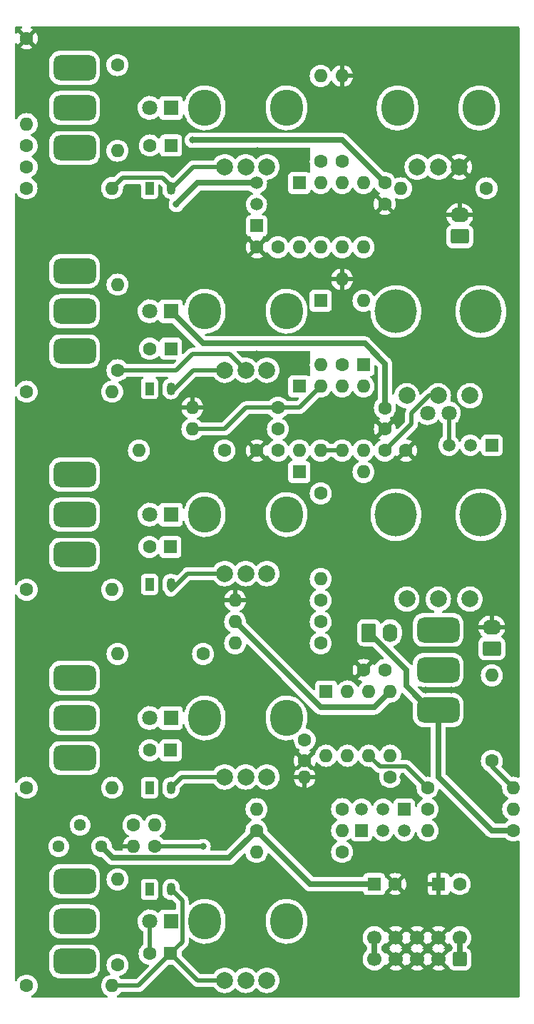
<source format=gbr>
G04 #@! TF.GenerationSoftware,KiCad,Pcbnew,(6.0.5)*
G04 #@! TF.CreationDate,2022-05-27T13:29:34-04:00*
G04 #@! TF.ProjectId,minidrone,6d696e69-6472-46f6-9e65-2e6b69636164,rev?*
G04 #@! TF.SameCoordinates,Original*
G04 #@! TF.FileFunction,Copper,L1,Top*
G04 #@! TF.FilePolarity,Positive*
%FSLAX46Y46*%
G04 Gerber Fmt 4.6, Leading zero omitted, Abs format (unit mm)*
G04 Created by KiCad (PCBNEW (6.0.5)) date 2022-05-27 13:29:34*
%MOMM*%
%LPD*%
G01*
G04 APERTURE LIST*
G04 Aperture macros list*
%AMRoundRect*
0 Rectangle with rounded corners*
0 $1 Rounding radius*
0 $2 $3 $4 $5 $6 $7 $8 $9 X,Y pos of 4 corners*
0 Add a 4 corners polygon primitive as box body*
4,1,4,$2,$3,$4,$5,$6,$7,$8,$9,$2,$3,0*
0 Add four circle primitives for the rounded corners*
1,1,$1+$1,$2,$3*
1,1,$1+$1,$4,$5*
1,1,$1+$1,$6,$7*
1,1,$1+$1,$8,$9*
0 Add four rect primitives between the rounded corners*
20,1,$1+$1,$2,$3,$4,$5,0*
20,1,$1+$1,$4,$5,$6,$7,0*
20,1,$1+$1,$6,$7,$8,$9,0*
20,1,$1+$1,$8,$9,$2,$3,0*%
G04 Aperture macros list end*
G04 #@! TA.AperFunction,ComponentPad*
%ADD10O,3.900000X4.300000*%
G04 #@! TD*
G04 #@! TA.AperFunction,ComponentPad*
%ADD11C,2.000000*%
G04 #@! TD*
G04 #@! TA.AperFunction,ComponentPad*
%ADD12O,5.000000X5.200000*%
G04 #@! TD*
G04 #@! TA.AperFunction,ComponentPad*
%ADD13C,1.800000*%
G04 #@! TD*
G04 #@! TA.AperFunction,ComponentPad*
%ADD14R,1.800000X1.800000*%
G04 #@! TD*
G04 #@! TA.AperFunction,ComponentPad*
%ADD15RoundRect,0.750000X-1.750000X-0.750000X1.750000X-0.750000X1.750000X0.750000X-1.750000X0.750000X0*%
G04 #@! TD*
G04 #@! TA.AperFunction,ComponentPad*
%ADD16C,1.600000*%
G04 #@! TD*
G04 #@! TA.AperFunction,ComponentPad*
%ADD17O,1.600000X1.600000*%
G04 #@! TD*
G04 #@! TA.AperFunction,ComponentPad*
%ADD18R,1.050000X1.500000*%
G04 #@! TD*
G04 #@! TA.AperFunction,ComponentPad*
%ADD19O,1.050000X1.500000*%
G04 #@! TD*
G04 #@! TA.AperFunction,ComponentPad*
%ADD20RoundRect,0.250000X0.845000X-0.620000X0.845000X0.620000X-0.845000X0.620000X-0.845000X-0.620000X0*%
G04 #@! TD*
G04 #@! TA.AperFunction,ComponentPad*
%ADD21O,2.190000X1.740000*%
G04 #@! TD*
G04 #@! TA.AperFunction,ComponentPad*
%ADD22R,1.600000X1.600000*%
G04 #@! TD*
G04 #@! TA.AperFunction,ComponentPad*
%ADD23R,1.500000X1.500000*%
G04 #@! TD*
G04 #@! TA.AperFunction,ComponentPad*
%ADD24C,1.500000*%
G04 #@! TD*
G04 #@! TA.AperFunction,ComponentPad*
%ADD25RoundRect,0.250000X-0.620000X-0.845000X0.620000X-0.845000X0.620000X0.845000X-0.620000X0.845000X0*%
G04 #@! TD*
G04 #@! TA.AperFunction,ComponentPad*
%ADD26O,1.740000X2.190000*%
G04 #@! TD*
G04 #@! TA.AperFunction,ComponentPad*
%ADD27C,1.440000*%
G04 #@! TD*
G04 #@! TA.AperFunction,ComponentPad*
%ADD28RoundRect,0.250000X0.600000X-0.600000X0.600000X0.600000X-0.600000X0.600000X-0.600000X-0.600000X0*%
G04 #@! TD*
G04 #@! TA.AperFunction,ComponentPad*
%ADD29C,1.700000*%
G04 #@! TD*
G04 #@! TA.AperFunction,ViaPad*
%ADD30C,0.800000*%
G04 #@! TD*
G04 #@! TA.AperFunction,Conductor*
%ADD31C,0.500000*%
G04 #@! TD*
G04 #@! TA.AperFunction,Conductor*
%ADD32C,0.700000*%
G04 #@! TD*
G04 APERTURE END LIST*
D10*
X195335000Y-116820000D03*
X185635000Y-116820000D03*
D11*
X187985000Y-123820000D03*
X190485000Y-123820000D03*
X192985000Y-123820000D03*
D12*
X208310000Y-92710000D03*
X218410000Y-92710000D03*
D11*
X209610000Y-102710000D03*
X213360000Y-102710000D03*
X217110000Y-102710000D03*
D10*
X195335000Y-44430000D03*
X185635000Y-44430000D03*
D11*
X187985000Y-51430000D03*
X190485000Y-51430000D03*
X192985000Y-51430000D03*
D13*
X212090000Y-80645000D03*
X214630000Y-80645000D03*
D14*
X181595000Y-68560000D03*
D13*
X179055000Y-68560000D03*
D15*
X170165000Y-39680000D03*
X170165000Y-44430000D03*
X170165000Y-49180000D03*
X213345000Y-106375000D03*
X213345000Y-111125000D03*
X213345000Y-115875000D03*
D12*
X208310000Y-68580000D03*
X218410000Y-68580000D03*
D11*
X209610000Y-78580000D03*
X213360000Y-78580000D03*
X217110000Y-78580000D03*
D10*
X195335000Y-92690000D03*
X185635000Y-92690000D03*
D11*
X187985000Y-99690000D03*
X190485000Y-99690000D03*
X192985000Y-99690000D03*
D15*
X170165000Y-87940000D03*
X170165000Y-92690000D03*
X170165000Y-97440000D03*
D10*
X208510000Y-44450000D03*
X218210000Y-44450000D03*
D11*
X210860000Y-51450000D03*
X213360000Y-51450000D03*
X215860000Y-51450000D03*
D10*
X185635000Y-68560000D03*
X195335000Y-68560000D03*
D11*
X187985000Y-75560000D03*
X190485000Y-75560000D03*
X192985000Y-75560000D03*
D14*
X181595000Y-140950000D03*
D13*
X179055000Y-140950000D03*
D14*
X181595000Y-116820000D03*
D13*
X179055000Y-116820000D03*
D15*
X170165000Y-63810000D03*
X170165000Y-68560000D03*
X170165000Y-73310000D03*
X170165000Y-112070000D03*
X170165000Y-116820000D03*
X170165000Y-121570000D03*
D14*
X181610000Y-44430000D03*
D13*
X179070000Y-44430000D03*
D15*
X170165000Y-136200000D03*
X170165000Y-140950000D03*
X170165000Y-145700000D03*
D10*
X185635000Y-140950000D03*
X195335000Y-140950000D03*
D11*
X187985000Y-147950000D03*
X190485000Y-147950000D03*
X192985000Y-147950000D03*
D14*
X181595000Y-92690000D03*
D13*
X179055000Y-92690000D03*
D16*
X194320000Y-85090000D03*
X191820000Y-85090000D03*
X199390000Y-102870000D03*
D17*
X189230000Y-102870000D03*
D16*
X185420000Y-109220000D03*
D17*
X175260000Y-109220000D03*
D16*
X179695000Y-132075000D03*
D17*
X177155000Y-132075000D03*
D16*
X191770000Y-130175000D03*
D17*
X201930000Y-130175000D03*
D18*
X179070000Y-77745000D03*
D19*
X181610000Y-77745000D03*
D18*
X179070000Y-125095000D03*
D19*
X181610000Y-125095000D03*
D16*
X207010000Y-85090000D03*
X209510000Y-85090000D03*
D20*
X215900000Y-59690000D03*
D21*
X215900000Y-57150000D03*
D16*
X164450000Y-53955000D03*
D17*
X174610000Y-53955000D03*
D16*
X164465000Y-101600000D03*
D17*
X174625000Y-101600000D03*
D22*
X181570000Y-144780000D03*
D16*
X179070000Y-144780000D03*
X164465000Y-125095000D03*
D17*
X174625000Y-125095000D03*
D23*
X204250000Y-130175000D03*
D24*
X206790000Y-130175000D03*
X209330000Y-130175000D03*
D25*
X205105000Y-106700000D03*
D26*
X207645000Y-106700000D03*
D22*
X196850000Y-53340000D03*
D17*
X199390000Y-53340000D03*
X201930000Y-53340000D03*
X204470000Y-53340000D03*
X204470000Y-60960000D03*
X201930000Y-60960000D03*
X199390000Y-60960000D03*
X196850000Y-60960000D03*
D16*
X219710000Y-121920000D03*
D17*
X219710000Y-111760000D03*
D16*
X164465000Y-36195000D03*
D17*
X164465000Y-46355000D03*
D18*
X179070000Y-137160000D03*
D19*
X181610000Y-137160000D03*
D18*
X179070000Y-100965000D03*
D19*
X181610000Y-100965000D03*
D16*
X207010000Y-82530000D03*
X207010000Y-80030000D03*
X204490000Y-111125000D03*
X206990000Y-111125000D03*
X212090000Y-125095000D03*
D17*
X222250000Y-125095000D03*
D27*
X173355000Y-132080000D03*
X170815000Y-129540000D03*
X168275000Y-132080000D03*
D16*
X177155000Y-129535000D03*
D17*
X179695000Y-129535000D03*
D16*
X197485000Y-119400000D03*
X197485000Y-121900000D03*
D22*
X204470000Y-74930000D03*
D17*
X204470000Y-67310000D03*
D23*
X191770000Y-58420000D03*
D24*
X191770000Y-55880000D03*
X191770000Y-53340000D03*
D18*
X179070000Y-53975000D03*
D19*
X181610000Y-53975000D03*
D16*
X201930000Y-127635000D03*
D17*
X191770000Y-127635000D03*
D22*
X196850000Y-77470000D03*
D17*
X199390000Y-77470000D03*
X201930000Y-77470000D03*
X204470000Y-77470000D03*
X204470000Y-85090000D03*
X201930000Y-85090000D03*
X199390000Y-85090000D03*
X196850000Y-85090000D03*
D22*
X205740000Y-136525000D03*
D16*
X208240000Y-136525000D03*
X164465000Y-48935000D03*
X164465000Y-51435000D03*
D22*
X181610000Y-48895000D03*
D16*
X179110000Y-48895000D03*
D22*
X200035000Y-113675000D03*
D17*
X202575000Y-113675000D03*
X205115000Y-113675000D03*
X207655000Y-113675000D03*
X207655000Y-121295000D03*
X205115000Y-121295000D03*
X202575000Y-121295000D03*
X200035000Y-121295000D03*
D16*
X199390000Y-90170000D03*
D17*
X199390000Y-100330000D03*
D16*
X164465000Y-148590000D03*
D17*
X174625000Y-148590000D03*
D22*
X181595000Y-73005000D03*
D16*
X179095000Y-73005000D03*
D22*
X213400000Y-136525000D03*
D16*
X215900000Y-136525000D03*
X201930000Y-50800000D03*
D17*
X201930000Y-40640000D03*
D23*
X209330000Y-127635000D03*
D24*
X206790000Y-127635000D03*
X204250000Y-127635000D03*
D22*
X199390000Y-67310000D03*
D17*
X199390000Y-74930000D03*
D16*
X207645000Y-123825000D03*
D17*
X197485000Y-123825000D03*
D23*
X219710000Y-84455000D03*
D24*
X217170000Y-84455000D03*
X214630000Y-84455000D03*
D16*
X201930000Y-74930000D03*
D17*
X201930000Y-64770000D03*
D16*
X201930000Y-132715000D03*
D17*
X191770000Y-132715000D03*
D16*
X164465000Y-78105000D03*
D17*
X174625000Y-78105000D03*
D20*
X219710000Y-108585000D03*
D21*
X219710000Y-106045000D03*
D16*
X175245000Y-39350000D03*
D17*
X175245000Y-49510000D03*
D16*
X207000000Y-55840000D03*
X207000000Y-53340000D03*
X199390000Y-107950000D03*
D17*
X189230000Y-107950000D03*
D16*
X194310000Y-80010000D03*
D17*
X184150000Y-80010000D03*
D16*
X199390000Y-50800000D03*
D17*
X199390000Y-40640000D03*
D16*
X219075000Y-53975000D03*
D17*
X208915000Y-53975000D03*
D28*
X215900000Y-145415000D03*
D29*
X215900000Y-142875000D03*
X213360000Y-145415000D03*
X213360000Y-142875000D03*
X210820000Y-145415000D03*
X210820000Y-142875000D03*
X208280000Y-145415000D03*
X208280000Y-142875000D03*
X205740000Y-145415000D03*
X205740000Y-142875000D03*
D22*
X196850000Y-87630000D03*
D17*
X204470000Y-87630000D03*
D22*
X181570000Y-120650000D03*
D16*
X179070000Y-120650000D03*
X212090000Y-127635000D03*
D17*
X222250000Y-127635000D03*
D16*
X199390000Y-105410000D03*
D17*
X189230000Y-105410000D03*
D16*
X175260000Y-75565000D03*
D17*
X175260000Y-65405000D03*
D16*
X187960000Y-85090000D03*
D17*
X177800000Y-85090000D03*
D16*
X222250000Y-130175000D03*
D17*
X212090000Y-130175000D03*
D16*
X194310000Y-82550000D03*
D17*
X184150000Y-82550000D03*
D16*
X194310000Y-60960000D03*
X191810000Y-60960000D03*
D22*
X181545113Y-96520000D03*
D16*
X179045113Y-96520000D03*
X175260000Y-146125000D03*
D17*
X175260000Y-135965000D03*
D30*
X190246000Y-133604000D03*
X188722000Y-92964000D03*
X187579000Y-106807000D03*
X184912000Y-106807000D03*
X178689000Y-127762000D03*
X218821000Y-147701000D03*
X203200000Y-97028000D03*
X177546000Y-51181000D03*
X202438000Y-117094000D03*
X218694000Y-98171000D03*
X200660000Y-145923000D03*
X209550000Y-146685000D03*
X213106000Y-88900000D03*
X195326000Y-149479000D03*
X208153000Y-131699000D03*
X195199000Y-96012000D03*
X219075000Y-126492000D03*
X198501000Y-116967000D03*
X177292000Y-124841000D03*
X176784000Y-54356000D03*
X185420000Y-85090000D03*
X192786000Y-125857000D03*
X172847000Y-149479000D03*
X208915000Y-104775000D03*
X213360000Y-49530000D03*
X189992000Y-54864000D03*
X185801000Y-65024000D03*
X186055000Y-149479000D03*
X195199000Y-51943000D03*
X191135000Y-81280000D03*
X219075000Y-51435000D03*
X214630000Y-144145000D03*
X220599000Y-100711000D03*
X212090000Y-141605000D03*
X201803000Y-58801000D03*
X176911000Y-77343000D03*
X212725000Y-76200000D03*
X191516000Y-101854000D03*
X195453000Y-136017000D03*
X205740000Y-109220000D03*
X189865000Y-69850000D03*
X183134000Y-90424000D03*
X196469000Y-125857000D03*
X174625000Y-105283000D03*
X211836000Y-113538000D03*
X189103000Y-121920000D03*
X176911000Y-66675000D03*
X219456000Y-75692000D03*
X177546000Y-74168000D03*
X177419000Y-135636000D03*
X175895000Y-46355000D03*
X173609000Y-135382000D03*
X219202000Y-131318000D03*
X197866000Y-109474000D03*
X167005000Y-35560000D03*
X208915000Y-98425000D03*
X207010000Y-146685000D03*
X209550000Y-64770000D03*
X217932000Y-134493000D03*
X185674000Y-101092000D03*
X215900000Y-147955000D03*
X222250000Y-149225000D03*
X166370000Y-149225000D03*
X220853000Y-128778000D03*
X167894000Y-56134000D03*
X192405000Y-121666000D03*
X204470000Y-144145000D03*
X167894000Y-61214000D03*
X189992000Y-111887000D03*
X193675000Y-40640000D03*
X179070000Y-38100000D03*
X182499000Y-63500000D03*
X189230000Y-97790000D03*
X175260000Y-35560000D03*
X211201000Y-149225000D03*
X167894000Y-76073000D03*
X206883000Y-125603000D03*
X184150000Y-48260000D03*
X173990000Y-68580000D03*
X169164000Y-105029000D03*
X203200000Y-46990000D03*
X193167000Y-90297000D03*
X177546000Y-101600000D03*
X172720000Y-53340000D03*
X175260000Y-131826000D03*
X165862000Y-140208000D03*
X204470000Y-146685000D03*
X189865000Y-130048000D03*
X211201000Y-136906000D03*
X189230000Y-49657000D03*
X179705000Y-60452000D03*
X216027000Y-118110000D03*
X199263000Y-138303000D03*
X201803000Y-55245000D03*
X189992000Y-89916000D03*
X220980000Y-65405000D03*
X167386000Y-143256000D03*
X177292000Y-93472000D03*
X210947000Y-108712000D03*
X199263000Y-96520000D03*
X167894000Y-129921000D03*
X221742000Y-145923000D03*
X185547000Y-130429000D03*
X202438000Y-143129000D03*
X185166000Y-41148000D03*
X222250000Y-35560000D03*
X204597000Y-79756000D03*
X220980000Y-95123000D03*
X167894000Y-85217000D03*
X197485000Y-38735000D03*
X220980000Y-49530000D03*
X218821000Y-143129000D03*
X194310000Y-35560000D03*
X175514000Y-88138000D03*
X209550000Y-138811000D03*
X176911000Y-118110000D03*
X186690000Y-89662000D03*
X208661000Y-81026000D03*
X170688000Y-79883000D03*
X216281000Y-81915000D03*
X181737000Y-147574000D03*
X186944000Y-103886000D03*
X213995000Y-43180000D03*
X201168000Y-101854000D03*
X199390000Y-79375000D03*
X206502000Y-86868000D03*
X175260000Y-57404000D03*
X218948000Y-138430000D03*
X194945000Y-64008000D03*
X179832000Y-66548000D03*
X205740000Y-90043000D03*
X220726000Y-134620000D03*
X177673000Y-70485000D03*
X209550000Y-144145000D03*
X198247000Y-55118000D03*
X204597000Y-55499000D03*
X193294000Y-128778000D03*
X210566000Y-131445000D03*
X209423000Y-120650000D03*
X209042000Y-56261000D03*
X185674000Y-49911000D03*
X195834000Y-144145000D03*
X192278000Y-140462000D03*
X202946000Y-125984000D03*
X212598000Y-53594000D03*
X187452000Y-128270000D03*
X193294000Y-137668000D03*
X214122000Y-134620000D03*
X214884000Y-113538000D03*
X199009000Y-92837000D03*
X200152000Y-119253000D03*
X189230000Y-125857000D03*
X221996000Y-137668000D03*
X179832000Y-85344000D03*
X205740000Y-95377000D03*
X210566000Y-118110000D03*
X177800000Y-109601000D03*
X211455000Y-82405989D03*
X213614000Y-126492000D03*
X167894000Y-124333000D03*
X211836000Y-122174000D03*
X208153000Y-117983000D03*
X220980000Y-120523000D03*
X214630000Y-69215000D03*
X222250000Y-46990000D03*
X183388000Y-38100000D03*
X191770000Y-46355000D03*
X184785000Y-76835000D03*
X209169000Y-123825000D03*
X185801000Y-120396000D03*
X190881000Y-109347000D03*
X187325000Y-81280000D03*
X195453000Y-120142000D03*
X204470000Y-141605000D03*
X190373000Y-136144000D03*
X192786000Y-106426000D03*
X185801000Y-125349000D03*
X216027000Y-95504000D03*
X212090000Y-146685000D03*
X185674000Y-134874000D03*
X218440000Y-39370000D03*
X191008000Y-115062000D03*
X215900000Y-108712000D03*
X166370000Y-43815000D03*
X216916000Y-89281000D03*
X173990000Y-92710000D03*
X187960000Y-59690000D03*
X178435000Y-41275000D03*
X186182000Y-122428000D03*
X192024000Y-97282000D03*
X207010000Y-144145000D03*
X202057000Y-140081000D03*
X197612000Y-99314000D03*
X173990000Y-72771000D03*
X209169000Y-114935000D03*
X172085000Y-127254000D03*
X186944000Y-111125000D03*
X182626000Y-57404000D03*
X219583000Y-114046000D03*
X188595000Y-39370000D03*
X204470000Y-35560000D03*
X185674000Y-54864000D03*
X167640000Y-51816000D03*
X202057000Y-91440000D03*
X188722000Y-117094000D03*
X212090000Y-144145000D03*
X199390000Y-83185000D03*
X167894000Y-109347000D03*
X191897000Y-49530000D03*
X209550000Y-141605000D03*
X217805000Y-62230000D03*
X212725000Y-61595000D03*
X215011000Y-130683000D03*
X214630000Y-141605000D03*
X187833000Y-132080000D03*
X210185000Y-134239000D03*
X176149000Y-62230000D03*
X212598000Y-139700000D03*
X208407000Y-76708000D03*
X199390000Y-64770000D03*
X186690000Y-35560000D03*
X199644000Y-141732000D03*
X207137000Y-138303000D03*
X173736000Y-121031000D03*
X192024000Y-145796000D03*
X173863000Y-96901000D03*
X179705000Y-90678000D03*
X177927000Y-112649000D03*
X215900000Y-73533000D03*
X171577000Y-101981000D03*
X197612000Y-70866000D03*
X182245000Y-128270000D03*
X188722000Y-141224000D03*
X214757000Y-120777000D03*
X172085000Y-107823000D03*
X220345000Y-87122000D03*
X183134000Y-84582000D03*
X211582000Y-101727000D03*
X185420000Y-132080000D03*
X220980000Y-90043000D03*
X171196000Y-132461000D03*
X188722000Y-44704000D03*
X217932000Y-122174000D03*
X207010000Y-141605000D03*
X203200000Y-86360000D03*
X194818000Y-86995000D03*
X203200000Y-42545000D03*
X175006000Y-144145000D03*
X176657000Y-98171000D03*
X203200000Y-104648000D03*
X195580000Y-103124000D03*
X198501000Y-144272000D03*
X204343000Y-138049000D03*
X210185000Y-59690000D03*
X202057000Y-82804000D03*
X180086000Y-80391000D03*
X211328000Y-96901000D03*
X178816000Y-149479000D03*
X185166000Y-96266000D03*
X179959000Y-114808000D03*
X191770000Y-73660000D03*
X193675000Y-77470000D03*
X219075000Y-64770000D03*
X181864000Y-108458000D03*
X173863000Y-140462000D03*
X167767000Y-99949000D03*
X215900000Y-85979000D03*
X171450000Y-59055000D03*
X182245000Y-102743000D03*
X212090000Y-67945000D03*
X174625000Y-82042000D03*
X209550000Y-39370000D03*
X201549000Y-149479000D03*
X179324000Y-105029000D03*
X206248000Y-59182000D03*
X184150000Y-144653000D03*
X222504000Y-132080000D03*
X196850000Y-74930000D03*
X177419000Y-138938000D03*
X204470000Y-64770000D03*
X213995000Y-35560000D03*
X211963000Y-92075000D03*
X219456000Y-80645000D03*
X173482000Y-42164000D03*
X194056000Y-112395000D03*
X182245000Y-55880000D03*
X220980000Y-71374000D03*
X205613000Y-134620000D03*
X166370000Y-39370000D03*
X181991000Y-113030000D03*
D31*
X182944511Y-143405489D02*
X181570000Y-144780000D01*
X187985000Y-147950000D02*
X184740000Y-147950000D01*
X182944511Y-138494511D02*
X182944511Y-143405489D01*
X174625000Y-148590000D02*
X177760000Y-148590000D01*
X179070000Y-144780000D02*
X179070000Y-140965000D01*
X187985000Y-123820000D02*
X182885000Y-123820000D01*
D32*
X185425000Y-72390000D02*
X181595000Y-68560000D01*
D31*
X177760000Y-148590000D02*
X181570000Y-144780000D01*
X184740000Y-147950000D02*
X181570000Y-144780000D01*
X181610000Y-137160000D02*
X182944511Y-138494511D01*
X184215000Y-51430000D02*
X181595000Y-54050000D01*
X180585000Y-52725000D02*
X175840000Y-52725000D01*
X187985000Y-75560000D02*
X184230000Y-75560000D01*
X183595000Y-99690000D02*
X181610000Y-101675000D01*
X175840000Y-52725000D02*
X174610000Y-53955000D01*
X187985000Y-99690000D02*
X183595000Y-99690000D01*
X184230000Y-75560000D02*
X181610000Y-78180000D01*
X182885000Y-123820000D02*
X181610000Y-125095000D01*
X187985000Y-51430000D02*
X184215000Y-51430000D01*
X181610000Y-53975000D02*
X181610000Y-53750000D01*
X181610000Y-53750000D02*
X180585000Y-52725000D01*
D32*
X215900000Y-142875000D02*
X215900000Y-145415000D01*
X204629022Y-72390000D02*
X185425000Y-72390000D01*
X207010000Y-74770978D02*
X204629022Y-72390000D01*
X207010000Y-80030000D02*
X207010000Y-74770978D01*
X222250000Y-130175000D02*
X219710000Y-130175000D01*
X174699511Y-133424511D02*
X173355000Y-132080000D01*
X199390000Y-115570000D02*
X205760000Y-115570000D01*
X213345000Y-123810000D02*
X213345000Y-115875000D01*
X201920000Y-48260000D02*
X207000000Y-53340000D01*
X209550000Y-113030000D02*
X212395000Y-115875000D01*
X191770000Y-130175000D02*
X198120000Y-136525000D01*
X189230000Y-105410000D02*
X199390000Y-115570000D01*
X205760000Y-115570000D02*
X207655000Y-113675000D01*
X184150000Y-48260000D02*
X201920000Y-48260000D01*
X198120000Y-136525000D02*
X205740000Y-136525000D01*
X209550000Y-111121502D02*
X209550000Y-113030000D01*
X205105000Y-106700000D02*
X205128498Y-106700000D01*
X191770000Y-130175000D02*
X188520489Y-133424511D01*
X219710000Y-130175000D02*
X213345000Y-123810000D01*
D31*
X190485000Y-75560000D02*
X188585000Y-73660000D01*
X184150000Y-73660000D02*
X182245000Y-75565000D01*
D32*
X188520489Y-133424511D02*
X174699511Y-133424511D01*
X205740000Y-142875000D02*
X205740000Y-145415000D01*
D31*
X182245000Y-75565000D02*
X175260000Y-75565000D01*
D32*
X205128498Y-106700000D02*
X209550000Y-111121502D01*
D31*
X188585000Y-73660000D02*
X184150000Y-73660000D01*
D32*
X212395000Y-115875000D02*
X213345000Y-115875000D01*
X191770000Y-53340000D02*
X184785000Y-53340000D01*
D31*
X212246502Y-78580000D02*
X213360000Y-78580000D01*
X207010000Y-85090000D02*
X210185000Y-81915000D01*
D32*
X184785000Y-53340000D02*
X182245000Y-55880000D01*
D31*
X210185000Y-80641502D02*
X212246502Y-78580000D01*
X210185000Y-81915000D02*
X210185000Y-80641502D01*
X194310000Y-80010000D02*
X190500000Y-80010000D01*
X179695000Y-132075000D02*
X185415000Y-132075000D01*
X214630000Y-80645000D02*
X214630000Y-84455000D01*
X196850000Y-80010000D02*
X194310000Y-80010000D01*
X187960000Y-82550000D02*
X184140000Y-82550000D01*
X199390000Y-77470000D02*
X196850000Y-80010000D01*
X185415000Y-132075000D02*
X185420000Y-132080000D01*
X199390000Y-85090000D02*
X201930000Y-85090000D01*
X190500000Y-80010000D02*
X187960000Y-82550000D01*
X209570489Y-122575489D02*
X212090000Y-125095000D01*
X206395489Y-122575489D02*
X209570489Y-122575489D01*
X219710000Y-121920000D02*
X219710000Y-122555000D01*
X219710000Y-122555000D02*
X222250000Y-125095000D01*
X205115000Y-121295000D02*
X206395489Y-122575489D01*
G04 #@! TA.AperFunction,Conductor*
G36*
X163907474Y-34798502D02*
G01*
X163953967Y-34852158D01*
X163964071Y-34922432D01*
X163934577Y-34987012D01*
X163892603Y-35018695D01*
X163813489Y-35055586D01*
X163803994Y-35061069D01*
X163751952Y-35097509D01*
X163743576Y-35107988D01*
X163750644Y-35121434D01*
X164452188Y-35822978D01*
X164466132Y-35830592D01*
X164467965Y-35830461D01*
X164474580Y-35826210D01*
X165180077Y-35120713D01*
X165186507Y-35108938D01*
X165177211Y-35096923D01*
X165126006Y-35061069D01*
X165116511Y-35055586D01*
X165037397Y-35018695D01*
X164984112Y-34971778D01*
X164964651Y-34903500D01*
X164985193Y-34835540D01*
X165039216Y-34789475D01*
X165090647Y-34778500D01*
X222870500Y-34778500D01*
X222938621Y-34798502D01*
X222985114Y-34852158D01*
X222996500Y-34904500D01*
X222996500Y-123801548D01*
X222976498Y-123869669D01*
X222922842Y-123916162D01*
X222852568Y-123926266D01*
X222817251Y-123915743D01*
X222704230Y-123863041D01*
X222704225Y-123863039D01*
X222699243Y-123860716D01*
X222693935Y-123859294D01*
X222693933Y-123859293D01*
X222483402Y-123802881D01*
X222483400Y-123802881D01*
X222478087Y-123801457D01*
X222250000Y-123781502D01*
X222244525Y-123781981D01*
X222087087Y-123795755D01*
X222017482Y-123781766D01*
X221987010Y-123759329D01*
X220896204Y-122668523D01*
X220862178Y-122606211D01*
X220867243Y-122535396D01*
X220871104Y-122526178D01*
X220872027Y-122524200D01*
X220936894Y-122385092D01*
X220941961Y-122374225D01*
X220941961Y-122374224D01*
X220944284Y-122369243D01*
X220956015Y-122325465D01*
X221002119Y-122153402D01*
X221002119Y-122153400D01*
X221003543Y-122148087D01*
X221023498Y-121920000D01*
X221003543Y-121691913D01*
X220968394Y-121560737D01*
X220945707Y-121476067D01*
X220945706Y-121476065D01*
X220944284Y-121470757D01*
X220932715Y-121445947D01*
X220849849Y-121268238D01*
X220849846Y-121268233D01*
X220847523Y-121263251D01*
X220761651Y-121140613D01*
X220719357Y-121080211D01*
X220719355Y-121080208D01*
X220716198Y-121075700D01*
X220554300Y-120913802D01*
X220549792Y-120910645D01*
X220549789Y-120910643D01*
X220428496Y-120825713D01*
X220366749Y-120782477D01*
X220361767Y-120780154D01*
X220361762Y-120780151D01*
X220164225Y-120688039D01*
X220164224Y-120688039D01*
X220159243Y-120685716D01*
X220153935Y-120684294D01*
X220153933Y-120684293D01*
X219943402Y-120627881D01*
X219943400Y-120627881D01*
X219938087Y-120626457D01*
X219710000Y-120606502D01*
X219481913Y-120626457D01*
X219476600Y-120627881D01*
X219476598Y-120627881D01*
X219266067Y-120684293D01*
X219266065Y-120684294D01*
X219260757Y-120685716D01*
X219255776Y-120688039D01*
X219255775Y-120688039D01*
X219058238Y-120780151D01*
X219058233Y-120780154D01*
X219053251Y-120782477D01*
X218991504Y-120825713D01*
X218870211Y-120910643D01*
X218870208Y-120910645D01*
X218865700Y-120913802D01*
X218703802Y-121075700D01*
X218700645Y-121080208D01*
X218700643Y-121080211D01*
X218658349Y-121140613D01*
X218572477Y-121263251D01*
X218570154Y-121268233D01*
X218570151Y-121268238D01*
X218487285Y-121445947D01*
X218475716Y-121470757D01*
X218474294Y-121476065D01*
X218474293Y-121476067D01*
X218451606Y-121560737D01*
X218416457Y-121691913D01*
X218396502Y-121920000D01*
X218416457Y-122148087D01*
X218417881Y-122153400D01*
X218417881Y-122153402D01*
X218463986Y-122325465D01*
X218475716Y-122369243D01*
X218478039Y-122374224D01*
X218478039Y-122374225D01*
X218570151Y-122571762D01*
X218570154Y-122571767D01*
X218572477Y-122576749D01*
X218588082Y-122599035D01*
X218696441Y-122753787D01*
X218703802Y-122764300D01*
X218865700Y-122926198D01*
X218870208Y-122929355D01*
X218870211Y-122929357D01*
X218932147Y-122972725D01*
X219053251Y-123057523D01*
X219058233Y-123059846D01*
X219058238Y-123059849D01*
X219195366Y-123123792D01*
X219231211Y-123148892D01*
X220914329Y-124832010D01*
X220948355Y-124894322D01*
X220950755Y-124932087D01*
X220940949Y-125044176D01*
X220936502Y-125095000D01*
X220956457Y-125323087D01*
X220957881Y-125328400D01*
X220957881Y-125328402D01*
X221011845Y-125529795D01*
X221015716Y-125544243D01*
X221018039Y-125549224D01*
X221018039Y-125549225D01*
X221110151Y-125746762D01*
X221110154Y-125746767D01*
X221112477Y-125751749D01*
X221185902Y-125856611D01*
X221209084Y-125889717D01*
X221243802Y-125939300D01*
X221405700Y-126101198D01*
X221410208Y-126104355D01*
X221410211Y-126104357D01*
X221488389Y-126159098D01*
X221593251Y-126232523D01*
X221598233Y-126234846D01*
X221598238Y-126234849D01*
X221632457Y-126250805D01*
X221685742Y-126297722D01*
X221705203Y-126365999D01*
X221684661Y-126433959D01*
X221632457Y-126479195D01*
X221598238Y-126495151D01*
X221598233Y-126495154D01*
X221593251Y-126497477D01*
X221531174Y-126540944D01*
X221410211Y-126625643D01*
X221410208Y-126625645D01*
X221405700Y-126628802D01*
X221243802Y-126790700D01*
X221240645Y-126795208D01*
X221240643Y-126795211D01*
X221187278Y-126871424D01*
X221112477Y-126978251D01*
X221110154Y-126983233D01*
X221110151Y-126983238D01*
X221018039Y-127180775D01*
X221015716Y-127185757D01*
X220956457Y-127406913D01*
X220936502Y-127635000D01*
X220956457Y-127863087D01*
X221015716Y-128084243D01*
X221018039Y-128089224D01*
X221018039Y-128089225D01*
X221110151Y-128286762D01*
X221110154Y-128286767D01*
X221112477Y-128291749D01*
X221148965Y-128343859D01*
X221237081Y-128469701D01*
X221243802Y-128479300D01*
X221405700Y-128641198D01*
X221410208Y-128644355D01*
X221410211Y-128644357D01*
X221471522Y-128687287D01*
X221593251Y-128772523D01*
X221598233Y-128774846D01*
X221598238Y-128774849D01*
X221632457Y-128790805D01*
X221685742Y-128837722D01*
X221705203Y-128905999D01*
X221684661Y-128973959D01*
X221632457Y-129019195D01*
X221598238Y-129035151D01*
X221598233Y-129035154D01*
X221593251Y-129037477D01*
X221531174Y-129080944D01*
X221410211Y-129165643D01*
X221410208Y-129165645D01*
X221405700Y-129168802D01*
X221294907Y-129279595D01*
X221232595Y-129313621D01*
X221205812Y-129316500D01*
X220117792Y-129316500D01*
X220049671Y-129296498D01*
X220028697Y-129279595D01*
X214240405Y-123491302D01*
X214206379Y-123428990D01*
X214203500Y-123402207D01*
X214203500Y-118009500D01*
X214223502Y-117941379D01*
X214277158Y-117894886D01*
X214329500Y-117883500D01*
X215157542Y-117883500D01*
X215160082Y-117883293D01*
X215160092Y-117883293D01*
X215245295Y-117876362D01*
X215299200Y-117871978D01*
X215312735Y-117868503D01*
X215511361Y-117817505D01*
X215511362Y-117817505D01*
X215516794Y-117816110D01*
X215721055Y-117722591D01*
X215905527Y-117594380D01*
X216064380Y-117435527D01*
X216192591Y-117251055D01*
X216286110Y-117046794D01*
X216341978Y-116829200D01*
X216353500Y-116687542D01*
X216353500Y-115062458D01*
X216347251Y-114985623D01*
X216342413Y-114926151D01*
X216341978Y-114920800D01*
X216331218Y-114878890D01*
X216287505Y-114708639D01*
X216287505Y-114708638D01*
X216286110Y-114703206D01*
X216192591Y-114498945D01*
X216064380Y-114314473D01*
X215905527Y-114155620D01*
X215721055Y-114027409D01*
X215516794Y-113933890D01*
X215511361Y-113932495D01*
X215304396Y-113879356D01*
X215304395Y-113879356D01*
X215299200Y-113878022D01*
X215245295Y-113873638D01*
X215160092Y-113866707D01*
X215160082Y-113866707D01*
X215157542Y-113866500D01*
X211652793Y-113866500D01*
X211584672Y-113846498D01*
X211563698Y-113829595D01*
X210980407Y-113246304D01*
X210946381Y-113183992D01*
X210951446Y-113113177D01*
X210993993Y-113056341D01*
X211060513Y-113031530D01*
X211121953Y-113042645D01*
X211168101Y-113063773D01*
X211168104Y-113063774D01*
X211173206Y-113066110D01*
X211178638Y-113067505D01*
X211178639Y-113067505D01*
X211201981Y-113073498D01*
X211390800Y-113121978D01*
X211444705Y-113126362D01*
X211529908Y-113133293D01*
X211529918Y-113133293D01*
X211532458Y-113133500D01*
X215157542Y-113133500D01*
X215160082Y-113133293D01*
X215160092Y-113133293D01*
X215245295Y-113126362D01*
X215299200Y-113121978D01*
X215488020Y-113073498D01*
X215511361Y-113067505D01*
X215511362Y-113067505D01*
X215516794Y-113066110D01*
X215721055Y-112972591D01*
X215905527Y-112844380D01*
X216064380Y-112685527D01*
X216180175Y-112518919D01*
X216189390Y-112505661D01*
X216189391Y-112505659D01*
X216192591Y-112501055D01*
X216286110Y-112296794D01*
X216294909Y-112262523D01*
X216340644Y-112084396D01*
X216340644Y-112084395D01*
X216341978Y-112079200D01*
X216353500Y-111937542D01*
X216353500Y-111760000D01*
X218396502Y-111760000D01*
X218416457Y-111988087D01*
X218417881Y-111993400D01*
X218417881Y-111993402D01*
X218453760Y-112127301D01*
X218475716Y-112209243D01*
X218478039Y-112214224D01*
X218478039Y-112214225D01*
X218570151Y-112411762D01*
X218570154Y-112411767D01*
X218572477Y-112416749D01*
X218631509Y-112501055D01*
X218673720Y-112561338D01*
X218703802Y-112604300D01*
X218865700Y-112766198D01*
X218870208Y-112769355D01*
X218870211Y-112769357D01*
X218874757Y-112772540D01*
X219053251Y-112897523D01*
X219058233Y-112899846D01*
X219058238Y-112899849D01*
X219219241Y-112974925D01*
X219260757Y-112994284D01*
X219266065Y-112995706D01*
X219266067Y-112995707D01*
X219476598Y-113052119D01*
X219476600Y-113052119D01*
X219481913Y-113053543D01*
X219710000Y-113073498D01*
X219938087Y-113053543D01*
X219943400Y-113052119D01*
X219943402Y-113052119D01*
X220153933Y-112995707D01*
X220153935Y-112995706D01*
X220159243Y-112994284D01*
X220200759Y-112974925D01*
X220361762Y-112899849D01*
X220361767Y-112899846D01*
X220366749Y-112897523D01*
X220545243Y-112772540D01*
X220549789Y-112769357D01*
X220549792Y-112769355D01*
X220554300Y-112766198D01*
X220716198Y-112604300D01*
X220746281Y-112561338D01*
X220788491Y-112501055D01*
X220847523Y-112416749D01*
X220849846Y-112411767D01*
X220849849Y-112411762D01*
X220941961Y-112214225D01*
X220941961Y-112214224D01*
X220944284Y-112209243D01*
X220966241Y-112127301D01*
X221002119Y-111993402D01*
X221002119Y-111993400D01*
X221003543Y-111988087D01*
X221023498Y-111760000D01*
X221003543Y-111531913D01*
X220957049Y-111358395D01*
X220945707Y-111316067D01*
X220945706Y-111316065D01*
X220944284Y-111310757D01*
X220941961Y-111305775D01*
X220849849Y-111108238D01*
X220849846Y-111108233D01*
X220847523Y-111103251D01*
X220716198Y-110915700D01*
X220554300Y-110753802D01*
X220549792Y-110750645D01*
X220549789Y-110750643D01*
X220468816Y-110693945D01*
X220366749Y-110622477D01*
X220361767Y-110620154D01*
X220361762Y-110620151D01*
X220164225Y-110528039D01*
X220164224Y-110528039D01*
X220159243Y-110525716D01*
X220153935Y-110524294D01*
X220153933Y-110524293D01*
X219943402Y-110467881D01*
X219943400Y-110467881D01*
X219938087Y-110466457D01*
X219710000Y-110446502D01*
X219481913Y-110466457D01*
X219476600Y-110467881D01*
X219476598Y-110467881D01*
X219266067Y-110524293D01*
X219266065Y-110524294D01*
X219260757Y-110525716D01*
X219255776Y-110528039D01*
X219255775Y-110528039D01*
X219058238Y-110620151D01*
X219058233Y-110620154D01*
X219053251Y-110622477D01*
X218951184Y-110693945D01*
X218870211Y-110750643D01*
X218870208Y-110750645D01*
X218865700Y-110753802D01*
X218703802Y-110915700D01*
X218572477Y-111103251D01*
X218570154Y-111108233D01*
X218570151Y-111108238D01*
X218478039Y-111305775D01*
X218475716Y-111310757D01*
X218474294Y-111316065D01*
X218474293Y-111316067D01*
X218462951Y-111358395D01*
X218416457Y-111531913D01*
X218396502Y-111760000D01*
X216353500Y-111760000D01*
X216353500Y-110312458D01*
X216341978Y-110170800D01*
X216331218Y-110128890D01*
X216287505Y-109958639D01*
X216287505Y-109958638D01*
X216286110Y-109953206D01*
X216192591Y-109748945D01*
X216064380Y-109564473D01*
X215905527Y-109405620D01*
X215721055Y-109277409D01*
X215672984Y-109255400D01*
X218106500Y-109255400D01*
X218106837Y-109258646D01*
X218106837Y-109258650D01*
X218109116Y-109280610D01*
X218117474Y-109361166D01*
X218173450Y-109528946D01*
X218266522Y-109679348D01*
X218391697Y-109804305D01*
X218397927Y-109808145D01*
X218397928Y-109808146D01*
X218535650Y-109893039D01*
X218542262Y-109897115D01*
X218622005Y-109923564D01*
X218703611Y-109950632D01*
X218703613Y-109950632D01*
X218710139Y-109952797D01*
X218716975Y-109953497D01*
X218716978Y-109953498D01*
X218760031Y-109957909D01*
X218814600Y-109963500D01*
X220605400Y-109963500D01*
X220608646Y-109963163D01*
X220608650Y-109963163D01*
X220704308Y-109953238D01*
X220704312Y-109953237D01*
X220711166Y-109952526D01*
X220717702Y-109950345D01*
X220717704Y-109950345D01*
X220849806Y-109906272D01*
X220878946Y-109896550D01*
X221029348Y-109803478D01*
X221154305Y-109678303D01*
X221163163Y-109663933D01*
X221243275Y-109533968D01*
X221243276Y-109533966D01*
X221247115Y-109527738D01*
X221302797Y-109359861D01*
X221313500Y-109255400D01*
X221313500Y-107914600D01*
X221313163Y-107911350D01*
X221303238Y-107815692D01*
X221303237Y-107815688D01*
X221302526Y-107808834D01*
X221283250Y-107751055D01*
X221248868Y-107648002D01*
X221246550Y-107641054D01*
X221153478Y-107490652D01*
X221028303Y-107365695D01*
X220969098Y-107329200D01*
X220877738Y-107272885D01*
X220878982Y-107270868D01*
X220834225Y-107231463D01*
X220814761Y-107163187D01*
X220835300Y-107095226D01*
X220853785Y-107073011D01*
X220966930Y-106965076D01*
X220973979Y-106957108D01*
X221107203Y-106778048D01*
X221112802Y-106769018D01*
X221213953Y-106570069D01*
X221217956Y-106560208D01*
X221284138Y-106347071D01*
X221286420Y-106336691D01*
X221289036Y-106316957D01*
X221286840Y-106302793D01*
X221273655Y-106299000D01*
X218148373Y-106299000D01*
X218134842Y-106302973D01*
X218133317Y-106313580D01*
X218159252Y-106437188D01*
X218162312Y-106447384D01*
X218244284Y-106654952D01*
X218249018Y-106664489D01*
X218364796Y-106855285D01*
X218371062Y-106863878D01*
X218517333Y-107032441D01*
X218524965Y-107039862D01*
X218558272Y-107067173D01*
X218598266Y-107125833D01*
X218600197Y-107196803D01*
X218563452Y-107257551D01*
X218540654Y-107272804D01*
X218541054Y-107273450D01*
X218390652Y-107366522D01*
X218265695Y-107491697D01*
X218261855Y-107497927D01*
X218261854Y-107497928D01*
X218231733Y-107546794D01*
X218172885Y-107642262D01*
X218117203Y-107810139D01*
X218106500Y-107914600D01*
X218106500Y-109255400D01*
X215672984Y-109255400D01*
X215516794Y-109183890D01*
X215299200Y-109128022D01*
X215245295Y-109123638D01*
X215160092Y-109116707D01*
X215160082Y-109116707D01*
X215157542Y-109116500D01*
X211532458Y-109116500D01*
X211529918Y-109116707D01*
X211529908Y-109116707D01*
X211444705Y-109123638D01*
X211390800Y-109128022D01*
X211173206Y-109183890D01*
X210968945Y-109277409D01*
X210784473Y-109405620D01*
X210625620Y-109564473D01*
X210497409Y-109748945D01*
X210403890Y-109953206D01*
X210402495Y-109958638D01*
X210402495Y-109958639D01*
X210358783Y-110128890D01*
X210348022Y-110170800D01*
X210336500Y-110312458D01*
X210336500Y-110387084D01*
X210316498Y-110455205D01*
X210262842Y-110501698D01*
X210192568Y-110511802D01*
X210127988Y-110482308D01*
X210118952Y-110473658D01*
X210114382Y-110468825D01*
X210114379Y-110468823D01*
X210109692Y-110463866D01*
X210104046Y-110460029D01*
X210098852Y-110455609D01*
X210099192Y-110455209D01*
X210091200Y-110448600D01*
X208070913Y-108428313D01*
X208036887Y-108366001D01*
X208041952Y-108295186D01*
X208084499Y-108238350D01*
X208113724Y-108222028D01*
X208260146Y-108164203D01*
X208375211Y-108094380D01*
X208455583Y-108045609D01*
X208455586Y-108045607D01*
X208460144Y-108042841D01*
X208636834Y-107889517D01*
X208785165Y-107708614D01*
X208900896Y-107505305D01*
X208980716Y-107285404D01*
X208982995Y-107272804D01*
X208998413Y-107187542D01*
X210336500Y-107187542D01*
X210336707Y-107190082D01*
X210336707Y-107190092D01*
X210340072Y-107231463D01*
X210348022Y-107329200D01*
X210349356Y-107334395D01*
X210349356Y-107334396D01*
X210393433Y-107506067D01*
X210403890Y-107546794D01*
X210497409Y-107751055D01*
X210625620Y-107935527D01*
X210784473Y-108094380D01*
X210968945Y-108222591D01*
X211173206Y-108316110D01*
X211390800Y-108371978D01*
X211444705Y-108376362D01*
X211529908Y-108383293D01*
X211529918Y-108383293D01*
X211532458Y-108383500D01*
X215157542Y-108383500D01*
X215160082Y-108383293D01*
X215160092Y-108383293D01*
X215245295Y-108376362D01*
X215299200Y-108371978D01*
X215516794Y-108316110D01*
X215721055Y-108222591D01*
X215905527Y-108094380D01*
X216064380Y-107935527D01*
X216192591Y-107751055D01*
X216286110Y-107546794D01*
X216296567Y-107506067D01*
X216340644Y-107334396D01*
X216340644Y-107334395D01*
X216341978Y-107329200D01*
X216349928Y-107231463D01*
X216353293Y-107190092D01*
X216353293Y-107190082D01*
X216353500Y-107187542D01*
X216353500Y-105773043D01*
X218130964Y-105773043D01*
X218133160Y-105787207D01*
X218146345Y-105791000D01*
X219437885Y-105791000D01*
X219453124Y-105786525D01*
X219454329Y-105785135D01*
X219456000Y-105777452D01*
X219456000Y-105772885D01*
X219964000Y-105772885D01*
X219968475Y-105788124D01*
X219969865Y-105789329D01*
X219977548Y-105791000D01*
X221271627Y-105791000D01*
X221285158Y-105787027D01*
X221286683Y-105776420D01*
X221260748Y-105652812D01*
X221257688Y-105642616D01*
X221175716Y-105435048D01*
X221170982Y-105425511D01*
X221055204Y-105234715D01*
X221048938Y-105226122D01*
X220902667Y-105057559D01*
X220895036Y-105050139D01*
X220722458Y-104908632D01*
X220713691Y-104902607D01*
X220519738Y-104792203D01*
X220510074Y-104787738D01*
X220300289Y-104711590D01*
X220290021Y-104708819D01*
X220069234Y-104668894D01*
X220061005Y-104667961D01*
X220042126Y-104667070D01*
X220039151Y-104667000D01*
X219982115Y-104667000D01*
X219966876Y-104671475D01*
X219965671Y-104672865D01*
X219964000Y-104680548D01*
X219964000Y-105772885D01*
X219456000Y-105772885D01*
X219456000Y-104685115D01*
X219451525Y-104669876D01*
X219450135Y-104668671D01*
X219442452Y-104667000D01*
X219428946Y-104667000D01*
X219423637Y-104667225D01*
X219257293Y-104681339D01*
X219246821Y-104683129D01*
X219030798Y-104739198D01*
X219020758Y-104742734D01*
X218817268Y-104834399D01*
X218807982Y-104839568D01*
X218622845Y-104964210D01*
X218614559Y-104970871D01*
X218453070Y-105124924D01*
X218446021Y-105132892D01*
X218312797Y-105311952D01*
X218307198Y-105320982D01*
X218206047Y-105519931D01*
X218202044Y-105529792D01*
X218135862Y-105742929D01*
X218133580Y-105753309D01*
X218130964Y-105773043D01*
X216353500Y-105773043D01*
X216353500Y-105562458D01*
X216352306Y-105547770D01*
X216343758Y-105442689D01*
X216341978Y-105420800D01*
X216311572Y-105302373D01*
X216287505Y-105208639D01*
X216287505Y-105208638D01*
X216286110Y-105203206D01*
X216192591Y-104998945D01*
X216064380Y-104814473D01*
X215905527Y-104655620D01*
X215721055Y-104527409D01*
X215516794Y-104433890D01*
X215299200Y-104378022D01*
X215245295Y-104373638D01*
X215160092Y-104366707D01*
X215160082Y-104366707D01*
X215157542Y-104366500D01*
X213936202Y-104366500D01*
X213868081Y-104346498D01*
X213821588Y-104292842D01*
X213811484Y-104222568D01*
X213840978Y-104157988D01*
X213887984Y-104124091D01*
X214042389Y-104060135D01*
X214042393Y-104060133D01*
X214046963Y-104058240D01*
X214099892Y-104025805D01*
X214245202Y-103936759D01*
X214245208Y-103936755D01*
X214249416Y-103934176D01*
X214429969Y-103779969D01*
X214584176Y-103599416D01*
X214586755Y-103595208D01*
X214586759Y-103595202D01*
X214705654Y-103401183D01*
X214708240Y-103396963D01*
X214740433Y-103319243D01*
X214797211Y-103182167D01*
X214797212Y-103182165D01*
X214799105Y-103177594D01*
X214854535Y-102946711D01*
X214873165Y-102710000D01*
X215596835Y-102710000D01*
X215615465Y-102946711D01*
X215670895Y-103177594D01*
X215672788Y-103182165D01*
X215672789Y-103182167D01*
X215729568Y-103319243D01*
X215761760Y-103396963D01*
X215764346Y-103401183D01*
X215883241Y-103595202D01*
X215883245Y-103595208D01*
X215885824Y-103599416D01*
X216040031Y-103779969D01*
X216220584Y-103934176D01*
X216224792Y-103936755D01*
X216224798Y-103936759D01*
X216370108Y-104025805D01*
X216423037Y-104058240D01*
X216427607Y-104060133D01*
X216427611Y-104060135D01*
X216622836Y-104140999D01*
X216642406Y-104149105D01*
X216722609Y-104168360D01*
X216868476Y-104203380D01*
X216868482Y-104203381D01*
X216873289Y-104204535D01*
X217110000Y-104223165D01*
X217346711Y-104204535D01*
X217351518Y-104203381D01*
X217351524Y-104203380D01*
X217497391Y-104168360D01*
X217577594Y-104149105D01*
X217597164Y-104140999D01*
X217792389Y-104060135D01*
X217792393Y-104060133D01*
X217796963Y-104058240D01*
X217849892Y-104025805D01*
X217995202Y-103936759D01*
X217995208Y-103936755D01*
X217999416Y-103934176D01*
X218179969Y-103779969D01*
X218334176Y-103599416D01*
X218336755Y-103595208D01*
X218336759Y-103595202D01*
X218455654Y-103401183D01*
X218458240Y-103396963D01*
X218490433Y-103319243D01*
X218547211Y-103182167D01*
X218547212Y-103182165D01*
X218549105Y-103177594D01*
X218604535Y-102946711D01*
X218623165Y-102710000D01*
X218604535Y-102473289D01*
X218597576Y-102444300D01*
X218568360Y-102322609D01*
X218549105Y-102242406D01*
X218541121Y-102223131D01*
X218460135Y-102027611D01*
X218460133Y-102027607D01*
X218458240Y-102023037D01*
X218396179Y-101921763D01*
X218336759Y-101824798D01*
X218336755Y-101824792D01*
X218334176Y-101820584D01*
X218179969Y-101640031D01*
X217999416Y-101485824D01*
X217995208Y-101483245D01*
X217995202Y-101483241D01*
X217801183Y-101364346D01*
X217796963Y-101361760D01*
X217792393Y-101359867D01*
X217792389Y-101359865D01*
X217582167Y-101272789D01*
X217582165Y-101272788D01*
X217577594Y-101270895D01*
X217497391Y-101251640D01*
X217351524Y-101216620D01*
X217351518Y-101216619D01*
X217346711Y-101215465D01*
X217110000Y-101196835D01*
X216873289Y-101215465D01*
X216868482Y-101216619D01*
X216868476Y-101216620D01*
X216722609Y-101251640D01*
X216642406Y-101270895D01*
X216637835Y-101272788D01*
X216637833Y-101272789D01*
X216427611Y-101359865D01*
X216427607Y-101359867D01*
X216423037Y-101361760D01*
X216418817Y-101364346D01*
X216224798Y-101483241D01*
X216224792Y-101483245D01*
X216220584Y-101485824D01*
X216040031Y-101640031D01*
X215885824Y-101820584D01*
X215883245Y-101824792D01*
X215883241Y-101824798D01*
X215823821Y-101921763D01*
X215761760Y-102023037D01*
X215759867Y-102027607D01*
X215759865Y-102027611D01*
X215678879Y-102223131D01*
X215670895Y-102242406D01*
X215651640Y-102322609D01*
X215622425Y-102444300D01*
X215615465Y-102473289D01*
X215596835Y-102710000D01*
X214873165Y-102710000D01*
X214854535Y-102473289D01*
X214847576Y-102444300D01*
X214818360Y-102322609D01*
X214799105Y-102242406D01*
X214791121Y-102223131D01*
X214710135Y-102027611D01*
X214710133Y-102027607D01*
X214708240Y-102023037D01*
X214646179Y-101921763D01*
X214586759Y-101824798D01*
X214586755Y-101824792D01*
X214584176Y-101820584D01*
X214429969Y-101640031D01*
X214249416Y-101485824D01*
X214245208Y-101483245D01*
X214245202Y-101483241D01*
X214051183Y-101364346D01*
X214046963Y-101361760D01*
X214042393Y-101359867D01*
X214042389Y-101359865D01*
X213832167Y-101272789D01*
X213832165Y-101272788D01*
X213827594Y-101270895D01*
X213747391Y-101251640D01*
X213601524Y-101216620D01*
X213601518Y-101216619D01*
X213596711Y-101215465D01*
X213360000Y-101196835D01*
X213123289Y-101215465D01*
X213118482Y-101216619D01*
X213118476Y-101216620D01*
X212972609Y-101251640D01*
X212892406Y-101270895D01*
X212887835Y-101272788D01*
X212887833Y-101272789D01*
X212677611Y-101359865D01*
X212677607Y-101359867D01*
X212673037Y-101361760D01*
X212668817Y-101364346D01*
X212474798Y-101483241D01*
X212474792Y-101483245D01*
X212470584Y-101485824D01*
X212290031Y-101640031D01*
X212135824Y-101820584D01*
X212133245Y-101824792D01*
X212133241Y-101824798D01*
X212073821Y-101921763D01*
X212011760Y-102023037D01*
X212009867Y-102027607D01*
X212009865Y-102027611D01*
X211928879Y-102223131D01*
X211920895Y-102242406D01*
X211901640Y-102322609D01*
X211872425Y-102444300D01*
X211865465Y-102473289D01*
X211846835Y-102710000D01*
X211865465Y-102946711D01*
X211920895Y-103177594D01*
X211922788Y-103182165D01*
X211922789Y-103182167D01*
X211979568Y-103319243D01*
X212011760Y-103396963D01*
X212014346Y-103401183D01*
X212133241Y-103595202D01*
X212133245Y-103595208D01*
X212135824Y-103599416D01*
X212290031Y-103779969D01*
X212470584Y-103934176D01*
X212474792Y-103936755D01*
X212474798Y-103936759D01*
X212620108Y-104025805D01*
X212673037Y-104058240D01*
X212677607Y-104060133D01*
X212677611Y-104060135D01*
X212832016Y-104124091D01*
X212887297Y-104168639D01*
X212909718Y-104236003D01*
X212892160Y-104304794D01*
X212840198Y-104353172D01*
X212783798Y-104366500D01*
X211532458Y-104366500D01*
X211529918Y-104366707D01*
X211529908Y-104366707D01*
X211444705Y-104373638D01*
X211390800Y-104378022D01*
X211173206Y-104433890D01*
X210968945Y-104527409D01*
X210784473Y-104655620D01*
X210625620Y-104814473D01*
X210497409Y-104998945D01*
X210403890Y-105203206D01*
X210402495Y-105208638D01*
X210402495Y-105208639D01*
X210378429Y-105302373D01*
X210348022Y-105420800D01*
X210346242Y-105442689D01*
X210337695Y-105547770D01*
X210336500Y-105562458D01*
X210336500Y-107187542D01*
X208998413Y-107187542D01*
X209012396Y-107110211D01*
X209022344Y-107055197D01*
X209023500Y-107030684D01*
X209023500Y-106416262D01*
X209010088Y-106258197D01*
X209009156Y-106247209D01*
X209009155Y-106247205D01*
X209008705Y-106241898D01*
X208949933Y-106015460D01*
X208853850Y-105802163D01*
X208844399Y-105788124D01*
X208789768Y-105706978D01*
X208723202Y-105608104D01*
X208561724Y-105438832D01*
X208374035Y-105299187D01*
X208369284Y-105296771D01*
X208369280Y-105296769D01*
X208170256Y-105195580D01*
X208170255Y-105195580D01*
X208165500Y-105193162D01*
X207942083Y-105123790D01*
X207936796Y-105123089D01*
X207936795Y-105123089D01*
X207715455Y-105093752D01*
X207715451Y-105093752D01*
X207710171Y-105093052D01*
X207704842Y-105093252D01*
X207704840Y-105093252D01*
X207609346Y-105096837D01*
X207476396Y-105101828D01*
X207392411Y-105119450D01*
X207252668Y-105148771D01*
X207252665Y-105148772D01*
X207247441Y-105149868D01*
X207029854Y-105235797D01*
X207025290Y-105238566D01*
X207025291Y-105238566D01*
X206834417Y-105354391D01*
X206834414Y-105354393D01*
X206829856Y-105357159D01*
X206653166Y-105510483D01*
X206635309Y-105532262D01*
X206622593Y-105547770D01*
X206563933Y-105587764D01*
X206492962Y-105589695D01*
X206432214Y-105552950D01*
X206417267Y-105530610D01*
X206416550Y-105531054D01*
X206327332Y-105386880D01*
X206323478Y-105380652D01*
X206198303Y-105255695D01*
X206166023Y-105235797D01*
X206053968Y-105166725D01*
X206053966Y-105166724D01*
X206047738Y-105162885D01*
X205934639Y-105125372D01*
X205886389Y-105109368D01*
X205886387Y-105109368D01*
X205879861Y-105107203D01*
X205873025Y-105106503D01*
X205873022Y-105106502D01*
X205825449Y-105101628D01*
X205775400Y-105096500D01*
X204434600Y-105096500D01*
X204431354Y-105096837D01*
X204431350Y-105096837D01*
X204335692Y-105106762D01*
X204335688Y-105106763D01*
X204328834Y-105107474D01*
X204322298Y-105109655D01*
X204322296Y-105109655D01*
X204282030Y-105123089D01*
X204161054Y-105163450D01*
X204010652Y-105256522D01*
X203885695Y-105381697D01*
X203881855Y-105387927D01*
X203881854Y-105387928D01*
X203803767Y-105514609D01*
X203792885Y-105532262D01*
X203782022Y-105565013D01*
X203752901Y-105652812D01*
X203737203Y-105700139D01*
X203726500Y-105804600D01*
X203726500Y-107595400D01*
X203726837Y-107598646D01*
X203726837Y-107598650D01*
X203730591Y-107634824D01*
X203737474Y-107701166D01*
X203739655Y-107707702D01*
X203739655Y-107707704D01*
X203744396Y-107721913D01*
X203793450Y-107868946D01*
X203886522Y-108019348D01*
X204011697Y-108144305D01*
X204017927Y-108148145D01*
X204017928Y-108148146D01*
X204138700Y-108222591D01*
X204162262Y-108237115D01*
X204242005Y-108263564D01*
X204323611Y-108290632D01*
X204323613Y-108290632D01*
X204330139Y-108292797D01*
X204336975Y-108293497D01*
X204336978Y-108293498D01*
X204380031Y-108297909D01*
X204434600Y-108303500D01*
X205465706Y-108303500D01*
X205533827Y-108323502D01*
X205554801Y-108340405D01*
X206832555Y-109618159D01*
X206866581Y-109680471D01*
X206861516Y-109751286D01*
X206818969Y-109808122D01*
X206765864Y-109831111D01*
X206761913Y-109831457D01*
X206756608Y-109832878D01*
X206756605Y-109832879D01*
X206546067Y-109889293D01*
X206546065Y-109889294D01*
X206540757Y-109890716D01*
X206535776Y-109893039D01*
X206535775Y-109893039D01*
X206338238Y-109985151D01*
X206338233Y-109985154D01*
X206333251Y-109987477D01*
X206276080Y-110027509D01*
X206150211Y-110115643D01*
X206150208Y-110115645D01*
X206145700Y-110118802D01*
X205983802Y-110280700D01*
X205980645Y-110285208D01*
X205980643Y-110285211D01*
X205937085Y-110347418D01*
X205852477Y-110468251D01*
X205850153Y-110473235D01*
X205848829Y-110475528D01*
X205797447Y-110524521D01*
X205727733Y-110537957D01*
X205661822Y-110511571D01*
X205630591Y-110475528D01*
X205623934Y-110463998D01*
X205587491Y-110411952D01*
X205577012Y-110403576D01*
X205563566Y-110410644D01*
X203774923Y-112199287D01*
X203768493Y-112211062D01*
X203777789Y-112223077D01*
X203828994Y-112258931D01*
X203838489Y-112264414D01*
X204035947Y-112356490D01*
X204046239Y-112360236D01*
X204262001Y-112418049D01*
X204261664Y-112419307D01*
X204319629Y-112448040D01*
X204356093Y-112508957D01*
X204353835Y-112579918D01*
X204313571Y-112638393D01*
X204306413Y-112643795D01*
X204270700Y-112668802D01*
X204108802Y-112830700D01*
X204105645Y-112835208D01*
X204105643Y-112835211D01*
X204099223Y-112844380D01*
X203977477Y-113018251D01*
X203975154Y-113023233D01*
X203975151Y-113023238D01*
X203959195Y-113057457D01*
X203912278Y-113110742D01*
X203844001Y-113130203D01*
X203776041Y-113109661D01*
X203730805Y-113057457D01*
X203714849Y-113023238D01*
X203714846Y-113023233D01*
X203712523Y-113018251D01*
X203590777Y-112844380D01*
X203584357Y-112835211D01*
X203584355Y-112835208D01*
X203581198Y-112830700D01*
X203419300Y-112668802D01*
X203414792Y-112665645D01*
X203414789Y-112665643D01*
X203327182Y-112604300D01*
X203231749Y-112537477D01*
X203226767Y-112535154D01*
X203226762Y-112535151D01*
X203029225Y-112443039D01*
X203029224Y-112443039D01*
X203024243Y-112440716D01*
X203018935Y-112439294D01*
X203018933Y-112439293D01*
X202808402Y-112382881D01*
X202808400Y-112382881D01*
X202803087Y-112381457D01*
X202575000Y-112361502D01*
X202346913Y-112381457D01*
X202341600Y-112382881D01*
X202341598Y-112382881D01*
X202131067Y-112439293D01*
X202131065Y-112439294D01*
X202125757Y-112440716D01*
X202120776Y-112443039D01*
X202120775Y-112443039D01*
X201923238Y-112535151D01*
X201923233Y-112535154D01*
X201918251Y-112537477D01*
X201822818Y-112604300D01*
X201735211Y-112665643D01*
X201735208Y-112665645D01*
X201730700Y-112668802D01*
X201568802Y-112830700D01*
X201565643Y-112835211D01*
X201562108Y-112839424D01*
X201560974Y-112838473D01*
X201510929Y-112878471D01*
X201440310Y-112885776D01*
X201376951Y-112853742D01*
X201340970Y-112792538D01*
X201337918Y-112775483D01*
X201336745Y-112764684D01*
X201285615Y-112628295D01*
X201198261Y-112511739D01*
X201081705Y-112424385D01*
X200945316Y-112373255D01*
X200883134Y-112366500D01*
X199186866Y-112366500D01*
X199124684Y-112373255D01*
X198988295Y-112424385D01*
X198871739Y-112511739D01*
X198784385Y-112628295D01*
X198733255Y-112764684D01*
X198726500Y-112826866D01*
X198726500Y-113388207D01*
X198706498Y-113456328D01*
X198652842Y-113502821D01*
X198582568Y-113512925D01*
X198517988Y-113483431D01*
X198511405Y-113477302D01*
X196164578Y-111130475D01*
X203177483Y-111130475D01*
X203196472Y-111347519D01*
X203198375Y-111358312D01*
X203254764Y-111568761D01*
X203258510Y-111579053D01*
X203350586Y-111776511D01*
X203356069Y-111786006D01*
X203392509Y-111838048D01*
X203402988Y-111846424D01*
X203416434Y-111839356D01*
X204117978Y-111137812D01*
X204125592Y-111123868D01*
X204125461Y-111122035D01*
X204121210Y-111115420D01*
X203415713Y-110409923D01*
X203403938Y-110403493D01*
X203391923Y-110412789D01*
X203356069Y-110463994D01*
X203350586Y-110473489D01*
X203258510Y-110670947D01*
X203254764Y-110681239D01*
X203198375Y-110891688D01*
X203196472Y-110902481D01*
X203177483Y-111119525D01*
X203177483Y-111130475D01*
X196164578Y-111130475D01*
X195072091Y-110037988D01*
X203768576Y-110037988D01*
X203775644Y-110051434D01*
X204477188Y-110752978D01*
X204491132Y-110760592D01*
X204492965Y-110760461D01*
X204499580Y-110756210D01*
X205205077Y-110050713D01*
X205211507Y-110038938D01*
X205202211Y-110026923D01*
X205151006Y-109991069D01*
X205141511Y-109985586D01*
X204944053Y-109893510D01*
X204933761Y-109889764D01*
X204723312Y-109833375D01*
X204712519Y-109831472D01*
X204495475Y-109812483D01*
X204484525Y-109812483D01*
X204267481Y-109831472D01*
X204256688Y-109833375D01*
X204046239Y-109889764D01*
X204035947Y-109893510D01*
X203838489Y-109985586D01*
X203828994Y-109991069D01*
X203776952Y-110027509D01*
X203768576Y-110037988D01*
X195072091Y-110037988D01*
X192984103Y-107950000D01*
X198076502Y-107950000D01*
X198096457Y-108178087D01*
X198097881Y-108183400D01*
X198097881Y-108183402D01*
X198151498Y-108383500D01*
X198155716Y-108399243D01*
X198158039Y-108404224D01*
X198158039Y-108404225D01*
X198250151Y-108601762D01*
X198250154Y-108601767D01*
X198252477Y-108606749D01*
X198255634Y-108611257D01*
X198363829Y-108765775D01*
X198383802Y-108794300D01*
X198545700Y-108956198D01*
X198550208Y-108959355D01*
X198550211Y-108959357D01*
X198596706Y-108991913D01*
X198733251Y-109087523D01*
X198738233Y-109089846D01*
X198738238Y-109089849D01*
X198935775Y-109181961D01*
X198940757Y-109184284D01*
X198946065Y-109185706D01*
X198946067Y-109185707D01*
X199156598Y-109242119D01*
X199156600Y-109242119D01*
X199161913Y-109243543D01*
X199390000Y-109263498D01*
X199618087Y-109243543D01*
X199623400Y-109242119D01*
X199623402Y-109242119D01*
X199833933Y-109185707D01*
X199833935Y-109185706D01*
X199839243Y-109184284D01*
X199844225Y-109181961D01*
X200041762Y-109089849D01*
X200041767Y-109089846D01*
X200046749Y-109087523D01*
X200183294Y-108991913D01*
X200229789Y-108959357D01*
X200229792Y-108959355D01*
X200234300Y-108956198D01*
X200396198Y-108794300D01*
X200416172Y-108765775D01*
X200524366Y-108611257D01*
X200527523Y-108606749D01*
X200529846Y-108601767D01*
X200529849Y-108601762D01*
X200621961Y-108404225D01*
X200621961Y-108404224D01*
X200624284Y-108399243D01*
X200628503Y-108383500D01*
X200682119Y-108183402D01*
X200682119Y-108183400D01*
X200683543Y-108178087D01*
X200703498Y-107950000D01*
X200683543Y-107721913D01*
X200682119Y-107716598D01*
X200625707Y-107506067D01*
X200625706Y-107506065D01*
X200624284Y-107500757D01*
X200564106Y-107371704D01*
X200529849Y-107298238D01*
X200529846Y-107298233D01*
X200527523Y-107293251D01*
X200436451Y-107163187D01*
X200399357Y-107110211D01*
X200399355Y-107110208D01*
X200396198Y-107105700D01*
X200234300Y-106943802D01*
X200229792Y-106940645D01*
X200229789Y-106940643D01*
X200107885Y-106855285D01*
X200046749Y-106812477D01*
X200041767Y-106810154D01*
X200041762Y-106810151D01*
X200007543Y-106794195D01*
X199954258Y-106747278D01*
X199934797Y-106679001D01*
X199955339Y-106611041D01*
X200007543Y-106565805D01*
X200041762Y-106549849D01*
X200041767Y-106549846D01*
X200046749Y-106547523D01*
X200189762Y-106447384D01*
X200229789Y-106419357D01*
X200229792Y-106419355D01*
X200234300Y-106416198D01*
X200396198Y-106254300D01*
X200401164Y-106247209D01*
X200524366Y-106071257D01*
X200527523Y-106066749D01*
X200529846Y-106061767D01*
X200529849Y-106061762D01*
X200621961Y-105864225D01*
X200621961Y-105864224D01*
X200624284Y-105859243D01*
X200643341Y-105788124D01*
X200682119Y-105643402D01*
X200682119Y-105643400D01*
X200683543Y-105638087D01*
X200703498Y-105410000D01*
X200683543Y-105181913D01*
X200679629Y-105167306D01*
X200625707Y-104966067D01*
X200625706Y-104966065D01*
X200624284Y-104960757D01*
X200599978Y-104908632D01*
X200529849Y-104758238D01*
X200529846Y-104758233D01*
X200527523Y-104753251D01*
X200396198Y-104565700D01*
X200234300Y-104403802D01*
X200229792Y-104400645D01*
X200229789Y-104400643D01*
X200075833Y-104292842D01*
X200046749Y-104272477D01*
X200041767Y-104270154D01*
X200041762Y-104270151D01*
X200007543Y-104254195D01*
X199954258Y-104207278D01*
X199934797Y-104139001D01*
X199955339Y-104071041D01*
X200007543Y-104025805D01*
X200041762Y-104009849D01*
X200041767Y-104009846D01*
X200046749Y-104007523D01*
X200156085Y-103930965D01*
X200229789Y-103879357D01*
X200229792Y-103879355D01*
X200234300Y-103876198D01*
X200396198Y-103714300D01*
X200527523Y-103526749D01*
X200529846Y-103521767D01*
X200529849Y-103521762D01*
X200621961Y-103324225D01*
X200621961Y-103324224D01*
X200624284Y-103319243D01*
X200663529Y-103172782D01*
X200682119Y-103103402D01*
X200682119Y-103103400D01*
X200683543Y-103098087D01*
X200703498Y-102870000D01*
X200689500Y-102710000D01*
X208096835Y-102710000D01*
X208115465Y-102946711D01*
X208170895Y-103177594D01*
X208172788Y-103182165D01*
X208172789Y-103182167D01*
X208229568Y-103319243D01*
X208261760Y-103396963D01*
X208264346Y-103401183D01*
X208383241Y-103595202D01*
X208383245Y-103595208D01*
X208385824Y-103599416D01*
X208540031Y-103779969D01*
X208720584Y-103934176D01*
X208724792Y-103936755D01*
X208724798Y-103936759D01*
X208870108Y-104025805D01*
X208923037Y-104058240D01*
X208927607Y-104060133D01*
X208927611Y-104060135D01*
X209122836Y-104140999D01*
X209142406Y-104149105D01*
X209222609Y-104168360D01*
X209368476Y-104203380D01*
X209368482Y-104203381D01*
X209373289Y-104204535D01*
X209610000Y-104223165D01*
X209846711Y-104204535D01*
X209851518Y-104203381D01*
X209851524Y-104203380D01*
X209997391Y-104168360D01*
X210077594Y-104149105D01*
X210097164Y-104140999D01*
X210292389Y-104060135D01*
X210292393Y-104060133D01*
X210296963Y-104058240D01*
X210349892Y-104025805D01*
X210495202Y-103936759D01*
X210495208Y-103936755D01*
X210499416Y-103934176D01*
X210679969Y-103779969D01*
X210834176Y-103599416D01*
X210836755Y-103595208D01*
X210836759Y-103595202D01*
X210955654Y-103401183D01*
X210958240Y-103396963D01*
X210990433Y-103319243D01*
X211047211Y-103182167D01*
X211047212Y-103182165D01*
X211049105Y-103177594D01*
X211104535Y-102946711D01*
X211123165Y-102710000D01*
X211104535Y-102473289D01*
X211097576Y-102444300D01*
X211068360Y-102322609D01*
X211049105Y-102242406D01*
X211041121Y-102223131D01*
X210960135Y-102027611D01*
X210960133Y-102027607D01*
X210958240Y-102023037D01*
X210896179Y-101921763D01*
X210836759Y-101824798D01*
X210836755Y-101824792D01*
X210834176Y-101820584D01*
X210679969Y-101640031D01*
X210499416Y-101485824D01*
X210495208Y-101483245D01*
X210495202Y-101483241D01*
X210301183Y-101364346D01*
X210296963Y-101361760D01*
X210292393Y-101359867D01*
X210292389Y-101359865D01*
X210082167Y-101272789D01*
X210082165Y-101272788D01*
X210077594Y-101270895D01*
X209997391Y-101251640D01*
X209851524Y-101216620D01*
X209851518Y-101216619D01*
X209846711Y-101215465D01*
X209610000Y-101196835D01*
X209373289Y-101215465D01*
X209368482Y-101216619D01*
X209368476Y-101216620D01*
X209222609Y-101251640D01*
X209142406Y-101270895D01*
X209137835Y-101272788D01*
X209137833Y-101272789D01*
X208927611Y-101359865D01*
X208927607Y-101359867D01*
X208923037Y-101361760D01*
X208918817Y-101364346D01*
X208724798Y-101483241D01*
X208724792Y-101483245D01*
X208720584Y-101485824D01*
X208540031Y-101640031D01*
X208385824Y-101820584D01*
X208383245Y-101824792D01*
X208383241Y-101824798D01*
X208323821Y-101921763D01*
X208261760Y-102023037D01*
X208259867Y-102027607D01*
X208259865Y-102027611D01*
X208178879Y-102223131D01*
X208170895Y-102242406D01*
X208151640Y-102322609D01*
X208122425Y-102444300D01*
X208115465Y-102473289D01*
X208096835Y-102710000D01*
X200689500Y-102710000D01*
X200683543Y-102641913D01*
X200673244Y-102603478D01*
X200625707Y-102426067D01*
X200625706Y-102426065D01*
X200624284Y-102420757D01*
X200587214Y-102341259D01*
X200529849Y-102218238D01*
X200529846Y-102218233D01*
X200527523Y-102213251D01*
X200427974Y-102071081D01*
X200399357Y-102030211D01*
X200399355Y-102030208D01*
X200396198Y-102025700D01*
X200234300Y-101863802D01*
X200229792Y-101860645D01*
X200229789Y-101860643D01*
X200092765Y-101764698D01*
X200046749Y-101732477D01*
X200041767Y-101730154D01*
X200041762Y-101730151D01*
X200007543Y-101714195D01*
X199954258Y-101667278D01*
X199934797Y-101599001D01*
X199955339Y-101531041D01*
X200007543Y-101485805D01*
X200041762Y-101469849D01*
X200041767Y-101469846D01*
X200046749Y-101467523D01*
X200200500Y-101359865D01*
X200229789Y-101339357D01*
X200229792Y-101339355D01*
X200234300Y-101336198D01*
X200396198Y-101174300D01*
X200416172Y-101145775D01*
X200478840Y-101056275D01*
X200527523Y-100986749D01*
X200529846Y-100981767D01*
X200529849Y-100981762D01*
X200621961Y-100784225D01*
X200621961Y-100784224D01*
X200624284Y-100779243D01*
X200629449Y-100759969D01*
X200682119Y-100563402D01*
X200682119Y-100563400D01*
X200683543Y-100558087D01*
X200703498Y-100330000D01*
X200683543Y-100101913D01*
X200656969Y-100002738D01*
X200625707Y-99886067D01*
X200625706Y-99886065D01*
X200624284Y-99880757D01*
X200579900Y-99785574D01*
X200529849Y-99678238D01*
X200529846Y-99678233D01*
X200527523Y-99673251D01*
X200396198Y-99485700D01*
X200234300Y-99323802D01*
X200229792Y-99320645D01*
X200229789Y-99320643D01*
X200082961Y-99217833D01*
X200046749Y-99192477D01*
X200041767Y-99190154D01*
X200041762Y-99190151D01*
X199844225Y-99098039D01*
X199844224Y-99098039D01*
X199839243Y-99095716D01*
X199833935Y-99094294D01*
X199833933Y-99094293D01*
X199623402Y-99037881D01*
X199623400Y-99037881D01*
X199618087Y-99036457D01*
X199390000Y-99016502D01*
X199161913Y-99036457D01*
X199156600Y-99037881D01*
X199156598Y-99037881D01*
X198946067Y-99094293D01*
X198946065Y-99094294D01*
X198940757Y-99095716D01*
X198935776Y-99098039D01*
X198935775Y-99098039D01*
X198738238Y-99190151D01*
X198738233Y-99190154D01*
X198733251Y-99192477D01*
X198697039Y-99217833D01*
X198550211Y-99320643D01*
X198550208Y-99320645D01*
X198545700Y-99323802D01*
X198383802Y-99485700D01*
X198252477Y-99673251D01*
X198250154Y-99678233D01*
X198250151Y-99678238D01*
X198200100Y-99785574D01*
X198155716Y-99880757D01*
X198154294Y-99886065D01*
X198154293Y-99886067D01*
X198123031Y-100002738D01*
X198096457Y-100101913D01*
X198076502Y-100330000D01*
X198096457Y-100558087D01*
X198097881Y-100563400D01*
X198097881Y-100563402D01*
X198150552Y-100759969D01*
X198155716Y-100779243D01*
X198158039Y-100784224D01*
X198158039Y-100784225D01*
X198250151Y-100981762D01*
X198250154Y-100981767D01*
X198252477Y-100986749D01*
X198301160Y-101056275D01*
X198363829Y-101145775D01*
X198383802Y-101174300D01*
X198545700Y-101336198D01*
X198550208Y-101339355D01*
X198550211Y-101339357D01*
X198579500Y-101359865D01*
X198733251Y-101467523D01*
X198738233Y-101469846D01*
X198738238Y-101469849D01*
X198772457Y-101485805D01*
X198825742Y-101532722D01*
X198845203Y-101600999D01*
X198824661Y-101668959D01*
X198772457Y-101714195D01*
X198738238Y-101730151D01*
X198738233Y-101730154D01*
X198733251Y-101732477D01*
X198687235Y-101764698D01*
X198550211Y-101860643D01*
X198550208Y-101860645D01*
X198545700Y-101863802D01*
X198383802Y-102025700D01*
X198380645Y-102030208D01*
X198380643Y-102030211D01*
X198352026Y-102071081D01*
X198252477Y-102213251D01*
X198250154Y-102218233D01*
X198250151Y-102218238D01*
X198192786Y-102341259D01*
X198155716Y-102420757D01*
X198154294Y-102426065D01*
X198154293Y-102426067D01*
X198106756Y-102603478D01*
X198096457Y-102641913D01*
X198076502Y-102870000D01*
X198096457Y-103098087D01*
X198097881Y-103103400D01*
X198097881Y-103103402D01*
X198116472Y-103172782D01*
X198155716Y-103319243D01*
X198158039Y-103324224D01*
X198158039Y-103324225D01*
X198250151Y-103521762D01*
X198250154Y-103521767D01*
X198252477Y-103526749D01*
X198383802Y-103714300D01*
X198545700Y-103876198D01*
X198550208Y-103879355D01*
X198550211Y-103879357D01*
X198623915Y-103930965D01*
X198733251Y-104007523D01*
X198738233Y-104009846D01*
X198738238Y-104009849D01*
X198772457Y-104025805D01*
X198825742Y-104072722D01*
X198845203Y-104140999D01*
X198824661Y-104208959D01*
X198772457Y-104254195D01*
X198738238Y-104270151D01*
X198738233Y-104270154D01*
X198733251Y-104272477D01*
X198704167Y-104292842D01*
X198550211Y-104400643D01*
X198550208Y-104400645D01*
X198545700Y-104403802D01*
X198383802Y-104565700D01*
X198252477Y-104753251D01*
X198250154Y-104758233D01*
X198250151Y-104758238D01*
X198180022Y-104908632D01*
X198155716Y-104960757D01*
X198154294Y-104966065D01*
X198154293Y-104966067D01*
X198100371Y-105167306D01*
X198096457Y-105181913D01*
X198076502Y-105410000D01*
X198096457Y-105638087D01*
X198097881Y-105643400D01*
X198097881Y-105643402D01*
X198136660Y-105788124D01*
X198155716Y-105859243D01*
X198158039Y-105864224D01*
X198158039Y-105864225D01*
X198250151Y-106061762D01*
X198250154Y-106061767D01*
X198252477Y-106066749D01*
X198255634Y-106071257D01*
X198378837Y-106247209D01*
X198383802Y-106254300D01*
X198545700Y-106416198D01*
X198550208Y-106419355D01*
X198550211Y-106419357D01*
X198590238Y-106447384D01*
X198733251Y-106547523D01*
X198738233Y-106549846D01*
X198738238Y-106549849D01*
X198772457Y-106565805D01*
X198825742Y-106612722D01*
X198845203Y-106680999D01*
X198824661Y-106748959D01*
X198772457Y-106794195D01*
X198738238Y-106810151D01*
X198738233Y-106810154D01*
X198733251Y-106812477D01*
X198672115Y-106855285D01*
X198550211Y-106940643D01*
X198550208Y-106940645D01*
X198545700Y-106943802D01*
X198383802Y-107105700D01*
X198380645Y-107110208D01*
X198380643Y-107110211D01*
X198343549Y-107163187D01*
X198252477Y-107293251D01*
X198250154Y-107298233D01*
X198250151Y-107298238D01*
X198215894Y-107371704D01*
X198155716Y-107500757D01*
X198154294Y-107506065D01*
X198154293Y-107506067D01*
X198097881Y-107716598D01*
X198096457Y-107721913D01*
X198076502Y-107950000D01*
X192984103Y-107950000D01*
X190577048Y-105542945D01*
X190543022Y-105480633D01*
X190540623Y-105442867D01*
X190543019Y-105415484D01*
X190543019Y-105415475D01*
X190543498Y-105410000D01*
X190523543Y-105181913D01*
X190519629Y-105167306D01*
X190465707Y-104966067D01*
X190465706Y-104966065D01*
X190464284Y-104960757D01*
X190439978Y-104908632D01*
X190369849Y-104758238D01*
X190369846Y-104758233D01*
X190367523Y-104753251D01*
X190236198Y-104565700D01*
X190074300Y-104403802D01*
X190069792Y-104400645D01*
X190069789Y-104400643D01*
X189915833Y-104292842D01*
X189886749Y-104272477D01*
X189881767Y-104270154D01*
X189881762Y-104270151D01*
X189846951Y-104253919D01*
X189793666Y-104207002D01*
X189774205Y-104138725D01*
X189794747Y-104070765D01*
X189846951Y-104025529D01*
X189881511Y-104009414D01*
X189891007Y-104003931D01*
X190069467Y-103878972D01*
X190077875Y-103871916D01*
X190231916Y-103717875D01*
X190238972Y-103709467D01*
X190363931Y-103531007D01*
X190369414Y-103521511D01*
X190461490Y-103324053D01*
X190465236Y-103313761D01*
X190511394Y-103141497D01*
X190511058Y-103127401D01*
X190503116Y-103124000D01*
X187962033Y-103124000D01*
X187948502Y-103127973D01*
X187947273Y-103136522D01*
X187994764Y-103313761D01*
X187998510Y-103324053D01*
X188090586Y-103521511D01*
X188096069Y-103531007D01*
X188221028Y-103709467D01*
X188228084Y-103717875D01*
X188382125Y-103871916D01*
X188390533Y-103878972D01*
X188568993Y-104003931D01*
X188578489Y-104009414D01*
X188613049Y-104025529D01*
X188666334Y-104072446D01*
X188685795Y-104140723D01*
X188665253Y-104208683D01*
X188613049Y-104253919D01*
X188578238Y-104270151D01*
X188578233Y-104270154D01*
X188573251Y-104272477D01*
X188544167Y-104292842D01*
X188390211Y-104400643D01*
X188390208Y-104400645D01*
X188385700Y-104403802D01*
X188223802Y-104565700D01*
X188092477Y-104753251D01*
X188090154Y-104758233D01*
X188090151Y-104758238D01*
X188020022Y-104908632D01*
X187995716Y-104960757D01*
X187994294Y-104966065D01*
X187994293Y-104966067D01*
X187940371Y-105167306D01*
X187936457Y-105181913D01*
X187916502Y-105410000D01*
X187936457Y-105638087D01*
X187937881Y-105643400D01*
X187937881Y-105643402D01*
X187976660Y-105788124D01*
X187995716Y-105859243D01*
X187998039Y-105864224D01*
X187998039Y-105864225D01*
X188090151Y-106061762D01*
X188090154Y-106061767D01*
X188092477Y-106066749D01*
X188095634Y-106071257D01*
X188218837Y-106247209D01*
X188223802Y-106254300D01*
X188385700Y-106416198D01*
X188390208Y-106419355D01*
X188390211Y-106419357D01*
X188430238Y-106447384D01*
X188573251Y-106547523D01*
X188578233Y-106549846D01*
X188578238Y-106549849D01*
X188612457Y-106565805D01*
X188665742Y-106612722D01*
X188685203Y-106680999D01*
X188664661Y-106748959D01*
X188612457Y-106794195D01*
X188578238Y-106810151D01*
X188578233Y-106810154D01*
X188573251Y-106812477D01*
X188512115Y-106855285D01*
X188390211Y-106940643D01*
X188390208Y-106940645D01*
X188385700Y-106943802D01*
X188223802Y-107105700D01*
X188220645Y-107110208D01*
X188220643Y-107110211D01*
X188183549Y-107163187D01*
X188092477Y-107293251D01*
X188090154Y-107298233D01*
X188090151Y-107298238D01*
X188055894Y-107371704D01*
X187995716Y-107500757D01*
X187994294Y-107506065D01*
X187994293Y-107506067D01*
X187937881Y-107716598D01*
X187936457Y-107721913D01*
X187916502Y-107950000D01*
X187936457Y-108178087D01*
X187937881Y-108183400D01*
X187937881Y-108183402D01*
X187991498Y-108383500D01*
X187995716Y-108399243D01*
X187998039Y-108404224D01*
X187998039Y-108404225D01*
X188090151Y-108601762D01*
X188090154Y-108601767D01*
X188092477Y-108606749D01*
X188095634Y-108611257D01*
X188203829Y-108765775D01*
X188223802Y-108794300D01*
X188385700Y-108956198D01*
X188390208Y-108959355D01*
X188390211Y-108959357D01*
X188436706Y-108991913D01*
X188573251Y-109087523D01*
X188578233Y-109089846D01*
X188578238Y-109089849D01*
X188775775Y-109181961D01*
X188780757Y-109184284D01*
X188786065Y-109185706D01*
X188786067Y-109185707D01*
X188996598Y-109242119D01*
X188996600Y-109242119D01*
X189001913Y-109243543D01*
X189230000Y-109263498D01*
X189458087Y-109243543D01*
X189463400Y-109242119D01*
X189463402Y-109242119D01*
X189673933Y-109185707D01*
X189673935Y-109185706D01*
X189679243Y-109184284D01*
X189684225Y-109181961D01*
X189881762Y-109089849D01*
X189881767Y-109089846D01*
X189886749Y-109087523D01*
X190023294Y-108991913D01*
X190069789Y-108959357D01*
X190069792Y-108959355D01*
X190074300Y-108956198D01*
X190236198Y-108794300D01*
X190256172Y-108765775D01*
X190364366Y-108611257D01*
X190367523Y-108606749D01*
X190369846Y-108601767D01*
X190369849Y-108601762D01*
X190461961Y-108404225D01*
X190461961Y-108404224D01*
X190464284Y-108399243D01*
X190492166Y-108295186D01*
X190522097Y-108183484D01*
X190559049Y-108122862D01*
X190622910Y-108091840D01*
X190693404Y-108100269D01*
X190732899Y-108127001D01*
X194757203Y-112151306D01*
X198753680Y-116147783D01*
X198760822Y-116155549D01*
X198794471Y-116195367D01*
X198799895Y-116199514D01*
X198799896Y-116199515D01*
X198858962Y-116244674D01*
X198861379Y-116246568D01*
X198924738Y-116297510D01*
X198930857Y-116300547D01*
X198933652Y-116302335D01*
X198934013Y-116302588D01*
X198934380Y-116302790D01*
X198937238Y-116304521D01*
X198942652Y-116308660D01*
X199012391Y-116341180D01*
X199016262Y-116342985D01*
X199019033Y-116344319D01*
X199091814Y-116380447D01*
X199098435Y-116382098D01*
X199101563Y-116383249D01*
X199101956Y-116383413D01*
X199102361Y-116383532D01*
X199105525Y-116384609D01*
X199111704Y-116387490D01*
X199185498Y-116403985D01*
X199191002Y-116405215D01*
X199193998Y-116405924D01*
X199260733Y-116422563D01*
X199272801Y-116425572D01*
X199279622Y-116425763D01*
X199282925Y-116426215D01*
X199283809Y-116426374D01*
X199288692Y-116427052D01*
X199293740Y-116428180D01*
X199299463Y-116428500D01*
X199375844Y-116428500D01*
X199379363Y-116428549D01*
X199459257Y-116430781D01*
X199465961Y-116429502D01*
X199472762Y-116428955D01*
X199472804Y-116429475D01*
X199483125Y-116428500D01*
X205718610Y-116428500D01*
X205729152Y-116428942D01*
X205781099Y-116433304D01*
X205787859Y-116432402D01*
X205787861Y-116432402D01*
X205861602Y-116422563D01*
X205864657Y-116422193D01*
X205896889Y-116418691D01*
X205945437Y-116413417D01*
X205951901Y-116411242D01*
X205955176Y-116410522D01*
X205955572Y-116410452D01*
X205955996Y-116410329D01*
X205959216Y-116409538D01*
X205965989Y-116408634D01*
X206042323Y-116380851D01*
X206045198Y-116379844D01*
X206063773Y-116373593D01*
X206122223Y-116353922D01*
X206128077Y-116350404D01*
X206131084Y-116349015D01*
X206131489Y-116348848D01*
X206131865Y-116348643D01*
X206134852Y-116347173D01*
X206141268Y-116344838D01*
X206209920Y-116301270D01*
X206212389Y-116299745D01*
X206282109Y-116257853D01*
X206287066Y-116253166D01*
X206289723Y-116251149D01*
X206290469Y-116250631D01*
X206294402Y-116247656D01*
X206298759Y-116244891D01*
X206303032Y-116241070D01*
X206357010Y-116187092D01*
X206359532Y-116184638D01*
X206398505Y-116147783D01*
X206417636Y-116129692D01*
X206421474Y-116124044D01*
X206425893Y-116118852D01*
X206426293Y-116119192D01*
X206432902Y-116111200D01*
X207522055Y-115022048D01*
X207584367Y-114988022D01*
X207622133Y-114985623D01*
X207649516Y-114988019D01*
X207649525Y-114988019D01*
X207655000Y-114988498D01*
X207883087Y-114968543D01*
X207888400Y-114967119D01*
X207888402Y-114967119D01*
X208098933Y-114910707D01*
X208098935Y-114910706D01*
X208104243Y-114909284D01*
X208109225Y-114906961D01*
X208306762Y-114814849D01*
X208306767Y-114814846D01*
X208311749Y-114812523D01*
X208416611Y-114739098D01*
X208494789Y-114684357D01*
X208494792Y-114684355D01*
X208499300Y-114681198D01*
X208661198Y-114519300D01*
X208671881Y-114504044D01*
X208719098Y-114436611D01*
X208792523Y-114331749D01*
X208794846Y-114326767D01*
X208794849Y-114326762D01*
X208886961Y-114129225D01*
X208886961Y-114129224D01*
X208889284Y-114124243D01*
X208947097Y-113908484D01*
X208984049Y-113847862D01*
X209047910Y-113816840D01*
X209118404Y-113825269D01*
X209157899Y-113852001D01*
X209728995Y-114423098D01*
X210299595Y-114993698D01*
X210333621Y-115056010D01*
X210336500Y-115082793D01*
X210336500Y-116687542D01*
X210348022Y-116829200D01*
X210403890Y-117046794D01*
X210497409Y-117251055D01*
X210625620Y-117435527D01*
X210784473Y-117594380D01*
X210968945Y-117722591D01*
X211173206Y-117816110D01*
X211178638Y-117817505D01*
X211178639Y-117817505D01*
X211377266Y-117868503D01*
X211390800Y-117871978D01*
X211444705Y-117876362D01*
X211529908Y-117883293D01*
X211529918Y-117883293D01*
X211532458Y-117883500D01*
X212360500Y-117883500D01*
X212428621Y-117903502D01*
X212475114Y-117957158D01*
X212486500Y-118009500D01*
X212486500Y-123682376D01*
X212466498Y-123750497D01*
X212412842Y-123796990D01*
X212342568Y-123807094D01*
X212327891Y-123804083D01*
X212323408Y-123802882D01*
X212323400Y-123802881D01*
X212318087Y-123801457D01*
X212090000Y-123781502D01*
X212084525Y-123781981D01*
X211927086Y-123795755D01*
X211857481Y-123781766D01*
X211827009Y-123759329D01*
X211002482Y-122934801D01*
X210154259Y-122086578D01*
X210141873Y-122072166D01*
X210133340Y-122060571D01*
X210133335Y-122060566D01*
X210128997Y-122054671D01*
X210123419Y-122049932D01*
X210123416Y-122049929D01*
X210088721Y-122020454D01*
X210081205Y-122013524D01*
X210075510Y-122007829D01*
X210069369Y-122002971D01*
X210053238Y-121990208D01*
X210049834Y-121987417D01*
X209999786Y-121944898D01*
X209999784Y-121944897D01*
X209994204Y-121940156D01*
X209987688Y-121936828D01*
X209982639Y-121933461D01*
X209977510Y-121930294D01*
X209971773Y-121925755D01*
X209905614Y-121894834D01*
X209901714Y-121892928D01*
X209836681Y-121859720D01*
X209829573Y-121857981D01*
X209823930Y-121855882D01*
X209818167Y-121853965D01*
X209811539Y-121850867D01*
X209740072Y-121836002D01*
X209735788Y-121835032D01*
X209664879Y-121817681D01*
X209659277Y-121817333D01*
X209659274Y-121817333D01*
X209653725Y-121816989D01*
X209653727Y-121816953D01*
X209649734Y-121816714D01*
X209645542Y-121816340D01*
X209638374Y-121814849D01*
X209572164Y-121816640D01*
X209560968Y-121816943D01*
X209557561Y-121816989D01*
X209033999Y-121816989D01*
X208965878Y-121796987D01*
X208919385Y-121743331D01*
X208909281Y-121673057D01*
X208912292Y-121658378D01*
X208947119Y-121528402D01*
X208947119Y-121528400D01*
X208948543Y-121523087D01*
X208968498Y-121295000D01*
X208948543Y-121066913D01*
X208897947Y-120878087D01*
X208890707Y-120851067D01*
X208890706Y-120851065D01*
X208889284Y-120845757D01*
X208880274Y-120826434D01*
X208794849Y-120643238D01*
X208794846Y-120643233D01*
X208792523Y-120638251D01*
X208661198Y-120450700D01*
X208499300Y-120288802D01*
X208494792Y-120285645D01*
X208494789Y-120285643D01*
X208416611Y-120230902D01*
X208311749Y-120157477D01*
X208306767Y-120155154D01*
X208306762Y-120155151D01*
X208109225Y-120063039D01*
X208109224Y-120063039D01*
X208104243Y-120060716D01*
X208098935Y-120059294D01*
X208098933Y-120059293D01*
X207888402Y-120002881D01*
X207888400Y-120002881D01*
X207883087Y-120001457D01*
X207655000Y-119981502D01*
X207426913Y-120001457D01*
X207421600Y-120002881D01*
X207421598Y-120002881D01*
X207211067Y-120059293D01*
X207211065Y-120059294D01*
X207205757Y-120060716D01*
X207200776Y-120063039D01*
X207200775Y-120063039D01*
X207003238Y-120155151D01*
X207003233Y-120155154D01*
X206998251Y-120157477D01*
X206893389Y-120230902D01*
X206815211Y-120285643D01*
X206815208Y-120285645D01*
X206810700Y-120288802D01*
X206648802Y-120450700D01*
X206517477Y-120638251D01*
X206515154Y-120643233D01*
X206515151Y-120643238D01*
X206499195Y-120677457D01*
X206452278Y-120730742D01*
X206384001Y-120750203D01*
X206316041Y-120729661D01*
X206270805Y-120677457D01*
X206254849Y-120643238D01*
X206254846Y-120643233D01*
X206252523Y-120638251D01*
X206121198Y-120450700D01*
X205959300Y-120288802D01*
X205954792Y-120285645D01*
X205954789Y-120285643D01*
X205876611Y-120230902D01*
X205771749Y-120157477D01*
X205766767Y-120155154D01*
X205766762Y-120155151D01*
X205569225Y-120063039D01*
X205569224Y-120063039D01*
X205564243Y-120060716D01*
X205558935Y-120059294D01*
X205558933Y-120059293D01*
X205348402Y-120002881D01*
X205348400Y-120002881D01*
X205343087Y-120001457D01*
X205115000Y-119981502D01*
X204886913Y-120001457D01*
X204881600Y-120002881D01*
X204881598Y-120002881D01*
X204671067Y-120059293D01*
X204671065Y-120059294D01*
X204665757Y-120060716D01*
X204660776Y-120063039D01*
X204660775Y-120063039D01*
X204463238Y-120155151D01*
X204463233Y-120155154D01*
X204458251Y-120157477D01*
X204353389Y-120230902D01*
X204275211Y-120285643D01*
X204275208Y-120285645D01*
X204270700Y-120288802D01*
X204108802Y-120450700D01*
X203977477Y-120638251D01*
X203975154Y-120643233D01*
X203975151Y-120643238D01*
X203959195Y-120677457D01*
X203912278Y-120730742D01*
X203844001Y-120750203D01*
X203776041Y-120729661D01*
X203730805Y-120677457D01*
X203714849Y-120643238D01*
X203714846Y-120643233D01*
X203712523Y-120638251D01*
X203581198Y-120450700D01*
X203419300Y-120288802D01*
X203414792Y-120285645D01*
X203414789Y-120285643D01*
X203336611Y-120230902D01*
X203231749Y-120157477D01*
X203226767Y-120155154D01*
X203226762Y-120155151D01*
X203029225Y-120063039D01*
X203029224Y-120063039D01*
X203024243Y-120060716D01*
X203018935Y-120059294D01*
X203018933Y-120059293D01*
X202808402Y-120002881D01*
X202808400Y-120002881D01*
X202803087Y-120001457D01*
X202575000Y-119981502D01*
X202346913Y-120001457D01*
X202341600Y-120002881D01*
X202341598Y-120002881D01*
X202131067Y-120059293D01*
X202131065Y-120059294D01*
X202125757Y-120060716D01*
X202120776Y-120063039D01*
X202120775Y-120063039D01*
X201923238Y-120155151D01*
X201923233Y-120155154D01*
X201918251Y-120157477D01*
X201813389Y-120230902D01*
X201735211Y-120285643D01*
X201735208Y-120285645D01*
X201730700Y-120288802D01*
X201568802Y-120450700D01*
X201437477Y-120638251D01*
X201435154Y-120643233D01*
X201435151Y-120643238D01*
X201419195Y-120677457D01*
X201372278Y-120730742D01*
X201304001Y-120750203D01*
X201236041Y-120729661D01*
X201190805Y-120677457D01*
X201174849Y-120643238D01*
X201174846Y-120643233D01*
X201172523Y-120638251D01*
X201041198Y-120450700D01*
X200879300Y-120288802D01*
X200874792Y-120285645D01*
X200874789Y-120285643D01*
X200796611Y-120230902D01*
X200691749Y-120157477D01*
X200686767Y-120155154D01*
X200686762Y-120155151D01*
X200489225Y-120063039D01*
X200489224Y-120063039D01*
X200484243Y-120060716D01*
X200478935Y-120059294D01*
X200478933Y-120059293D01*
X200268402Y-120002881D01*
X200268400Y-120002881D01*
X200263087Y-120001457D01*
X200035000Y-119981502D01*
X199806913Y-120001457D01*
X199801600Y-120002881D01*
X199801598Y-120002881D01*
X199591067Y-120059293D01*
X199591065Y-120059294D01*
X199585757Y-120060716D01*
X199580776Y-120063039D01*
X199580775Y-120063039D01*
X199383238Y-120155151D01*
X199383233Y-120155154D01*
X199378251Y-120157477D01*
X199273389Y-120230902D01*
X199195211Y-120285643D01*
X199195208Y-120285645D01*
X199190700Y-120288802D01*
X199028802Y-120450700D01*
X198897477Y-120638251D01*
X198895154Y-120643233D01*
X198895151Y-120643238D01*
X198809726Y-120826434D01*
X198800716Y-120845757D01*
X198799294Y-120851065D01*
X198799293Y-120851067D01*
X198792053Y-120878087D01*
X198741457Y-121066913D01*
X198740978Y-121072393D01*
X198740165Y-121077001D01*
X198708637Y-121140613D01*
X198647723Y-121177083D01*
X198603108Y-121180452D01*
X198574146Y-121177455D01*
X198558566Y-121185644D01*
X197857022Y-121887188D01*
X197849408Y-121901132D01*
X197849539Y-121902965D01*
X197853790Y-121909580D01*
X198559287Y-122615077D01*
X198571062Y-122621507D01*
X198583077Y-122612211D01*
X198618931Y-122561006D01*
X198624414Y-122551511D01*
X198716490Y-122354053D01*
X198720236Y-122343761D01*
X198775323Y-122138173D01*
X198812275Y-122077550D01*
X198876135Y-122046529D01*
X198946630Y-122054957D01*
X199000242Y-122098513D01*
X199028802Y-122139300D01*
X199190700Y-122301198D01*
X199195208Y-122304355D01*
X199195211Y-122304357D01*
X199227006Y-122326620D01*
X199378251Y-122432523D01*
X199383233Y-122434846D01*
X199383238Y-122434849D01*
X199467941Y-122474346D01*
X199585757Y-122529284D01*
X199591065Y-122530706D01*
X199591067Y-122530707D01*
X199801598Y-122587119D01*
X199801600Y-122587119D01*
X199806913Y-122588543D01*
X200035000Y-122608498D01*
X200263087Y-122588543D01*
X200268400Y-122587119D01*
X200268402Y-122587119D01*
X200478933Y-122530707D01*
X200478935Y-122530706D01*
X200484243Y-122529284D01*
X200602059Y-122474346D01*
X200686762Y-122434849D01*
X200686767Y-122434846D01*
X200691749Y-122432523D01*
X200842994Y-122326620D01*
X200874789Y-122304357D01*
X200874792Y-122304355D01*
X200879300Y-122301198D01*
X201041198Y-122139300D01*
X201052949Y-122122519D01*
X201126732Y-122017145D01*
X201172523Y-121951749D01*
X201174846Y-121946767D01*
X201174849Y-121946762D01*
X201190805Y-121912543D01*
X201237722Y-121859258D01*
X201305999Y-121839797D01*
X201373959Y-121860339D01*
X201419195Y-121912543D01*
X201435151Y-121946762D01*
X201435154Y-121946767D01*
X201437477Y-121951749D01*
X201483268Y-122017145D01*
X201557052Y-122122519D01*
X201568802Y-122139300D01*
X201730700Y-122301198D01*
X201735208Y-122304355D01*
X201735211Y-122304357D01*
X201767006Y-122326620D01*
X201918251Y-122432523D01*
X201923233Y-122434846D01*
X201923238Y-122434849D01*
X202007941Y-122474346D01*
X202125757Y-122529284D01*
X202131065Y-122530706D01*
X202131067Y-122530707D01*
X202341598Y-122587119D01*
X202341600Y-122587119D01*
X202346913Y-122588543D01*
X202575000Y-122608498D01*
X202803087Y-122588543D01*
X202808400Y-122587119D01*
X202808402Y-122587119D01*
X203018933Y-122530707D01*
X203018935Y-122530706D01*
X203024243Y-122529284D01*
X203142059Y-122474346D01*
X203226762Y-122434849D01*
X203226767Y-122434846D01*
X203231749Y-122432523D01*
X203382994Y-122326620D01*
X203414789Y-122304357D01*
X203414792Y-122304355D01*
X203419300Y-122301198D01*
X203581198Y-122139300D01*
X203592949Y-122122519D01*
X203666732Y-122017145D01*
X203712523Y-121951749D01*
X203714846Y-121946767D01*
X203714849Y-121946762D01*
X203730805Y-121912543D01*
X203777722Y-121859258D01*
X203845999Y-121839797D01*
X203913959Y-121860339D01*
X203959195Y-121912543D01*
X203975151Y-121946762D01*
X203975154Y-121946767D01*
X203977477Y-121951749D01*
X204023268Y-122017145D01*
X204097052Y-122122519D01*
X204108802Y-122139300D01*
X204270700Y-122301198D01*
X204275208Y-122304355D01*
X204275211Y-122304357D01*
X204307006Y-122326620D01*
X204458251Y-122432523D01*
X204463233Y-122434846D01*
X204463238Y-122434849D01*
X204547941Y-122474346D01*
X204665757Y-122529284D01*
X204671065Y-122530706D01*
X204671067Y-122530707D01*
X204881598Y-122587119D01*
X204881600Y-122587119D01*
X204886913Y-122588543D01*
X205115000Y-122608498D01*
X205120475Y-122608019D01*
X205277913Y-122594245D01*
X205347518Y-122608234D01*
X205377990Y-122630671D01*
X205811719Y-123064400D01*
X205824105Y-123078812D01*
X205832638Y-123090407D01*
X205832643Y-123090412D01*
X205836981Y-123096307D01*
X205842559Y-123101046D01*
X205842562Y-123101049D01*
X205877257Y-123130524D01*
X205884773Y-123137454D01*
X205890468Y-123143149D01*
X205893350Y-123145429D01*
X205912740Y-123160770D01*
X205916144Y-123163561D01*
X205966192Y-123206080D01*
X205971774Y-123210822D01*
X205978290Y-123214150D01*
X205983339Y-123217517D01*
X205988468Y-123220684D01*
X205994205Y-123225223D01*
X206060364Y-123256144D01*
X206064258Y-123258047D01*
X206129297Y-123291258D01*
X206136405Y-123292997D01*
X206142048Y-123295096D01*
X206147811Y-123297013D01*
X206154439Y-123300111D01*
X206161601Y-123301601D01*
X206161602Y-123301601D01*
X206225901Y-123314975D01*
X206230190Y-123315946D01*
X206289558Y-123330473D01*
X206350972Y-123366093D01*
X206383380Y-123429261D01*
X206381317Y-123485473D01*
X206353785Y-123588223D01*
X206351457Y-123596913D01*
X206331502Y-123825000D01*
X206351457Y-124053087D01*
X206352881Y-124058400D01*
X206352881Y-124058402D01*
X206404408Y-124250700D01*
X206410716Y-124274243D01*
X206413039Y-124279224D01*
X206413039Y-124279225D01*
X206505151Y-124476762D01*
X206505154Y-124476767D01*
X206507477Y-124481749D01*
X206525132Y-124506963D01*
X206632434Y-124660205D01*
X206638802Y-124669300D01*
X206800700Y-124831198D01*
X206805208Y-124834355D01*
X206805211Y-124834357D01*
X206851706Y-124866913D01*
X206988251Y-124962523D01*
X206993233Y-124964846D01*
X206993238Y-124964849D01*
X207189765Y-125056490D01*
X207195757Y-125059284D01*
X207201065Y-125060706D01*
X207201067Y-125060707D01*
X207411598Y-125117119D01*
X207411600Y-125117119D01*
X207416913Y-125118543D01*
X207645000Y-125138498D01*
X207873087Y-125118543D01*
X207878400Y-125117119D01*
X207878402Y-125117119D01*
X208088933Y-125060707D01*
X208088935Y-125060706D01*
X208094243Y-125059284D01*
X208100235Y-125056490D01*
X208296762Y-124964849D01*
X208296767Y-124964846D01*
X208301749Y-124962523D01*
X208438294Y-124866913D01*
X208484789Y-124834357D01*
X208484792Y-124834355D01*
X208489300Y-124831198D01*
X208651198Y-124669300D01*
X208657567Y-124660205D01*
X208764868Y-124506963D01*
X208782523Y-124481749D01*
X208784846Y-124476767D01*
X208784849Y-124476762D01*
X208876961Y-124279225D01*
X208876961Y-124279224D01*
X208879284Y-124274243D01*
X208885593Y-124250700D01*
X208937119Y-124058402D01*
X208937119Y-124058400D01*
X208938543Y-124053087D01*
X208958498Y-123825000D01*
X208938543Y-123596913D01*
X208910592Y-123492599D01*
X208912282Y-123421624D01*
X208952076Y-123362828D01*
X209017340Y-123334880D01*
X209032299Y-123333989D01*
X209204118Y-123333989D01*
X209272239Y-123353991D01*
X209293213Y-123370894D01*
X210754329Y-124832010D01*
X210788355Y-124894322D01*
X210790755Y-124932087D01*
X210780949Y-125044176D01*
X210776502Y-125095000D01*
X210796457Y-125323087D01*
X210797881Y-125328400D01*
X210797881Y-125328402D01*
X210851845Y-125529795D01*
X210855716Y-125544243D01*
X210858039Y-125549224D01*
X210858039Y-125549225D01*
X210950151Y-125746762D01*
X210950154Y-125746767D01*
X210952477Y-125751749D01*
X211025902Y-125856611D01*
X211049084Y-125889717D01*
X211083802Y-125939300D01*
X211245700Y-126101198D01*
X211250208Y-126104355D01*
X211250211Y-126104357D01*
X211328389Y-126159098D01*
X211433251Y-126232523D01*
X211438233Y-126234846D01*
X211438238Y-126234849D01*
X211472457Y-126250805D01*
X211525742Y-126297722D01*
X211545203Y-126365999D01*
X211524661Y-126433959D01*
X211472457Y-126479195D01*
X211438238Y-126495151D01*
X211438233Y-126495154D01*
X211433251Y-126497477D01*
X211371174Y-126540944D01*
X211250211Y-126625643D01*
X211250208Y-126625645D01*
X211245700Y-126628802D01*
X211083802Y-126790700D01*
X211080645Y-126795208D01*
X211080643Y-126795211D01*
X211027278Y-126871424D01*
X210952477Y-126978251D01*
X210950154Y-126983233D01*
X210950151Y-126983238D01*
X210858039Y-127180775D01*
X210855716Y-127185757D01*
X210854294Y-127191065D01*
X210854293Y-127191067D01*
X210836207Y-127258565D01*
X210799255Y-127319188D01*
X210735394Y-127350209D01*
X210664900Y-127341781D01*
X210610153Y-127296578D01*
X210588500Y-127225954D01*
X210588500Y-126836866D01*
X210581745Y-126774684D01*
X210530615Y-126638295D01*
X210443261Y-126521739D01*
X210326705Y-126434385D01*
X210190316Y-126383255D01*
X210128134Y-126376500D01*
X208531866Y-126376500D01*
X208469684Y-126383255D01*
X208333295Y-126434385D01*
X208216739Y-126521739D01*
X208129385Y-126638295D01*
X208078255Y-126774684D01*
X208071500Y-126836866D01*
X208071500Y-126871424D01*
X208051498Y-126939545D01*
X207997842Y-126986038D01*
X207927568Y-126996142D01*
X207862988Y-126966648D01*
X207842287Y-126943695D01*
X207760908Y-126827473D01*
X207760906Y-126827470D01*
X207757749Y-126822962D01*
X207602038Y-126667251D01*
X207547128Y-126628802D01*
X207449328Y-126560322D01*
X207421654Y-126540944D01*
X207222076Y-126447880D01*
X207009371Y-126390885D01*
X206790000Y-126371693D01*
X206570629Y-126390885D01*
X206357924Y-126447880D01*
X206290769Y-126479195D01*
X206163334Y-126538618D01*
X206163329Y-126538621D01*
X206158347Y-126540944D01*
X206153840Y-126544100D01*
X206153838Y-126544101D01*
X205982473Y-126664092D01*
X205982470Y-126664094D01*
X205977962Y-126667251D01*
X205822251Y-126822962D01*
X205819094Y-126827470D01*
X205819092Y-126827473D01*
X205727576Y-126958172D01*
X205695944Y-127003347D01*
X205693621Y-127008329D01*
X205693618Y-127008334D01*
X205634195Y-127135769D01*
X205587278Y-127189054D01*
X205519001Y-127208515D01*
X205451041Y-127187973D01*
X205405805Y-127135769D01*
X205346382Y-127008334D01*
X205346379Y-127008329D01*
X205344056Y-127003347D01*
X205312424Y-126958172D01*
X205220908Y-126827473D01*
X205220906Y-126827470D01*
X205217749Y-126822962D01*
X205062038Y-126667251D01*
X205007128Y-126628802D01*
X204909328Y-126560322D01*
X204881654Y-126540944D01*
X204682076Y-126447880D01*
X204469371Y-126390885D01*
X204250000Y-126371693D01*
X204030629Y-126390885D01*
X203817924Y-126447880D01*
X203750769Y-126479195D01*
X203623334Y-126538618D01*
X203623329Y-126538621D01*
X203618347Y-126540944D01*
X203613840Y-126544100D01*
X203613838Y-126544101D01*
X203442473Y-126664092D01*
X203442470Y-126664094D01*
X203437962Y-126667251D01*
X203282251Y-126822962D01*
X203279093Y-126827472D01*
X203279088Y-126827478D01*
X203223733Y-126906534D01*
X203168276Y-126950863D01*
X203097657Y-126958172D01*
X203034297Y-126926142D01*
X203017307Y-126906535D01*
X202939357Y-126795211D01*
X202939355Y-126795208D01*
X202936198Y-126790700D01*
X202774300Y-126628802D01*
X202769792Y-126625645D01*
X202769789Y-126625643D01*
X202648826Y-126540944D01*
X202586749Y-126497477D01*
X202581767Y-126495154D01*
X202581762Y-126495151D01*
X202384225Y-126403039D01*
X202384224Y-126403039D01*
X202379243Y-126400716D01*
X202373935Y-126399294D01*
X202373933Y-126399293D01*
X202163402Y-126342881D01*
X202163400Y-126342881D01*
X202158087Y-126341457D01*
X201930000Y-126321502D01*
X201701913Y-126341457D01*
X201696600Y-126342881D01*
X201696598Y-126342881D01*
X201486067Y-126399293D01*
X201486065Y-126399294D01*
X201480757Y-126400716D01*
X201475776Y-126403039D01*
X201475775Y-126403039D01*
X201278238Y-126495151D01*
X201278233Y-126495154D01*
X201273251Y-126497477D01*
X201211174Y-126540944D01*
X201090211Y-126625643D01*
X201090208Y-126625645D01*
X201085700Y-126628802D01*
X200923802Y-126790700D01*
X200920645Y-126795208D01*
X200920643Y-126795211D01*
X200867278Y-126871424D01*
X200792477Y-126978251D01*
X200790154Y-126983233D01*
X200790151Y-126983238D01*
X200698039Y-127180775D01*
X200695716Y-127185757D01*
X200636457Y-127406913D01*
X200616502Y-127635000D01*
X200636457Y-127863087D01*
X200695716Y-128084243D01*
X200698039Y-128089224D01*
X200698039Y-128089225D01*
X200790151Y-128286762D01*
X200790154Y-128286767D01*
X200792477Y-128291749D01*
X200828965Y-128343859D01*
X200917081Y-128469701D01*
X200923802Y-128479300D01*
X201085700Y-128641198D01*
X201090208Y-128644355D01*
X201090211Y-128644357D01*
X201151522Y-128687287D01*
X201273251Y-128772523D01*
X201278233Y-128774846D01*
X201278238Y-128774849D01*
X201312457Y-128790805D01*
X201365742Y-128837722D01*
X201385203Y-128905999D01*
X201364661Y-128973959D01*
X201312457Y-129019195D01*
X201278238Y-129035151D01*
X201278233Y-129035154D01*
X201273251Y-129037477D01*
X201211174Y-129080944D01*
X201090211Y-129165643D01*
X201090208Y-129165645D01*
X201085700Y-129168802D01*
X200923802Y-129330700D01*
X200920645Y-129335208D01*
X200920643Y-129335211D01*
X200868500Y-129409679D01*
X200792477Y-129518251D01*
X200790154Y-129523233D01*
X200790151Y-129523238D01*
X200698039Y-129720775D01*
X200695716Y-129725757D01*
X200694294Y-129731064D01*
X200694293Y-129731067D01*
X200688110Y-129754142D01*
X200636457Y-129946913D01*
X200616502Y-130175000D01*
X200636457Y-130403087D01*
X200637881Y-130408400D01*
X200637881Y-130408402D01*
X200659167Y-130487840D01*
X200695716Y-130624243D01*
X200698039Y-130629224D01*
X200698039Y-130629225D01*
X200790151Y-130826762D01*
X200790154Y-130826767D01*
X200792477Y-130831749D01*
X200820856Y-130872278D01*
X200917441Y-131010215D01*
X200923802Y-131019300D01*
X201085700Y-131181198D01*
X201090208Y-131184355D01*
X201090211Y-131184357D01*
X201151290Y-131227125D01*
X201273251Y-131312523D01*
X201278233Y-131314846D01*
X201278238Y-131314849D01*
X201312457Y-131330805D01*
X201365742Y-131377722D01*
X201385203Y-131445999D01*
X201364661Y-131513959D01*
X201312457Y-131559195D01*
X201278238Y-131575151D01*
X201278233Y-131575154D01*
X201273251Y-131577477D01*
X201211170Y-131620947D01*
X201090211Y-131705643D01*
X201090208Y-131705645D01*
X201085700Y-131708802D01*
X200923802Y-131870700D01*
X200920645Y-131875208D01*
X200920643Y-131875211D01*
X200907026Y-131894658D01*
X200792477Y-132058251D01*
X200790154Y-132063233D01*
X200790151Y-132063238D01*
X200757458Y-132133349D01*
X200695716Y-132265757D01*
X200694294Y-132271065D01*
X200694293Y-132271067D01*
X200653829Y-132422079D01*
X200636457Y-132486913D01*
X200616502Y-132715000D01*
X200636457Y-132943087D01*
X200637881Y-132948400D01*
X200637881Y-132948402D01*
X200659167Y-133027840D01*
X200695716Y-133164243D01*
X200698039Y-133169224D01*
X200698039Y-133169225D01*
X200790151Y-133366762D01*
X200790154Y-133366767D01*
X200792477Y-133371749D01*
X200923802Y-133559300D01*
X201085700Y-133721198D01*
X201090208Y-133724355D01*
X201090211Y-133724357D01*
X201168389Y-133779098D01*
X201273251Y-133852523D01*
X201278233Y-133854846D01*
X201278238Y-133854849D01*
X201475775Y-133946961D01*
X201480757Y-133949284D01*
X201486065Y-133950706D01*
X201486067Y-133950707D01*
X201696598Y-134007119D01*
X201696600Y-134007119D01*
X201701913Y-134008543D01*
X201930000Y-134028498D01*
X202158087Y-134008543D01*
X202163400Y-134007119D01*
X202163402Y-134007119D01*
X202373933Y-133950707D01*
X202373935Y-133950706D01*
X202379243Y-133949284D01*
X202384225Y-133946961D01*
X202581762Y-133854849D01*
X202581767Y-133854846D01*
X202586749Y-133852523D01*
X202691611Y-133779098D01*
X202769789Y-133724357D01*
X202769792Y-133724355D01*
X202774300Y-133721198D01*
X202936198Y-133559300D01*
X203067523Y-133371749D01*
X203069846Y-133366767D01*
X203069849Y-133366762D01*
X203161961Y-133169225D01*
X203161961Y-133169224D01*
X203164284Y-133164243D01*
X203200834Y-133027840D01*
X203222119Y-132948402D01*
X203222119Y-132948400D01*
X203223543Y-132943087D01*
X203243498Y-132715000D01*
X203223543Y-132486913D01*
X203206171Y-132422079D01*
X203165707Y-132271067D01*
X203165706Y-132271065D01*
X203164284Y-132265757D01*
X203102542Y-132133349D01*
X203069849Y-132063238D01*
X203069846Y-132063233D01*
X203067523Y-132058251D01*
X202952974Y-131894658D01*
X202939357Y-131875211D01*
X202939355Y-131875208D01*
X202936198Y-131870700D01*
X202774300Y-131708802D01*
X202769792Y-131705645D01*
X202769789Y-131705643D01*
X202648830Y-131620947D01*
X202586749Y-131577477D01*
X202581767Y-131575154D01*
X202581762Y-131575151D01*
X202547543Y-131559195D01*
X202494258Y-131512278D01*
X202474797Y-131444001D01*
X202495339Y-131376041D01*
X202547543Y-131330805D01*
X202581762Y-131314849D01*
X202581767Y-131314846D01*
X202586749Y-131312523D01*
X202708710Y-131227125D01*
X202769789Y-131184357D01*
X202769792Y-131184355D01*
X202774300Y-131181198D01*
X202838586Y-131116912D01*
X202900898Y-131082886D01*
X202971713Y-131087951D01*
X203028549Y-131130498D01*
X203045662Y-131161776D01*
X203046231Y-131163293D01*
X203049385Y-131171705D01*
X203136739Y-131288261D01*
X203253295Y-131375615D01*
X203389684Y-131426745D01*
X203451866Y-131433500D01*
X205048134Y-131433500D01*
X205110316Y-131426745D01*
X205246705Y-131375615D01*
X205363261Y-131288261D01*
X205450615Y-131171705D01*
X205501745Y-131035316D01*
X205508500Y-130973134D01*
X205508500Y-130938576D01*
X205528502Y-130870455D01*
X205582158Y-130823962D01*
X205652432Y-130813858D01*
X205717012Y-130843352D01*
X205737712Y-130866304D01*
X205760068Y-130898232D01*
X205810123Y-130969717D01*
X205822251Y-130987038D01*
X205977962Y-131142749D01*
X205982471Y-131145906D01*
X205982473Y-131145908D01*
X206037384Y-131184357D01*
X206158346Y-131269056D01*
X206357924Y-131362120D01*
X206570629Y-131419115D01*
X206790000Y-131438307D01*
X207009371Y-131419115D01*
X207222076Y-131362120D01*
X207421654Y-131269056D01*
X207542616Y-131184357D01*
X207597527Y-131145908D01*
X207597529Y-131145906D01*
X207602038Y-131142749D01*
X207757749Y-130987038D01*
X207769878Y-130969717D01*
X207880899Y-130811162D01*
X207880900Y-130811160D01*
X207884056Y-130806653D01*
X207886379Y-130801671D01*
X207886382Y-130801666D01*
X207945805Y-130674231D01*
X207992722Y-130620946D01*
X208060999Y-130601485D01*
X208128959Y-130622027D01*
X208174195Y-130674231D01*
X208233618Y-130801666D01*
X208233621Y-130801671D01*
X208235944Y-130806653D01*
X208239100Y-130811160D01*
X208239101Y-130811162D01*
X208350123Y-130969717D01*
X208362251Y-130987038D01*
X208517962Y-131142749D01*
X208522471Y-131145906D01*
X208522473Y-131145908D01*
X208577384Y-131184357D01*
X208698346Y-131269056D01*
X208897924Y-131362120D01*
X209110629Y-131419115D01*
X209330000Y-131438307D01*
X209549371Y-131419115D01*
X209762076Y-131362120D01*
X209961654Y-131269056D01*
X210082616Y-131184357D01*
X210137527Y-131145908D01*
X210137529Y-131145906D01*
X210142038Y-131142749D01*
X210297749Y-130987038D01*
X210309878Y-130969717D01*
X210420899Y-130811162D01*
X210420900Y-130811160D01*
X210424056Y-130806653D01*
X210426379Y-130801671D01*
X210426382Y-130801666D01*
X210488074Y-130669366D01*
X210517120Y-130607076D01*
X210562411Y-130438050D01*
X210599363Y-130377427D01*
X210663224Y-130346406D01*
X210733718Y-130354834D01*
X210788465Y-130400037D01*
X210805825Y-130438049D01*
X210818320Y-130484681D01*
X210855716Y-130624243D01*
X210858039Y-130629224D01*
X210858039Y-130629225D01*
X210950151Y-130826762D01*
X210950154Y-130826767D01*
X210952477Y-130831749D01*
X210980856Y-130872278D01*
X211077441Y-131010215D01*
X211083802Y-131019300D01*
X211245700Y-131181198D01*
X211250208Y-131184355D01*
X211250211Y-131184357D01*
X211311290Y-131227125D01*
X211433251Y-131312523D01*
X211438233Y-131314846D01*
X211438238Y-131314849D01*
X211614952Y-131397251D01*
X211640757Y-131409284D01*
X211646065Y-131410706D01*
X211646067Y-131410707D01*
X211856598Y-131467119D01*
X211856600Y-131467119D01*
X211861913Y-131468543D01*
X212090000Y-131488498D01*
X212318087Y-131468543D01*
X212323400Y-131467119D01*
X212323402Y-131467119D01*
X212533933Y-131410707D01*
X212533935Y-131410706D01*
X212539243Y-131409284D01*
X212565048Y-131397251D01*
X212741762Y-131314849D01*
X212741767Y-131314846D01*
X212746749Y-131312523D01*
X212868710Y-131227125D01*
X212929789Y-131184357D01*
X212929792Y-131184355D01*
X212934300Y-131181198D01*
X213096198Y-131019300D01*
X213102560Y-131010215D01*
X213199144Y-130872278D01*
X213227523Y-130831749D01*
X213229846Y-130826767D01*
X213229849Y-130826762D01*
X213321961Y-130629225D01*
X213321961Y-130629224D01*
X213324284Y-130624243D01*
X213360834Y-130487840D01*
X213382119Y-130408402D01*
X213382119Y-130408400D01*
X213383543Y-130403087D01*
X213403498Y-130175000D01*
X213383543Y-129946913D01*
X213331890Y-129754142D01*
X213325707Y-129731067D01*
X213325706Y-129731064D01*
X213324284Y-129725757D01*
X213321961Y-129720775D01*
X213229849Y-129523238D01*
X213229846Y-129523233D01*
X213227523Y-129518251D01*
X213151500Y-129409679D01*
X213099357Y-129335211D01*
X213099355Y-129335208D01*
X213096198Y-129330700D01*
X212934300Y-129168802D01*
X212929792Y-129165645D01*
X212929789Y-129165643D01*
X212808826Y-129080944D01*
X212746749Y-129037477D01*
X212741767Y-129035154D01*
X212741762Y-129035151D01*
X212707543Y-129019195D01*
X212654258Y-128972278D01*
X212634797Y-128904001D01*
X212655339Y-128836041D01*
X212707543Y-128790805D01*
X212741762Y-128774849D01*
X212741767Y-128774846D01*
X212746749Y-128772523D01*
X212868478Y-128687287D01*
X212929789Y-128644357D01*
X212929792Y-128644355D01*
X212934300Y-128641198D01*
X213096198Y-128479300D01*
X213102920Y-128469701D01*
X213191035Y-128343859D01*
X213227523Y-128291749D01*
X213229846Y-128286767D01*
X213229849Y-128286762D01*
X213321961Y-128089225D01*
X213321961Y-128089224D01*
X213324284Y-128084243D01*
X213383543Y-127863087D01*
X213403498Y-127635000D01*
X213383543Y-127406913D01*
X213324284Y-127185757D01*
X213321961Y-127180775D01*
X213229849Y-126983238D01*
X213229846Y-126983233D01*
X213227523Y-126978251D01*
X213152722Y-126871424D01*
X213099357Y-126795211D01*
X213099355Y-126795208D01*
X213096198Y-126790700D01*
X212934300Y-126628802D01*
X212929792Y-126625645D01*
X212929789Y-126625643D01*
X212808826Y-126540944D01*
X212746749Y-126497477D01*
X212741767Y-126495154D01*
X212741762Y-126495151D01*
X212707543Y-126479195D01*
X212654258Y-126432278D01*
X212634797Y-126364001D01*
X212655339Y-126296041D01*
X212707543Y-126250805D01*
X212741762Y-126234849D01*
X212741767Y-126234846D01*
X212746749Y-126232523D01*
X212851611Y-126159098D01*
X212929789Y-126104357D01*
X212929792Y-126104355D01*
X212934300Y-126101198D01*
X213096198Y-125939300D01*
X213130917Y-125889717D01*
X213154098Y-125856611D01*
X213227523Y-125751749D01*
X213229846Y-125746767D01*
X213229849Y-125746762D01*
X213321961Y-125549225D01*
X213321961Y-125549224D01*
X213324284Y-125544243D01*
X213382097Y-125328484D01*
X213419049Y-125267862D01*
X213482910Y-125236840D01*
X213553404Y-125245269D01*
X213592899Y-125272001D01*
X219073674Y-130752776D01*
X219080816Y-130760542D01*
X219114471Y-130800367D01*
X219119890Y-130804510D01*
X219119892Y-130804512D01*
X219179008Y-130849710D01*
X219181429Y-130851609D01*
X219239418Y-130898232D01*
X219244738Y-130902509D01*
X219250850Y-130905543D01*
X219253644Y-130907330D01*
X219254004Y-130907582D01*
X219254373Y-130907785D01*
X219257234Y-130909517D01*
X219262652Y-130913660D01*
X219320498Y-130940634D01*
X219336277Y-130947992D01*
X219339048Y-130949326D01*
X219411814Y-130985447D01*
X219418435Y-130987098D01*
X219421563Y-130988249D01*
X219421956Y-130988413D01*
X219422361Y-130988532D01*
X219425525Y-130989609D01*
X219431704Y-130992490D01*
X219505498Y-131008985D01*
X219511002Y-131010215D01*
X219513998Y-131010924D01*
X219580320Y-131027460D01*
X219592801Y-131030572D01*
X219599622Y-131030763D01*
X219602925Y-131031215D01*
X219603809Y-131031374D01*
X219608692Y-131032052D01*
X219613740Y-131033180D01*
X219619463Y-131033500D01*
X219695844Y-131033500D01*
X219699363Y-131033549D01*
X219779257Y-131035781D01*
X219785961Y-131034502D01*
X219792762Y-131033955D01*
X219792804Y-131034475D01*
X219803125Y-131033500D01*
X221205812Y-131033500D01*
X221273933Y-131053502D01*
X221294907Y-131070405D01*
X221405700Y-131181198D01*
X221410208Y-131184355D01*
X221410211Y-131184357D01*
X221471290Y-131227125D01*
X221593251Y-131312523D01*
X221598233Y-131314846D01*
X221598238Y-131314849D01*
X221774952Y-131397251D01*
X221800757Y-131409284D01*
X221806065Y-131410706D01*
X221806067Y-131410707D01*
X222016598Y-131467119D01*
X222016600Y-131467119D01*
X222021913Y-131468543D01*
X222250000Y-131488498D01*
X222478087Y-131468543D01*
X222483400Y-131467119D01*
X222483402Y-131467119D01*
X222693933Y-131410707D01*
X222693935Y-131410706D01*
X222699243Y-131409284D01*
X222704225Y-131406961D01*
X222704230Y-131406959D01*
X222817251Y-131354257D01*
X222887442Y-131343596D01*
X222952255Y-131372576D01*
X222991111Y-131431996D01*
X222996500Y-131468452D01*
X222996500Y-149860500D01*
X222976498Y-149928621D01*
X222922842Y-149975114D01*
X222870500Y-149986500D01*
X175294721Y-149986500D01*
X175226600Y-149966498D01*
X175180107Y-149912842D01*
X175170003Y-149842568D01*
X175199497Y-149777988D01*
X175241471Y-149746305D01*
X175276762Y-149729849D01*
X175276767Y-149729846D01*
X175281749Y-149727523D01*
X175386611Y-149654098D01*
X175464789Y-149599357D01*
X175464792Y-149599355D01*
X175469300Y-149596198D01*
X175631198Y-149434300D01*
X175653655Y-149402229D01*
X175709110Y-149357901D01*
X175756867Y-149348500D01*
X177692930Y-149348500D01*
X177711880Y-149349933D01*
X177726115Y-149352099D01*
X177726119Y-149352099D01*
X177733349Y-149353199D01*
X177740641Y-149352606D01*
X177740644Y-149352606D01*
X177786018Y-149348915D01*
X177796233Y-149348500D01*
X177804293Y-149348500D01*
X177817583Y-149346951D01*
X177832507Y-149345211D01*
X177836882Y-149344778D01*
X177902339Y-149339454D01*
X177902342Y-149339453D01*
X177909637Y-149338860D01*
X177916601Y-149336604D01*
X177922560Y-149335413D01*
X177928415Y-149334029D01*
X177935681Y-149333182D01*
X178004327Y-149308265D01*
X178008455Y-149306848D01*
X178070936Y-149286607D01*
X178070938Y-149286606D01*
X178077899Y-149284351D01*
X178084154Y-149280555D01*
X178089628Y-149278049D01*
X178095058Y-149275330D01*
X178101937Y-149272833D01*
X178134846Y-149251257D01*
X178162976Y-149232814D01*
X178166680Y-149230477D01*
X178229107Y-149192595D01*
X178237484Y-149185197D01*
X178237508Y-149185224D01*
X178240500Y-149182571D01*
X178243733Y-149179868D01*
X178249852Y-149175856D01*
X178303128Y-149119617D01*
X178305506Y-149117175D01*
X181297276Y-146125405D01*
X181359588Y-146091379D01*
X181386371Y-146088500D01*
X181753629Y-146088500D01*
X181821750Y-146108502D01*
X181842724Y-146125405D01*
X184156230Y-148438911D01*
X184168616Y-148453323D01*
X184177149Y-148464918D01*
X184177154Y-148464923D01*
X184181492Y-148470818D01*
X184187070Y-148475557D01*
X184187073Y-148475560D01*
X184221768Y-148505035D01*
X184229284Y-148511965D01*
X184234979Y-148517660D01*
X184237861Y-148519940D01*
X184257251Y-148535281D01*
X184260655Y-148538072D01*
X184310703Y-148580591D01*
X184316285Y-148585333D01*
X184322801Y-148588661D01*
X184327850Y-148592028D01*
X184332979Y-148595195D01*
X184338716Y-148599734D01*
X184404875Y-148630655D01*
X184408769Y-148632558D01*
X184473808Y-148665769D01*
X184480916Y-148667508D01*
X184486559Y-148669607D01*
X184492322Y-148671524D01*
X184498950Y-148674622D01*
X184506112Y-148676112D01*
X184506113Y-148676112D01*
X184570412Y-148689486D01*
X184574696Y-148690456D01*
X184645610Y-148707808D01*
X184651212Y-148708156D01*
X184651215Y-148708156D01*
X184656764Y-148708500D01*
X184656762Y-148708536D01*
X184660755Y-148708775D01*
X184664947Y-148709149D01*
X184672115Y-148710640D01*
X184749520Y-148708546D01*
X184752928Y-148708500D01*
X186610035Y-148708500D01*
X186678156Y-148728502D01*
X186717466Y-148768663D01*
X186760824Y-148839416D01*
X186915031Y-149019969D01*
X187095584Y-149174176D01*
X187099792Y-149176755D01*
X187099798Y-149176759D01*
X187221368Y-149251257D01*
X187298037Y-149298240D01*
X187302607Y-149300133D01*
X187302611Y-149300135D01*
X187442072Y-149357901D01*
X187517406Y-149389105D01*
X187572076Y-149402230D01*
X187743476Y-149443380D01*
X187743482Y-149443381D01*
X187748289Y-149444535D01*
X187985000Y-149463165D01*
X188221711Y-149444535D01*
X188226518Y-149443381D01*
X188226524Y-149443380D01*
X188397924Y-149402230D01*
X188452594Y-149389105D01*
X188527928Y-149357901D01*
X188667389Y-149300135D01*
X188667393Y-149300133D01*
X188671963Y-149298240D01*
X188748632Y-149251257D01*
X188870202Y-149176759D01*
X188870208Y-149176755D01*
X188874416Y-149174176D01*
X189054969Y-149019969D01*
X189058177Y-149016213D01*
X189058182Y-149016208D01*
X189139189Y-148921361D01*
X189198639Y-148882551D01*
X189269634Y-148882045D01*
X189330811Y-148921361D01*
X189411818Y-149016208D01*
X189411823Y-149016213D01*
X189415031Y-149019969D01*
X189595584Y-149174176D01*
X189599792Y-149176755D01*
X189599798Y-149176759D01*
X189721368Y-149251257D01*
X189798037Y-149298240D01*
X189802607Y-149300133D01*
X189802611Y-149300135D01*
X189942072Y-149357901D01*
X190017406Y-149389105D01*
X190072076Y-149402230D01*
X190243476Y-149443380D01*
X190243482Y-149443381D01*
X190248289Y-149444535D01*
X190485000Y-149463165D01*
X190721711Y-149444535D01*
X190726518Y-149443381D01*
X190726524Y-149443380D01*
X190897924Y-149402230D01*
X190952594Y-149389105D01*
X191027928Y-149357901D01*
X191167389Y-149300135D01*
X191167393Y-149300133D01*
X191171963Y-149298240D01*
X191248632Y-149251257D01*
X191370202Y-149176759D01*
X191370208Y-149176755D01*
X191374416Y-149174176D01*
X191554969Y-149019969D01*
X191558177Y-149016213D01*
X191558182Y-149016208D01*
X191639189Y-148921361D01*
X191698639Y-148882551D01*
X191769634Y-148882045D01*
X191830811Y-148921361D01*
X191911818Y-149016208D01*
X191911823Y-149016213D01*
X191915031Y-149019969D01*
X192095584Y-149174176D01*
X192099792Y-149176755D01*
X192099798Y-149176759D01*
X192221368Y-149251257D01*
X192298037Y-149298240D01*
X192302607Y-149300133D01*
X192302611Y-149300135D01*
X192442072Y-149357901D01*
X192517406Y-149389105D01*
X192572076Y-149402230D01*
X192743476Y-149443380D01*
X192743482Y-149443381D01*
X192748289Y-149444535D01*
X192985000Y-149463165D01*
X193221711Y-149444535D01*
X193226518Y-149443381D01*
X193226524Y-149443380D01*
X193397924Y-149402230D01*
X193452594Y-149389105D01*
X193527928Y-149357901D01*
X193667389Y-149300135D01*
X193667393Y-149300133D01*
X193671963Y-149298240D01*
X193748632Y-149251257D01*
X193870202Y-149176759D01*
X193870208Y-149176755D01*
X193874416Y-149174176D01*
X194054969Y-149019969D01*
X194209176Y-148839416D01*
X194211755Y-148835208D01*
X194211759Y-148835202D01*
X194330654Y-148641183D01*
X194333240Y-148636963D01*
X194352104Y-148591423D01*
X194422211Y-148422167D01*
X194422212Y-148422165D01*
X194424105Y-148417594D01*
X194479535Y-148186711D01*
X194498165Y-147950000D01*
X194479535Y-147713289D01*
X194475620Y-147696978D01*
X194440199Y-147549442D01*
X194424105Y-147482406D01*
X194397999Y-147419380D01*
X194335135Y-147267611D01*
X194335133Y-147267607D01*
X194333240Y-147263037D01*
X194277145Y-147171498D01*
X194211759Y-147064798D01*
X194211755Y-147064792D01*
X194209176Y-147060584D01*
X194054969Y-146880031D01*
X193874416Y-146725824D01*
X193870208Y-146723245D01*
X193870202Y-146723241D01*
X193676183Y-146604346D01*
X193671963Y-146601760D01*
X193667393Y-146599867D01*
X193667389Y-146599865D01*
X193457167Y-146512789D01*
X193457165Y-146512788D01*
X193452594Y-146510895D01*
X193362844Y-146489348D01*
X193226524Y-146456620D01*
X193226518Y-146456619D01*
X193221711Y-146455465D01*
X192985000Y-146436835D01*
X192748289Y-146455465D01*
X192743482Y-146456619D01*
X192743476Y-146456620D01*
X192607156Y-146489348D01*
X192517406Y-146510895D01*
X192512835Y-146512788D01*
X192512833Y-146512789D01*
X192302611Y-146599865D01*
X192302607Y-146599867D01*
X192298037Y-146601760D01*
X192293817Y-146604346D01*
X192099798Y-146723241D01*
X192099792Y-146723245D01*
X192095584Y-146725824D01*
X191915031Y-146880031D01*
X191911823Y-146883787D01*
X191911818Y-146883792D01*
X191830811Y-146978639D01*
X191771361Y-147017449D01*
X191700366Y-147017955D01*
X191639189Y-146978639D01*
X191558182Y-146883792D01*
X191558177Y-146883787D01*
X191554969Y-146880031D01*
X191374416Y-146725824D01*
X191370208Y-146723245D01*
X191370202Y-146723241D01*
X191176183Y-146604346D01*
X191171963Y-146601760D01*
X191167393Y-146599867D01*
X191167389Y-146599865D01*
X190957167Y-146512789D01*
X190957165Y-146512788D01*
X190952594Y-146510895D01*
X190862844Y-146489348D01*
X190726524Y-146456620D01*
X190726518Y-146456619D01*
X190721711Y-146455465D01*
X190485000Y-146436835D01*
X190248289Y-146455465D01*
X190243482Y-146456619D01*
X190243476Y-146456620D01*
X190107156Y-146489348D01*
X190017406Y-146510895D01*
X190012835Y-146512788D01*
X190012833Y-146512789D01*
X189802611Y-146599865D01*
X189802607Y-146599867D01*
X189798037Y-146601760D01*
X189793817Y-146604346D01*
X189599798Y-146723241D01*
X189599792Y-146723245D01*
X189595584Y-146725824D01*
X189415031Y-146880031D01*
X189411823Y-146883787D01*
X189411818Y-146883792D01*
X189330811Y-146978639D01*
X189271361Y-147017449D01*
X189200366Y-147017955D01*
X189139189Y-146978639D01*
X189058182Y-146883792D01*
X189058177Y-146883787D01*
X189054969Y-146880031D01*
X188874416Y-146725824D01*
X188870208Y-146723245D01*
X188870202Y-146723241D01*
X188676183Y-146604346D01*
X188671963Y-146601760D01*
X188667393Y-146599867D01*
X188667389Y-146599865D01*
X188457167Y-146512789D01*
X188457165Y-146512788D01*
X188452594Y-146510895D01*
X188362844Y-146489348D01*
X188226524Y-146456620D01*
X188226518Y-146456619D01*
X188221711Y-146455465D01*
X187985000Y-146436835D01*
X187748289Y-146455465D01*
X187743482Y-146456619D01*
X187743476Y-146456620D01*
X187607156Y-146489348D01*
X187517406Y-146510895D01*
X187512835Y-146512788D01*
X187512833Y-146512789D01*
X187302611Y-146599865D01*
X187302607Y-146599867D01*
X187298037Y-146601760D01*
X187293817Y-146604346D01*
X187099798Y-146723241D01*
X187099792Y-146723245D01*
X187095584Y-146725824D01*
X186915031Y-146880031D01*
X186760824Y-147060584D01*
X186717467Y-147131336D01*
X186664819Y-147178967D01*
X186610035Y-147191500D01*
X185106371Y-147191500D01*
X185038250Y-147171498D01*
X185017276Y-147154595D01*
X183244376Y-145381695D01*
X204377251Y-145381695D01*
X204377548Y-145386848D01*
X204377548Y-145386851D01*
X204379910Y-145427812D01*
X204390110Y-145604715D01*
X204391247Y-145609761D01*
X204391248Y-145609767D01*
X204395402Y-145628197D01*
X204439222Y-145822639D01*
X204523266Y-146029616D01*
X204560072Y-146089678D01*
X204610008Y-146171166D01*
X204639987Y-146220088D01*
X204786250Y-146388938D01*
X204958126Y-146531632D01*
X205151000Y-146644338D01*
X205359692Y-146724030D01*
X205364760Y-146725061D01*
X205364763Y-146725062D01*
X205469604Y-146746392D01*
X205578597Y-146768567D01*
X205583772Y-146768757D01*
X205583774Y-146768757D01*
X205796673Y-146776564D01*
X205796677Y-146776564D01*
X205801837Y-146776753D01*
X205806957Y-146776097D01*
X205806959Y-146776097D01*
X206018288Y-146749025D01*
X206018289Y-146749025D01*
X206023416Y-146748368D01*
X206028366Y-146746883D01*
X206232429Y-146685661D01*
X206232434Y-146685659D01*
X206237384Y-146684174D01*
X206437994Y-146585896D01*
X206502544Y-146539853D01*
X207519977Y-146539853D01*
X207525258Y-146546907D01*
X207686756Y-146641279D01*
X207696042Y-146645729D01*
X207895001Y-146721703D01*
X207904899Y-146724579D01*
X208113595Y-146767038D01*
X208123823Y-146768257D01*
X208336650Y-146776062D01*
X208346936Y-146775595D01*
X208558185Y-146748534D01*
X208568262Y-146746392D01*
X208772255Y-146685191D01*
X208781842Y-146681433D01*
X208973098Y-146587738D01*
X208981944Y-146582465D01*
X209029247Y-146548723D01*
X209036211Y-146539853D01*
X210059977Y-146539853D01*
X210065258Y-146546907D01*
X210226756Y-146641279D01*
X210236042Y-146645729D01*
X210435001Y-146721703D01*
X210444899Y-146724579D01*
X210653595Y-146767038D01*
X210663823Y-146768257D01*
X210876650Y-146776062D01*
X210886936Y-146775595D01*
X211098185Y-146748534D01*
X211108262Y-146746392D01*
X211312255Y-146685191D01*
X211321842Y-146681433D01*
X211513098Y-146587738D01*
X211521944Y-146582465D01*
X211569247Y-146548723D01*
X211576211Y-146539853D01*
X212599977Y-146539853D01*
X212605258Y-146546907D01*
X212766756Y-146641279D01*
X212776042Y-146645729D01*
X212975001Y-146721703D01*
X212984899Y-146724579D01*
X213193595Y-146767038D01*
X213203823Y-146768257D01*
X213416650Y-146776062D01*
X213426936Y-146775595D01*
X213638185Y-146748534D01*
X213648262Y-146746392D01*
X213852255Y-146685191D01*
X213861842Y-146681433D01*
X214053098Y-146587738D01*
X214061944Y-146582465D01*
X214109247Y-146548723D01*
X214117648Y-146538023D01*
X214110660Y-146524870D01*
X213372812Y-145787022D01*
X213358868Y-145779408D01*
X213357035Y-145779539D01*
X213350420Y-145783790D01*
X212606737Y-146527473D01*
X212599977Y-146539853D01*
X211576211Y-146539853D01*
X211577648Y-146538023D01*
X211570660Y-146524870D01*
X210832812Y-145787022D01*
X210818868Y-145779408D01*
X210817035Y-145779539D01*
X210810420Y-145783790D01*
X210066737Y-146527473D01*
X210059977Y-146539853D01*
X209036211Y-146539853D01*
X209037648Y-146538023D01*
X209030660Y-146524870D01*
X208292812Y-145787022D01*
X208278868Y-145779408D01*
X208277035Y-145779539D01*
X208270420Y-145783790D01*
X207526737Y-146527473D01*
X207519977Y-146539853D01*
X206502544Y-146539853D01*
X206619860Y-146456173D01*
X206638877Y-146437223D01*
X206728806Y-146347607D01*
X206778096Y-146298489D01*
X206804430Y-146261842D01*
X206908453Y-146117077D01*
X206909640Y-146117930D01*
X206956960Y-146074362D01*
X207026897Y-146062145D01*
X207092338Y-146089678D01*
X207120166Y-146121512D01*
X207146459Y-146164419D01*
X207156916Y-146173880D01*
X207165694Y-146170096D01*
X207907978Y-145427812D01*
X207914356Y-145416132D01*
X208644408Y-145416132D01*
X208644539Y-145417965D01*
X208648790Y-145424580D01*
X209390474Y-146166264D01*
X209402484Y-146172823D01*
X209414223Y-146163855D01*
X209448022Y-146116819D01*
X209449149Y-146117629D01*
X209496659Y-146073881D01*
X209566596Y-146061661D01*
X209632038Y-146089191D01*
X209659870Y-146121029D01*
X209686459Y-146164419D01*
X209696916Y-146173880D01*
X209705694Y-146170096D01*
X210447978Y-145427812D01*
X210454356Y-145416132D01*
X211184408Y-145416132D01*
X211184539Y-145417965D01*
X211188790Y-145424580D01*
X211930474Y-146166264D01*
X211942484Y-146172823D01*
X211954223Y-146163855D01*
X211988022Y-146116819D01*
X211989149Y-146117629D01*
X212036659Y-146073881D01*
X212106596Y-146061661D01*
X212172038Y-146089191D01*
X212199870Y-146121029D01*
X212226459Y-146164419D01*
X212236916Y-146173880D01*
X212245694Y-146170096D01*
X212987978Y-145427812D01*
X212994356Y-145416132D01*
X213724408Y-145416132D01*
X213724539Y-145417965D01*
X213728790Y-145424580D01*
X214470474Y-146166264D01*
X214510998Y-146188393D01*
X214523589Y-146191132D01*
X214573791Y-146241335D01*
X214582726Y-146261842D01*
X214608450Y-146338946D01*
X214701522Y-146489348D01*
X214826697Y-146614305D01*
X214832927Y-146618145D01*
X214832928Y-146618146D01*
X214970090Y-146702694D01*
X214977262Y-146707115D01*
X215029915Y-146724579D01*
X215138611Y-146760632D01*
X215138613Y-146760632D01*
X215145139Y-146762797D01*
X215151975Y-146763497D01*
X215151978Y-146763498D01*
X215186531Y-146767038D01*
X215249600Y-146773500D01*
X216550400Y-146773500D01*
X216553646Y-146773163D01*
X216553650Y-146773163D01*
X216649308Y-146763238D01*
X216649312Y-146763237D01*
X216656166Y-146762526D01*
X216662702Y-146760345D01*
X216662704Y-146760345D01*
X216794806Y-146716272D01*
X216823946Y-146706550D01*
X216974348Y-146613478D01*
X217099305Y-146488303D01*
X217130791Y-146437223D01*
X217188275Y-146343968D01*
X217188276Y-146343966D01*
X217192115Y-146337738D01*
X217224090Y-146241335D01*
X217245632Y-146176389D01*
X217245632Y-146176387D01*
X217247797Y-146169861D01*
X217251833Y-146130475D01*
X217257096Y-146079105D01*
X217258500Y-146065400D01*
X217258500Y-144764600D01*
X217258077Y-144760523D01*
X217248238Y-144665692D01*
X217248237Y-144665688D01*
X217247526Y-144658834D01*
X217213598Y-144557138D01*
X217193868Y-144498002D01*
X217191550Y-144491054D01*
X217098478Y-144340652D01*
X216973303Y-144215695D01*
X216843207Y-144135502D01*
X216822738Y-144122885D01*
X216823774Y-144121205D01*
X216777969Y-144080879D01*
X216758500Y-144013595D01*
X216758500Y-143989779D01*
X216778502Y-143921658D01*
X216795560Y-143900528D01*
X216934435Y-143762137D01*
X216938096Y-143758489D01*
X216978266Y-143702587D01*
X217065435Y-143581277D01*
X217068453Y-143577077D01*
X217077919Y-143557925D01*
X217165136Y-143381453D01*
X217165137Y-143381451D01*
X217167430Y-143376811D01*
X217209176Y-143239408D01*
X217230865Y-143168023D01*
X217230865Y-143168021D01*
X217232370Y-143163069D01*
X217261529Y-142941590D01*
X217262728Y-142892505D01*
X217263074Y-142878365D01*
X217263074Y-142878361D01*
X217263156Y-142875000D01*
X217244852Y-142652361D01*
X217190431Y-142435702D01*
X217101354Y-142230840D01*
X217033657Y-142126197D01*
X216982822Y-142047617D01*
X216982820Y-142047614D01*
X216980014Y-142043277D01*
X216829670Y-141878051D01*
X216825619Y-141874852D01*
X216825615Y-141874848D01*
X216658414Y-141742800D01*
X216658410Y-141742798D01*
X216654359Y-141739598D01*
X216458789Y-141631638D01*
X216453920Y-141629914D01*
X216453916Y-141629912D01*
X216253087Y-141558795D01*
X216253083Y-141558794D01*
X216248212Y-141557069D01*
X216243119Y-141556162D01*
X216243116Y-141556161D01*
X216033373Y-141518800D01*
X216033367Y-141518799D01*
X216028284Y-141517894D01*
X215954452Y-141516992D01*
X215810081Y-141515228D01*
X215810079Y-141515228D01*
X215804911Y-141515165D01*
X215584091Y-141548955D01*
X215371756Y-141618357D01*
X215173607Y-141721507D01*
X215169474Y-141724610D01*
X215169471Y-141724612D01*
X214999100Y-141852530D01*
X214994965Y-141855635D01*
X214991393Y-141859373D01*
X214899191Y-141955857D01*
X214840629Y-142017138D01*
X214767693Y-142124059D01*
X214732898Y-142175066D01*
X214677987Y-142220069D01*
X214607462Y-142228240D01*
X214543715Y-142196986D01*
X214523017Y-142172501D01*
X214493062Y-142126197D01*
X214482377Y-142116995D01*
X214472812Y-142121398D01*
X213732022Y-142862188D01*
X213724408Y-142876132D01*
X213724539Y-142877965D01*
X213728790Y-142884580D01*
X214470474Y-143626264D01*
X214482484Y-143632823D01*
X214494223Y-143623855D01*
X214528022Y-143576819D01*
X214529277Y-143577721D01*
X214576391Y-143534355D01*
X214646330Y-143522148D01*
X214711767Y-143549691D01*
X214739580Y-143581513D01*
X214797287Y-143675683D01*
X214797291Y-143675688D01*
X214799987Y-143680088D01*
X214946250Y-143848938D01*
X214950225Y-143852238D01*
X214950228Y-143852241D01*
X214995985Y-143890229D01*
X215035620Y-143949132D01*
X215041500Y-143987173D01*
X215041500Y-144013613D01*
X215021498Y-144081734D01*
X214975270Y-144122184D01*
X214976054Y-144123450D01*
X214825652Y-144216522D01*
X214700695Y-144341697D01*
X214696855Y-144347927D01*
X214696854Y-144347928D01*
X214653630Y-144418051D01*
X214607885Y-144492262D01*
X214594161Y-144533639D01*
X214583236Y-144566577D01*
X214542806Y-144624937D01*
X214516330Y-144641366D01*
X214472811Y-144661399D01*
X213732022Y-145402188D01*
X213724408Y-145416132D01*
X212994356Y-145416132D01*
X212995592Y-145413868D01*
X212995461Y-145412035D01*
X212991210Y-145405420D01*
X212249849Y-144664059D01*
X212238313Y-144657759D01*
X212226028Y-144667384D01*
X212193192Y-144715520D01*
X212138281Y-144760523D01*
X212067756Y-144768694D01*
X212004009Y-144737440D01*
X211983311Y-144712955D01*
X211953062Y-144666197D01*
X211942377Y-144656995D01*
X211932812Y-144661398D01*
X211192022Y-145402188D01*
X211184408Y-145416132D01*
X210454356Y-145416132D01*
X210455592Y-145413868D01*
X210455461Y-145412035D01*
X210451210Y-145405420D01*
X209709849Y-144664059D01*
X209698313Y-144657759D01*
X209686028Y-144667384D01*
X209653192Y-144715520D01*
X209598281Y-144760523D01*
X209527756Y-144768694D01*
X209464009Y-144737440D01*
X209443311Y-144712955D01*
X209413062Y-144666197D01*
X209402377Y-144656995D01*
X209392812Y-144661398D01*
X208652022Y-145402188D01*
X208644408Y-145416132D01*
X207914356Y-145416132D01*
X207915592Y-145413868D01*
X207915461Y-145412035D01*
X207911210Y-145405420D01*
X207169849Y-144664059D01*
X207158313Y-144657759D01*
X207146031Y-144667382D01*
X207113499Y-144715072D01*
X207058587Y-144760075D01*
X206988063Y-144768246D01*
X206924316Y-144736992D01*
X206903618Y-144712508D01*
X206822822Y-144587617D01*
X206822820Y-144587614D01*
X206820014Y-144583277D01*
X206669670Y-144418051D01*
X206646407Y-144399679D01*
X206605345Y-144341764D01*
X206598500Y-144300798D01*
X206598500Y-143999853D01*
X207519977Y-143999853D01*
X207525258Y-144006907D01*
X207572479Y-144034501D01*
X207621203Y-144086139D01*
X207634274Y-144155922D01*
X207607543Y-144221694D01*
X207567087Y-144255053D01*
X207558466Y-144259541D01*
X207549734Y-144265039D01*
X207529677Y-144280099D01*
X207521223Y-144291427D01*
X207527968Y-144303758D01*
X208267188Y-145042978D01*
X208281132Y-145050592D01*
X208282965Y-145050461D01*
X208289580Y-145046210D01*
X209033389Y-144302401D01*
X209040410Y-144289544D01*
X209033611Y-144280213D01*
X209029559Y-144277521D01*
X208992116Y-144256852D01*
X208942145Y-144206420D01*
X208927373Y-144136977D01*
X208952489Y-144070572D01*
X208979840Y-144043965D01*
X209029247Y-144008723D01*
X209036211Y-143999853D01*
X210059977Y-143999853D01*
X210065258Y-144006907D01*
X210112479Y-144034501D01*
X210161203Y-144086139D01*
X210174274Y-144155922D01*
X210147543Y-144221694D01*
X210107087Y-144255053D01*
X210098466Y-144259541D01*
X210089734Y-144265039D01*
X210069677Y-144280099D01*
X210061223Y-144291427D01*
X210067968Y-144303758D01*
X210807188Y-145042978D01*
X210821132Y-145050592D01*
X210822965Y-145050461D01*
X210829580Y-145046210D01*
X211573389Y-144302401D01*
X211580410Y-144289544D01*
X211573611Y-144280213D01*
X211569559Y-144277521D01*
X211532116Y-144256852D01*
X211482145Y-144206420D01*
X211467373Y-144136977D01*
X211492489Y-144070572D01*
X211519840Y-144043965D01*
X211569247Y-144008723D01*
X211576211Y-143999853D01*
X212599977Y-143999853D01*
X212605258Y-144006907D01*
X212652479Y-144034501D01*
X212701203Y-144086139D01*
X212714274Y-144155922D01*
X212687543Y-144221694D01*
X212647087Y-144255053D01*
X212638466Y-144259541D01*
X212629734Y-144265039D01*
X212609677Y-144280099D01*
X212601223Y-144291427D01*
X212607968Y-144303758D01*
X213347188Y-145042978D01*
X213361132Y-145050592D01*
X213362965Y-145050461D01*
X213369580Y-145046210D01*
X214113389Y-144302401D01*
X214120410Y-144289544D01*
X214113611Y-144280213D01*
X214109559Y-144277521D01*
X214072116Y-144256852D01*
X214022145Y-144206420D01*
X214007373Y-144136977D01*
X214032489Y-144070572D01*
X214059840Y-144043965D01*
X214109247Y-144008723D01*
X214117648Y-143998023D01*
X214110660Y-143984870D01*
X213372812Y-143247022D01*
X213358868Y-143239408D01*
X213357035Y-143239539D01*
X213350420Y-143243790D01*
X212606737Y-143987473D01*
X212599977Y-143999853D01*
X211576211Y-143999853D01*
X211577648Y-143998023D01*
X211570660Y-143984870D01*
X210832812Y-143247022D01*
X210818868Y-143239408D01*
X210817035Y-143239539D01*
X210810420Y-143243790D01*
X210066737Y-143987473D01*
X210059977Y-143999853D01*
X209036211Y-143999853D01*
X209037648Y-143998023D01*
X209030660Y-143984870D01*
X208292812Y-143247022D01*
X208278868Y-143239408D01*
X208277035Y-143239539D01*
X208270420Y-143243790D01*
X207526737Y-143987473D01*
X207519977Y-143999853D01*
X206598500Y-143999853D01*
X206598500Y-143989779D01*
X206618502Y-143921658D01*
X206635560Y-143900528D01*
X206774435Y-143762137D01*
X206778096Y-143758489D01*
X206818266Y-143702587D01*
X206908453Y-143577077D01*
X206909640Y-143577930D01*
X206956960Y-143534362D01*
X207026897Y-143522145D01*
X207092338Y-143549678D01*
X207120166Y-143581512D01*
X207146459Y-143624419D01*
X207156916Y-143633880D01*
X207165694Y-143630096D01*
X207907978Y-142887812D01*
X207914356Y-142876132D01*
X208644408Y-142876132D01*
X208644539Y-142877965D01*
X208648790Y-142884580D01*
X209390474Y-143626264D01*
X209402484Y-143632823D01*
X209414223Y-143623855D01*
X209448022Y-143576819D01*
X209449149Y-143577629D01*
X209496659Y-143533881D01*
X209566596Y-143521661D01*
X209632038Y-143549191D01*
X209659870Y-143581029D01*
X209686459Y-143624419D01*
X209696916Y-143633880D01*
X209705694Y-143630096D01*
X210447978Y-142887812D01*
X210454356Y-142876132D01*
X211184408Y-142876132D01*
X211184539Y-142877965D01*
X211188790Y-142884580D01*
X211930474Y-143626264D01*
X211942484Y-143632823D01*
X211954223Y-143623855D01*
X211988022Y-143576819D01*
X211989149Y-143577629D01*
X212036659Y-143533881D01*
X212106596Y-143521661D01*
X212172038Y-143549191D01*
X212199870Y-143581029D01*
X212226459Y-143624419D01*
X212236916Y-143633880D01*
X212245694Y-143630096D01*
X212987978Y-142887812D01*
X212995592Y-142873868D01*
X212995461Y-142872035D01*
X212991210Y-142865420D01*
X212249849Y-142124059D01*
X212238313Y-142117759D01*
X212226028Y-142127384D01*
X212193192Y-142175520D01*
X212138281Y-142220523D01*
X212067756Y-142228694D01*
X212004009Y-142197440D01*
X211983311Y-142172955D01*
X211953062Y-142126197D01*
X211942377Y-142116995D01*
X211932812Y-142121398D01*
X211192022Y-142862188D01*
X211184408Y-142876132D01*
X210454356Y-142876132D01*
X210455592Y-142873868D01*
X210455461Y-142872035D01*
X210451210Y-142865420D01*
X209709849Y-142124059D01*
X209698313Y-142117759D01*
X209686028Y-142127384D01*
X209653192Y-142175520D01*
X209598281Y-142220523D01*
X209527756Y-142228694D01*
X209464009Y-142197440D01*
X209443311Y-142172955D01*
X209413062Y-142126197D01*
X209402377Y-142116995D01*
X209392812Y-142121398D01*
X208652022Y-142862188D01*
X208644408Y-142876132D01*
X207914356Y-142876132D01*
X207915592Y-142873868D01*
X207915461Y-142872035D01*
X207911210Y-142865420D01*
X207169849Y-142124059D01*
X207158313Y-142117759D01*
X207146031Y-142127382D01*
X207113499Y-142175072D01*
X207058587Y-142220075D01*
X206988063Y-142228246D01*
X206924316Y-142196992D01*
X206903618Y-142172508D01*
X206822822Y-142047617D01*
X206822820Y-142047614D01*
X206820014Y-142043277D01*
X206669670Y-141878051D01*
X206665619Y-141874852D01*
X206665615Y-141874848D01*
X206509338Y-141751427D01*
X207521223Y-141751427D01*
X207527968Y-141763758D01*
X208267188Y-142502978D01*
X208281132Y-142510592D01*
X208282965Y-142510461D01*
X208289580Y-142506210D01*
X209033389Y-141762401D01*
X209039382Y-141751427D01*
X210061223Y-141751427D01*
X210067968Y-141763758D01*
X210807188Y-142502978D01*
X210821132Y-142510592D01*
X210822965Y-142510461D01*
X210829580Y-142506210D01*
X211573389Y-141762401D01*
X211579382Y-141751427D01*
X212601223Y-141751427D01*
X212607968Y-141763758D01*
X213347188Y-142502978D01*
X213361132Y-142510592D01*
X213362965Y-142510461D01*
X213369580Y-142506210D01*
X214113389Y-141762401D01*
X214120410Y-141749544D01*
X214113611Y-141740213D01*
X214109554Y-141737518D01*
X213923117Y-141634599D01*
X213913705Y-141630369D01*
X213712959Y-141559280D01*
X213702989Y-141556646D01*
X213493327Y-141519301D01*
X213483073Y-141518331D01*
X213270116Y-141515728D01*
X213259832Y-141516448D01*
X213049321Y-141548661D01*
X213039293Y-141551050D01*
X212836868Y-141617212D01*
X212827359Y-141621209D01*
X212638466Y-141719540D01*
X212629734Y-141725039D01*
X212609677Y-141740099D01*
X212601223Y-141751427D01*
X211579382Y-141751427D01*
X211580410Y-141749544D01*
X211573611Y-141740213D01*
X211569554Y-141737518D01*
X211383117Y-141634599D01*
X211373705Y-141630369D01*
X211172959Y-141559280D01*
X211162989Y-141556646D01*
X210953327Y-141519301D01*
X210943073Y-141518331D01*
X210730116Y-141515728D01*
X210719832Y-141516448D01*
X210509321Y-141548661D01*
X210499293Y-141551050D01*
X210296868Y-141617212D01*
X210287359Y-141621209D01*
X210098466Y-141719540D01*
X210089734Y-141725039D01*
X210069677Y-141740099D01*
X210061223Y-141751427D01*
X209039382Y-141751427D01*
X209040410Y-141749544D01*
X209033611Y-141740213D01*
X209029554Y-141737518D01*
X208843117Y-141634599D01*
X208833705Y-141630369D01*
X208632959Y-141559280D01*
X208622989Y-141556646D01*
X208413327Y-141519301D01*
X208403073Y-141518331D01*
X208190116Y-141515728D01*
X208179832Y-141516448D01*
X207969321Y-141548661D01*
X207959293Y-141551050D01*
X207756868Y-141617212D01*
X207747359Y-141621209D01*
X207558466Y-141719540D01*
X207549734Y-141725039D01*
X207529677Y-141740099D01*
X207521223Y-141751427D01*
X206509338Y-141751427D01*
X206498414Y-141742800D01*
X206498410Y-141742798D01*
X206494359Y-141739598D01*
X206298789Y-141631638D01*
X206293920Y-141629914D01*
X206293916Y-141629912D01*
X206093087Y-141558795D01*
X206093083Y-141558794D01*
X206088212Y-141557069D01*
X206083119Y-141556162D01*
X206083116Y-141556161D01*
X205873373Y-141518800D01*
X205873367Y-141518799D01*
X205868284Y-141517894D01*
X205794452Y-141516992D01*
X205650081Y-141515228D01*
X205650079Y-141515228D01*
X205644911Y-141515165D01*
X205424091Y-141548955D01*
X205211756Y-141618357D01*
X205013607Y-141721507D01*
X205009474Y-141724610D01*
X205009471Y-141724612D01*
X204839100Y-141852530D01*
X204834965Y-141855635D01*
X204831393Y-141859373D01*
X204739191Y-141955857D01*
X204680629Y-142017138D01*
X204677715Y-142021410D01*
X204677714Y-142021411D01*
X204607692Y-142124059D01*
X204554743Y-142201680D01*
X204460688Y-142404305D01*
X204400989Y-142619570D01*
X204377251Y-142841695D01*
X204377548Y-142846848D01*
X204377548Y-142846851D01*
X204383974Y-142958293D01*
X204390110Y-143064715D01*
X204391247Y-143069761D01*
X204391248Y-143069767D01*
X204396103Y-143091308D01*
X204439222Y-143282639D01*
X204484968Y-143395298D01*
X204521284Y-143484734D01*
X204523266Y-143489616D01*
X204560072Y-143549678D01*
X204637288Y-143675683D01*
X204639987Y-143680088D01*
X204786250Y-143848938D01*
X204790225Y-143852238D01*
X204790228Y-143852241D01*
X204835985Y-143890229D01*
X204875620Y-143949132D01*
X204881500Y-143987173D01*
X204881500Y-144298259D01*
X204861498Y-144366380D01*
X204839156Y-144392480D01*
X204839095Y-144392534D01*
X204834965Y-144395635D01*
X204831400Y-144399366D01*
X204831395Y-144399370D01*
X204708277Y-144528206D01*
X204680629Y-144557138D01*
X204554743Y-144741680D01*
X204513292Y-144830978D01*
X204486224Y-144889293D01*
X204460688Y-144944305D01*
X204400989Y-145159570D01*
X204377251Y-145381695D01*
X183244376Y-145381695D01*
X182915405Y-145052724D01*
X182881379Y-144990412D01*
X182878500Y-144963629D01*
X182878500Y-144596371D01*
X182898502Y-144528250D01*
X182915405Y-144507276D01*
X183433422Y-143989259D01*
X183447834Y-143976873D01*
X183459429Y-143968340D01*
X183459434Y-143968335D01*
X183465329Y-143963997D01*
X183470068Y-143958419D01*
X183470071Y-143958416D01*
X183499546Y-143923721D01*
X183506476Y-143916205D01*
X183512171Y-143910510D01*
X183520068Y-143900528D01*
X183529792Y-143888238D01*
X183532583Y-143884834D01*
X183575102Y-143834786D01*
X183575103Y-143834784D01*
X183579844Y-143829204D01*
X183583172Y-143822688D01*
X183586539Y-143817639D01*
X183589706Y-143812510D01*
X183594245Y-143806773D01*
X183625166Y-143740614D01*
X183627072Y-143736714D01*
X183632487Y-143726109D01*
X183660280Y-143671681D01*
X183662019Y-143664573D01*
X183664118Y-143658930D01*
X183666035Y-143653167D01*
X183669133Y-143646539D01*
X183683998Y-143575072D01*
X183684968Y-143570788D01*
X183687970Y-143558521D01*
X183702319Y-143499879D01*
X183702683Y-143494020D01*
X183703011Y-143488725D01*
X183703047Y-143488727D01*
X183703286Y-143484734D01*
X183703660Y-143480542D01*
X183705151Y-143473374D01*
X183703057Y-143395968D01*
X183703011Y-143392561D01*
X183703011Y-143000574D01*
X183723013Y-142932453D01*
X183776669Y-142885960D01*
X183846943Y-142875856D01*
X183914215Y-142907751D01*
X184087974Y-143067250D01*
X184344128Y-143248282D01*
X184577030Y-143371857D01*
X184616051Y-143392561D01*
X184621209Y-143395298D01*
X184624965Y-143396713D01*
X184624966Y-143396714D01*
X184910963Y-143504499D01*
X184910969Y-143504501D01*
X184914724Y-143505916D01*
X184918640Y-143506845D01*
X184918639Y-143506845D01*
X185216000Y-143577413D01*
X185216005Y-143577414D01*
X185219916Y-143578342D01*
X185531837Y-143611401D01*
X185535838Y-143611314D01*
X185535846Y-143611314D01*
X185841412Y-143604646D01*
X185841417Y-143604646D01*
X185845430Y-143604558D01*
X185849398Y-143603961D01*
X185849403Y-143603961D01*
X186028221Y-143577077D01*
X186155612Y-143557925D01*
X186413404Y-143484734D01*
X186453480Y-143473356D01*
X186453482Y-143473355D01*
X186457354Y-143472256D01*
X186461053Y-143470674D01*
X186461057Y-143470673D01*
X186634033Y-143396714D01*
X186745765Y-143348941D01*
X186858548Y-143282639D01*
X187012710Y-143192012D01*
X187012716Y-143192008D01*
X187016169Y-143189978D01*
X187264183Y-142997945D01*
X187388044Y-142873868D01*
X187482948Y-142778798D01*
X187485786Y-142775955D01*
X187585010Y-142647342D01*
X187674932Y-142530786D01*
X187674934Y-142530782D01*
X187677385Y-142527606D01*
X187835876Y-142256925D01*
X187837444Y-142253240D01*
X187837448Y-142253232D01*
X187939496Y-142013401D01*
X187958687Y-141968300D01*
X188043830Y-141666408D01*
X188089922Y-141356146D01*
X188093500Y-141270777D01*
X188093500Y-141229351D01*
X192876500Y-141229351D01*
X192891407Y-141463032D01*
X192892168Y-141466968D01*
X192892169Y-141466972D01*
X192949327Y-141762401D01*
X192950988Y-141770988D01*
X193049218Y-142068879D01*
X193050954Y-142072510D01*
X193050955Y-142072513D01*
X193182766Y-142348242D01*
X193184502Y-142351873D01*
X193235564Y-142430954D01*
X193352475Y-142612017D01*
X193352480Y-142612023D01*
X193354649Y-142615383D01*
X193556899Y-142855138D01*
X193787974Y-143067250D01*
X194044128Y-143248282D01*
X194277030Y-143371857D01*
X194316051Y-143392561D01*
X194321209Y-143395298D01*
X194324965Y-143396713D01*
X194324966Y-143396714D01*
X194610963Y-143504499D01*
X194610969Y-143504501D01*
X194614724Y-143505916D01*
X194618640Y-143506845D01*
X194618639Y-143506845D01*
X194916000Y-143577413D01*
X194916005Y-143577414D01*
X194919916Y-143578342D01*
X195231837Y-143611401D01*
X195235838Y-143611314D01*
X195235846Y-143611314D01*
X195541412Y-143604646D01*
X195541417Y-143604646D01*
X195545430Y-143604558D01*
X195549398Y-143603961D01*
X195549403Y-143603961D01*
X195728221Y-143577077D01*
X195855612Y-143557925D01*
X196113404Y-143484734D01*
X196153480Y-143473356D01*
X196153482Y-143473355D01*
X196157354Y-143472256D01*
X196161053Y-143470674D01*
X196161057Y-143470673D01*
X196334033Y-143396714D01*
X196445765Y-143348941D01*
X196558548Y-143282639D01*
X196712710Y-143192012D01*
X196712716Y-143192008D01*
X196716169Y-143189978D01*
X196964183Y-142997945D01*
X197088044Y-142873868D01*
X197182948Y-142778798D01*
X197185786Y-142775955D01*
X197285010Y-142647342D01*
X197374932Y-142530786D01*
X197374934Y-142530782D01*
X197377385Y-142527606D01*
X197535876Y-142256925D01*
X197537444Y-142253240D01*
X197537448Y-142253232D01*
X197639496Y-142013401D01*
X197658687Y-141968300D01*
X197743830Y-141666408D01*
X197789922Y-141356146D01*
X197793500Y-141270777D01*
X197793500Y-140670649D01*
X197778593Y-140436968D01*
X197777831Y-140433028D01*
X197719774Y-140132949D01*
X197719773Y-140132945D01*
X197719012Y-140129012D01*
X197620782Y-139831121D01*
X197598084Y-139783639D01*
X197487234Y-139551758D01*
X197487233Y-139551755D01*
X197485498Y-139548127D01*
X197413904Y-139437247D01*
X197317525Y-139287983D01*
X197317520Y-139287977D01*
X197315351Y-139284617D01*
X197113101Y-139044862D01*
X196882026Y-138832750D01*
X196625872Y-138651718D01*
X196348791Y-138504702D01*
X196252714Y-138468493D01*
X196059037Y-138395501D01*
X196059031Y-138395499D01*
X196055276Y-138394084D01*
X195914243Y-138360615D01*
X195754000Y-138322587D01*
X195753995Y-138322586D01*
X195750084Y-138321658D01*
X195438163Y-138288599D01*
X195434162Y-138288686D01*
X195434154Y-138288686D01*
X195128588Y-138295354D01*
X195128583Y-138295354D01*
X195124570Y-138295442D01*
X195120602Y-138296039D01*
X195120597Y-138296039D01*
X195014799Y-138311945D01*
X194814388Y-138342075D01*
X194749087Y-138360615D01*
X194518613Y-138426050D01*
X194512646Y-138427744D01*
X194508947Y-138429326D01*
X194508943Y-138429327D01*
X194368440Y-138489402D01*
X194224235Y-138551059D01*
X194220767Y-138553098D01*
X193957290Y-138707988D01*
X193957284Y-138707992D01*
X193953831Y-138710022D01*
X193705817Y-138902055D01*
X193484214Y-139124045D01*
X193292615Y-139372394D01*
X193134124Y-139643075D01*
X193132556Y-139646760D01*
X193132552Y-139646768D01*
X193069007Y-139796109D01*
X193011313Y-139931700D01*
X192926170Y-140233592D01*
X192880078Y-140543854D01*
X192876500Y-140629223D01*
X192876500Y-141229351D01*
X188093500Y-141229351D01*
X188093500Y-140670649D01*
X188078593Y-140436968D01*
X188077831Y-140433028D01*
X188019774Y-140132949D01*
X188019773Y-140132945D01*
X188019012Y-140129012D01*
X187920782Y-139831121D01*
X187898084Y-139783639D01*
X187787234Y-139551758D01*
X187787233Y-139551755D01*
X187785498Y-139548127D01*
X187713904Y-139437247D01*
X187617525Y-139287983D01*
X187617520Y-139287977D01*
X187615351Y-139284617D01*
X187413101Y-139044862D01*
X187182026Y-138832750D01*
X186925872Y-138651718D01*
X186648791Y-138504702D01*
X186552714Y-138468493D01*
X186359037Y-138395501D01*
X186359031Y-138395499D01*
X186355276Y-138394084D01*
X186214243Y-138360615D01*
X186054000Y-138322587D01*
X186053995Y-138322586D01*
X186050084Y-138321658D01*
X185738163Y-138288599D01*
X185734162Y-138288686D01*
X185734154Y-138288686D01*
X185428588Y-138295354D01*
X185428583Y-138295354D01*
X185424570Y-138295442D01*
X185420602Y-138296039D01*
X185420597Y-138296039D01*
X185314799Y-138311945D01*
X185114388Y-138342075D01*
X185049087Y-138360615D01*
X184818613Y-138426050D01*
X184812646Y-138427744D01*
X184808947Y-138429326D01*
X184808943Y-138429327D01*
X184668440Y-138489402D01*
X184524235Y-138551059D01*
X184520767Y-138553098D01*
X184257290Y-138707988D01*
X184257284Y-138707992D01*
X184253831Y-138710022D01*
X184005817Y-138902055D01*
X184002974Y-138904903D01*
X183918184Y-138989841D01*
X183855902Y-139023920D01*
X183785081Y-139018917D01*
X183728209Y-138976420D01*
X183703340Y-138909921D01*
X183703011Y-138900823D01*
X183703011Y-138561581D01*
X183704444Y-138542631D01*
X183706610Y-138528396D01*
X183706610Y-138528392D01*
X183707710Y-138521162D01*
X183706525Y-138506585D01*
X183703426Y-138468493D01*
X183703011Y-138458278D01*
X183703011Y-138450218D01*
X183699720Y-138421991D01*
X183699289Y-138417632D01*
X183693965Y-138352173D01*
X183693964Y-138352170D01*
X183693371Y-138344875D01*
X183691115Y-138337911D01*
X183689928Y-138331972D01*
X183688541Y-138326101D01*
X183687693Y-138318830D01*
X183685197Y-138311954D01*
X183685195Y-138311945D01*
X183662786Y-138250213D01*
X183661376Y-138246109D01*
X183638863Y-138176612D01*
X183635067Y-138170357D01*
X183632568Y-138164898D01*
X183629840Y-138159450D01*
X183627344Y-138152574D01*
X183587316Y-138091521D01*
X183584992Y-138087838D01*
X183550011Y-138030191D01*
X183550010Y-138030190D01*
X183547106Y-138025404D01*
X183539709Y-138017028D01*
X183539736Y-138017004D01*
X183537081Y-138014010D01*
X183534379Y-138010779D01*
X183530367Y-138004659D01*
X183474128Y-137951383D01*
X183471686Y-137949005D01*
X182680405Y-137157724D01*
X182646379Y-137095412D01*
X182643500Y-137068629D01*
X182643500Y-136883996D01*
X182628723Y-136733287D01*
X182570142Y-136539258D01*
X182474990Y-136360302D01*
X182346890Y-136203237D01*
X182342141Y-136199308D01*
X182195472Y-136077973D01*
X182195469Y-136077971D01*
X182190722Y-136074044D01*
X182012435Y-135977644D01*
X181915628Y-135947677D01*
X181824707Y-135919532D01*
X181824704Y-135919531D01*
X181818820Y-135917710D01*
X181812695Y-135917066D01*
X181812694Y-135917066D01*
X181623378Y-135897168D01*
X181623377Y-135897168D01*
X181617250Y-135896524D01*
X181533986Y-135904102D01*
X181421543Y-135914335D01*
X181421540Y-135914336D01*
X181415404Y-135914894D01*
X181409498Y-135916632D01*
X181409494Y-135916633D01*
X181274947Y-135956233D01*
X181220971Y-135972119D01*
X181215514Y-135974972D01*
X181215511Y-135974973D01*
X181131163Y-136019069D01*
X181041355Y-136066019D01*
X180883399Y-136193019D01*
X180753119Y-136348281D01*
X180750155Y-136353673D01*
X180750152Y-136353677D01*
X180743772Y-136365283D01*
X180655477Y-136525891D01*
X180594193Y-136719084D01*
X180593507Y-136725201D01*
X180593506Y-136725205D01*
X180585440Y-136797115D01*
X180576500Y-136876817D01*
X180576500Y-137436004D01*
X180591277Y-137586713D01*
X180649858Y-137780742D01*
X180745010Y-137959698D01*
X180748904Y-137964472D01*
X180748905Y-137964474D01*
X180794449Y-138020316D01*
X180873110Y-138116763D01*
X180877857Y-138120690D01*
X180877859Y-138120692D01*
X181024528Y-138242027D01*
X181024531Y-138242029D01*
X181029278Y-138245956D01*
X181207565Y-138342356D01*
X181276733Y-138363767D01*
X181395293Y-138400468D01*
X181395296Y-138400469D01*
X181401180Y-138402290D01*
X181407305Y-138402934D01*
X181407306Y-138402934D01*
X181596622Y-138422832D01*
X181596623Y-138422832D01*
X181602750Y-138423476D01*
X181657424Y-138418500D01*
X181725495Y-138412305D01*
X181795148Y-138426050D01*
X181826010Y-138448691D01*
X182149106Y-138771787D01*
X182183132Y-138834099D01*
X182186011Y-138860882D01*
X182186011Y-139415500D01*
X182166009Y-139483621D01*
X182112353Y-139530114D01*
X182060011Y-139541500D01*
X180646866Y-139541500D01*
X180584684Y-139548255D01*
X180448295Y-139599385D01*
X180331739Y-139686739D01*
X180244385Y-139803295D01*
X180241233Y-139811704D01*
X180241232Y-139811705D01*
X180220538Y-139866906D01*
X180177897Y-139923671D01*
X180111335Y-139948371D01*
X180041986Y-139933164D01*
X180019167Y-139916666D01*
X180018887Y-139916358D01*
X179956270Y-139866906D01*
X179841177Y-139776011D01*
X179841172Y-139776008D01*
X179837123Y-139772810D01*
X179832607Y-139770317D01*
X179832604Y-139770315D01*
X179638879Y-139663373D01*
X179638875Y-139663371D01*
X179634355Y-139660876D01*
X179629486Y-139659152D01*
X179629482Y-139659150D01*
X179420903Y-139585288D01*
X179420899Y-139585287D01*
X179416028Y-139583562D01*
X179410935Y-139582655D01*
X179410932Y-139582654D01*
X179193095Y-139543851D01*
X179193089Y-139543850D01*
X179188006Y-139542945D01*
X179115096Y-139542054D01*
X178961581Y-139540179D01*
X178961579Y-139540179D01*
X178956411Y-139540116D01*
X178727464Y-139575150D01*
X178507314Y-139647106D01*
X178502726Y-139649494D01*
X178502722Y-139649496D01*
X178306461Y-139751663D01*
X178301872Y-139754052D01*
X178297739Y-139757155D01*
X178297736Y-139757157D01*
X178120790Y-139890012D01*
X178116655Y-139893117D01*
X177956639Y-140060564D01*
X177953725Y-140064836D01*
X177953724Y-140064837D01*
X177880348Y-140172402D01*
X177826119Y-140251899D01*
X177728602Y-140461981D01*
X177666707Y-140685169D01*
X177642095Y-140915469D01*
X177655427Y-141146697D01*
X177656564Y-141151743D01*
X177656565Y-141151749D01*
X177673600Y-141227337D01*
X177706346Y-141372642D01*
X177708288Y-141377424D01*
X177708289Y-141377428D01*
X177765898Y-141519301D01*
X177793484Y-141587237D01*
X177839561Y-141662428D01*
X177900825Y-141762401D01*
X177914501Y-141784719D01*
X178066147Y-141959784D01*
X178244349Y-142107730D01*
X178248805Y-142110334D01*
X178248808Y-142110336D01*
X178249065Y-142110486D01*
X178249148Y-142110574D01*
X178253051Y-142113307D01*
X178252487Y-142114112D01*
X178297791Y-142162122D01*
X178311500Y-142219277D01*
X178311500Y-143648133D01*
X178291498Y-143716254D01*
X178257772Y-143751345D01*
X178225700Y-143773802D01*
X178063802Y-143935700D01*
X178060645Y-143940208D01*
X178060643Y-143940211D01*
X178031022Y-143982515D01*
X177932477Y-144123251D01*
X177930154Y-144128233D01*
X177930151Y-144128238D01*
X177848306Y-144303758D01*
X177835716Y-144330757D01*
X177834294Y-144336065D01*
X177834293Y-144336067D01*
X177778529Y-144544181D01*
X177776457Y-144551913D01*
X177756502Y-144780000D01*
X177776457Y-145008087D01*
X177777881Y-145013400D01*
X177777881Y-145013402D01*
X177818424Y-145164707D01*
X177835716Y-145229243D01*
X177838039Y-145234224D01*
X177838039Y-145234225D01*
X177930151Y-145431762D01*
X177930154Y-145431767D01*
X177932477Y-145436749D01*
X177954535Y-145468251D01*
X178046470Y-145599547D01*
X178063802Y-145624300D01*
X178225700Y-145786198D01*
X178230208Y-145789355D01*
X178230211Y-145789357D01*
X178270541Y-145817596D01*
X178413251Y-145917523D01*
X178418233Y-145919846D01*
X178418238Y-145919849D01*
X178615775Y-146011961D01*
X178620757Y-146014284D01*
X178626065Y-146015706D01*
X178626067Y-146015707D01*
X178836598Y-146072119D01*
X178836600Y-146072119D01*
X178841913Y-146073543D01*
X178888668Y-146077633D01*
X178905485Y-146079105D01*
X178971603Y-146104969D01*
X179013243Y-146162472D01*
X179017183Y-146233360D01*
X178983598Y-146293721D01*
X177482724Y-147794595D01*
X177420412Y-147828621D01*
X177393629Y-147831500D01*
X175756867Y-147831500D01*
X175688746Y-147811498D01*
X175653655Y-147777772D01*
X175631198Y-147745700D01*
X175497252Y-147611754D01*
X175463226Y-147549442D01*
X175468291Y-147478627D01*
X175510838Y-147421791D01*
X175553735Y-147400953D01*
X175644783Y-147376556D01*
X175703933Y-147360707D01*
X175703935Y-147360706D01*
X175709243Y-147359284D01*
X175716895Y-147355716D01*
X175911762Y-147264849D01*
X175911767Y-147264846D01*
X175916749Y-147262523D01*
X176070886Y-147154595D01*
X176099789Y-147134357D01*
X176099792Y-147134355D01*
X176104300Y-147131198D01*
X176266198Y-146969300D01*
X176397523Y-146781749D01*
X176399846Y-146776767D01*
X176399849Y-146776762D01*
X176491961Y-146579225D01*
X176491961Y-146579224D01*
X176494284Y-146574243D01*
X176511502Y-146509987D01*
X176552119Y-146358402D01*
X176552119Y-146358400D01*
X176553543Y-146353087D01*
X176573498Y-146125000D01*
X176553543Y-145896913D01*
X176522093Y-145779539D01*
X176495707Y-145681067D01*
X176495706Y-145681065D01*
X176494284Y-145675757D01*
X176472107Y-145628197D01*
X176399849Y-145473238D01*
X176399846Y-145473233D01*
X176397523Y-145468251D01*
X176266198Y-145280700D01*
X176104300Y-145118802D01*
X176099792Y-145115645D01*
X176099789Y-145115643D01*
X175957225Y-145015819D01*
X175916749Y-144987477D01*
X175911767Y-144985154D01*
X175911762Y-144985151D01*
X175714225Y-144893039D01*
X175714224Y-144893039D01*
X175709243Y-144890716D01*
X175703935Y-144889294D01*
X175703933Y-144889293D01*
X175493402Y-144832881D01*
X175493400Y-144832881D01*
X175488087Y-144831457D01*
X175260000Y-144811502D01*
X175031913Y-144831457D01*
X175026600Y-144832881D01*
X175026598Y-144832881D01*
X174816067Y-144889293D01*
X174816065Y-144889294D01*
X174810757Y-144890716D01*
X174805776Y-144893039D01*
X174805775Y-144893039D01*
X174608238Y-144985151D01*
X174608233Y-144985154D01*
X174603251Y-144987477D01*
X174562775Y-145015819D01*
X174420211Y-145115643D01*
X174420208Y-145115645D01*
X174415700Y-145118802D01*
X174253802Y-145280700D01*
X174122477Y-145468251D01*
X174120154Y-145473233D01*
X174120151Y-145473238D01*
X174047893Y-145628197D01*
X174025716Y-145675757D01*
X174024294Y-145681065D01*
X174024293Y-145681067D01*
X173997907Y-145779539D01*
X173966457Y-145896913D01*
X173946502Y-146125000D01*
X173966457Y-146353087D01*
X173967881Y-146358400D01*
X173967881Y-146358402D01*
X174008499Y-146509987D01*
X174025716Y-146574243D01*
X174028039Y-146579224D01*
X174028039Y-146579225D01*
X174120151Y-146776762D01*
X174120154Y-146776767D01*
X174122477Y-146781749D01*
X174253802Y-146969300D01*
X174387748Y-147103246D01*
X174421774Y-147165558D01*
X174416709Y-147236373D01*
X174374162Y-147293209D01*
X174331265Y-147314047D01*
X174240217Y-147338444D01*
X174181067Y-147354293D01*
X174181065Y-147354294D01*
X174175757Y-147355716D01*
X174170776Y-147358039D01*
X174170775Y-147358039D01*
X173973238Y-147450151D01*
X173973233Y-147450154D01*
X173968251Y-147452477D01*
X173932039Y-147477833D01*
X173785211Y-147580643D01*
X173785208Y-147580645D01*
X173780700Y-147583802D01*
X173618802Y-147745700D01*
X173487477Y-147933251D01*
X173485154Y-147938233D01*
X173485151Y-147938238D01*
X173469543Y-147971710D01*
X173390716Y-148140757D01*
X173389294Y-148146065D01*
X173389293Y-148146067D01*
X173377113Y-148191524D01*
X173331457Y-148361913D01*
X173311502Y-148590000D01*
X173331457Y-148818087D01*
X173332881Y-148823400D01*
X173332881Y-148823402D01*
X173385552Y-149019969D01*
X173390716Y-149039243D01*
X173393039Y-149044224D01*
X173393039Y-149044225D01*
X173485151Y-149241762D01*
X173485154Y-149241767D01*
X173487477Y-149246749D01*
X173618802Y-149434300D01*
X173780700Y-149596198D01*
X173785208Y-149599355D01*
X173785211Y-149599357D01*
X173863389Y-149654098D01*
X173968251Y-149727523D01*
X173973233Y-149729846D01*
X173973238Y-149729849D01*
X174008529Y-149746305D01*
X174061814Y-149793222D01*
X174081275Y-149861500D01*
X174060733Y-149929460D01*
X174006710Y-149975525D01*
X173955279Y-149986500D01*
X165134721Y-149986500D01*
X165066600Y-149966498D01*
X165020107Y-149912842D01*
X165010003Y-149842568D01*
X165039497Y-149777988D01*
X165081471Y-149746305D01*
X165116762Y-149729849D01*
X165116767Y-149729846D01*
X165121749Y-149727523D01*
X165226611Y-149654098D01*
X165304789Y-149599357D01*
X165304792Y-149599355D01*
X165309300Y-149596198D01*
X165471198Y-149434300D01*
X165602523Y-149246749D01*
X165604846Y-149241767D01*
X165604849Y-149241762D01*
X165696961Y-149044225D01*
X165696961Y-149044224D01*
X165699284Y-149039243D01*
X165704449Y-149019969D01*
X165757119Y-148823402D01*
X165757119Y-148823400D01*
X165758543Y-148818087D01*
X165778498Y-148590000D01*
X165758543Y-148361913D01*
X165712887Y-148191524D01*
X165700707Y-148146067D01*
X165700706Y-148146065D01*
X165699284Y-148140757D01*
X165620457Y-147971710D01*
X165604849Y-147938238D01*
X165604846Y-147938233D01*
X165602523Y-147933251D01*
X165471198Y-147745700D01*
X165309300Y-147583802D01*
X165304792Y-147580645D01*
X165304789Y-147580643D01*
X165157961Y-147477833D01*
X165121749Y-147452477D01*
X165116767Y-147450154D01*
X165116762Y-147450151D01*
X164919225Y-147358039D01*
X164919224Y-147358039D01*
X164914243Y-147355716D01*
X164908935Y-147354294D01*
X164908933Y-147354293D01*
X164698402Y-147297881D01*
X164698400Y-147297881D01*
X164693087Y-147296457D01*
X164465000Y-147276502D01*
X164236913Y-147296457D01*
X164231600Y-147297881D01*
X164231598Y-147297881D01*
X164021067Y-147354293D01*
X164021065Y-147354294D01*
X164015757Y-147355716D01*
X164010776Y-147358039D01*
X164010775Y-147358039D01*
X163813238Y-147450151D01*
X163813233Y-147450154D01*
X163808251Y-147452477D01*
X163772039Y-147477833D01*
X163625211Y-147580643D01*
X163625208Y-147580645D01*
X163620700Y-147583802D01*
X163458802Y-147745700D01*
X163327477Y-147933251D01*
X163325154Y-147938233D01*
X163325151Y-147938238D01*
X163308695Y-147973529D01*
X163261778Y-148026814D01*
X163193500Y-148046275D01*
X163125540Y-148025733D01*
X163079475Y-147971710D01*
X163068500Y-147920279D01*
X163068500Y-146512542D01*
X167156500Y-146512542D01*
X167156707Y-146515082D01*
X167156707Y-146515092D01*
X167161924Y-146579225D01*
X167168022Y-146654200D01*
X167169356Y-146659395D01*
X167169356Y-146659396D01*
X167197386Y-146768567D01*
X167223890Y-146871794D01*
X167317409Y-147076055D01*
X167445620Y-147260527D01*
X167604473Y-147419380D01*
X167788945Y-147547591D01*
X167993206Y-147641110D01*
X168210800Y-147696978D01*
X168264705Y-147701362D01*
X168349908Y-147708293D01*
X168349918Y-147708293D01*
X168352458Y-147708500D01*
X171977542Y-147708500D01*
X171980082Y-147708293D01*
X171980092Y-147708293D01*
X172065295Y-147701362D01*
X172119200Y-147696978D01*
X172336794Y-147641110D01*
X172541055Y-147547591D01*
X172725527Y-147419380D01*
X172884380Y-147260527D01*
X173012591Y-147076055D01*
X173106110Y-146871794D01*
X173132614Y-146768567D01*
X173160644Y-146659396D01*
X173160644Y-146659395D01*
X173161978Y-146654200D01*
X173168076Y-146579225D01*
X173173293Y-146515092D01*
X173173293Y-146515082D01*
X173173500Y-146512542D01*
X173173500Y-144887458D01*
X173161978Y-144745800D01*
X173154089Y-144715072D01*
X173107505Y-144533639D01*
X173107505Y-144533638D01*
X173106110Y-144528206D01*
X173012591Y-144323945D01*
X172996504Y-144300798D01*
X172937930Y-144216522D01*
X172884380Y-144139473D01*
X172725527Y-143980620D01*
X172541055Y-143852409D01*
X172336794Y-143758890D01*
X172307416Y-143751347D01*
X172124396Y-143704356D01*
X172124395Y-143704356D01*
X172119200Y-143703022D01*
X172065295Y-143698638D01*
X171980092Y-143691707D01*
X171980082Y-143691707D01*
X171977542Y-143691500D01*
X168352458Y-143691500D01*
X168349918Y-143691707D01*
X168349908Y-143691707D01*
X168264705Y-143698638D01*
X168210800Y-143703022D01*
X168205605Y-143704356D01*
X168205604Y-143704356D01*
X168022584Y-143751347D01*
X167993206Y-143758890D01*
X167788945Y-143852409D01*
X167604473Y-143980620D01*
X167445620Y-144139473D01*
X167392070Y-144216522D01*
X167333497Y-144300798D01*
X167317409Y-144323945D01*
X167223890Y-144528206D01*
X167222495Y-144533638D01*
X167222495Y-144533639D01*
X167175912Y-144715072D01*
X167168022Y-144745800D01*
X167156500Y-144887458D01*
X167156500Y-146512542D01*
X163068500Y-146512542D01*
X163068500Y-141762542D01*
X167156500Y-141762542D01*
X167156707Y-141765082D01*
X167156707Y-141765092D01*
X167158621Y-141788622D01*
X167168022Y-141904200D01*
X167223890Y-142121794D01*
X167317409Y-142326055D01*
X167445620Y-142510527D01*
X167604473Y-142669380D01*
X167788945Y-142797591D01*
X167993206Y-142891110D01*
X167998638Y-142892505D01*
X167998639Y-142892505D01*
X168202738Y-142944908D01*
X168210800Y-142946978D01*
X168264705Y-142951362D01*
X168349908Y-142958293D01*
X168349918Y-142958293D01*
X168352458Y-142958500D01*
X171977542Y-142958500D01*
X171980082Y-142958293D01*
X171980092Y-142958293D01*
X172065295Y-142951362D01*
X172119200Y-142946978D01*
X172127263Y-142944908D01*
X172331361Y-142892505D01*
X172331362Y-142892505D01*
X172336794Y-142891110D01*
X172541055Y-142797591D01*
X172725527Y-142669380D01*
X172884380Y-142510527D01*
X173012591Y-142326055D01*
X173106110Y-142121794D01*
X173161978Y-141904200D01*
X173171379Y-141788622D01*
X173173293Y-141765092D01*
X173173293Y-141765082D01*
X173173500Y-141762542D01*
X173173500Y-140137458D01*
X173173134Y-140132949D01*
X173162413Y-140001151D01*
X173161978Y-139995800D01*
X173149801Y-139948371D01*
X173107505Y-139783639D01*
X173107505Y-139783638D01*
X173106110Y-139778206D01*
X173012591Y-139573945D01*
X172989624Y-139540899D01*
X172902469Y-139415500D01*
X172884380Y-139389473D01*
X172725527Y-139230620D01*
X172541055Y-139102409D01*
X172336794Y-139008890D01*
X172262602Y-138989841D01*
X172124396Y-138954356D01*
X172124395Y-138954356D01*
X172119200Y-138953022D01*
X172065295Y-138948638D01*
X171980092Y-138941707D01*
X171980082Y-138941707D01*
X171977542Y-138941500D01*
X168352458Y-138941500D01*
X168349918Y-138941707D01*
X168349908Y-138941707D01*
X168264705Y-138948638D01*
X168210800Y-138953022D01*
X168205605Y-138954356D01*
X168205604Y-138954356D01*
X168067398Y-138989841D01*
X167993206Y-139008890D01*
X167788945Y-139102409D01*
X167604473Y-139230620D01*
X167445620Y-139389473D01*
X167427531Y-139415500D01*
X167340377Y-139540899D01*
X167317409Y-139573945D01*
X167223890Y-139778206D01*
X167222495Y-139783638D01*
X167222495Y-139783639D01*
X167180200Y-139948371D01*
X167168022Y-139995800D01*
X167167587Y-140001151D01*
X167156867Y-140132949D01*
X167156500Y-140137458D01*
X167156500Y-141762542D01*
X163068500Y-141762542D01*
X163068500Y-137012542D01*
X167156500Y-137012542D01*
X167168022Y-137154200D01*
X167169356Y-137159395D01*
X167169356Y-137159396D01*
X167221099Y-137360924D01*
X167223890Y-137371794D01*
X167317409Y-137576055D01*
X167320609Y-137580659D01*
X167320610Y-137580661D01*
X167341739Y-137611062D01*
X167445620Y-137760527D01*
X167604473Y-137919380D01*
X167665121Y-137961531D01*
X167763910Y-138030191D01*
X167788945Y-138047591D01*
X167993206Y-138141110D01*
X167998638Y-138142505D01*
X167998639Y-138142505D01*
X168131479Y-138176612D01*
X168210800Y-138196978D01*
X168264705Y-138201362D01*
X168349908Y-138208293D01*
X168349918Y-138208293D01*
X168352458Y-138208500D01*
X171977542Y-138208500D01*
X171980082Y-138208293D01*
X171980092Y-138208293D01*
X172065295Y-138201362D01*
X172119200Y-138196978D01*
X172198522Y-138176612D01*
X172331361Y-138142505D01*
X172331362Y-138142505D01*
X172336794Y-138141110D01*
X172541055Y-138047591D01*
X172566091Y-138030191D01*
X172664879Y-137961531D01*
X172669767Y-137958134D01*
X178036500Y-137958134D01*
X178043255Y-138020316D01*
X178094385Y-138156705D01*
X178181739Y-138273261D01*
X178298295Y-138360615D01*
X178434684Y-138411745D01*
X178496866Y-138418500D01*
X179643134Y-138418500D01*
X179705316Y-138411745D01*
X179841705Y-138360615D01*
X179958261Y-138273261D01*
X180045615Y-138156705D01*
X180096745Y-138020316D01*
X180103500Y-137958134D01*
X180103500Y-136361866D01*
X180096745Y-136299684D01*
X180045615Y-136163295D01*
X179958261Y-136046739D01*
X179841705Y-135959385D01*
X179705316Y-135908255D01*
X179643134Y-135901500D01*
X178496866Y-135901500D01*
X178434684Y-135908255D01*
X178298295Y-135959385D01*
X178181739Y-136046739D01*
X178094385Y-136163295D01*
X178043255Y-136299684D01*
X178036500Y-136361866D01*
X178036500Y-137958134D01*
X172669767Y-137958134D01*
X172725527Y-137919380D01*
X172884380Y-137760527D01*
X172988261Y-137611062D01*
X173009390Y-137580661D01*
X173009391Y-137580659D01*
X173012591Y-137576055D01*
X173106110Y-137371794D01*
X173108901Y-137360924D01*
X173160644Y-137159396D01*
X173160644Y-137159395D01*
X173161978Y-137154200D01*
X173173500Y-137012542D01*
X173173500Y-135965000D01*
X173946502Y-135965000D01*
X173966457Y-136193087D01*
X173967881Y-136198400D01*
X173967881Y-136198402D01*
X174011682Y-136361866D01*
X174025716Y-136414243D01*
X174028039Y-136419224D01*
X174028039Y-136419225D01*
X174120151Y-136616762D01*
X174120154Y-136616767D01*
X174122477Y-136621749D01*
X174125634Y-136626257D01*
X174233756Y-136780671D01*
X174253802Y-136809300D01*
X174415700Y-136971198D01*
X174420208Y-136974355D01*
X174420211Y-136974357D01*
X174471096Y-137009987D01*
X174603251Y-137102523D01*
X174608233Y-137104846D01*
X174608238Y-137104849D01*
X174782282Y-137186006D01*
X174810757Y-137199284D01*
X174816065Y-137200706D01*
X174816067Y-137200707D01*
X175026598Y-137257119D01*
X175026600Y-137257119D01*
X175031913Y-137258543D01*
X175260000Y-137278498D01*
X175488087Y-137258543D01*
X175493400Y-137257119D01*
X175493402Y-137257119D01*
X175703933Y-137200707D01*
X175703935Y-137200706D01*
X175709243Y-137199284D01*
X175737718Y-137186006D01*
X175911762Y-137104849D01*
X175911767Y-137104846D01*
X175916749Y-137102523D01*
X176048904Y-137009987D01*
X176099789Y-136974357D01*
X176099792Y-136974355D01*
X176104300Y-136971198D01*
X176266198Y-136809300D01*
X176286245Y-136780671D01*
X176394366Y-136626257D01*
X176397523Y-136621749D01*
X176399846Y-136616767D01*
X176399849Y-136616762D01*
X176491961Y-136419225D01*
X176491961Y-136419224D01*
X176494284Y-136414243D01*
X176508319Y-136361866D01*
X176552119Y-136198402D01*
X176552119Y-136198400D01*
X176553543Y-136193087D01*
X176573498Y-135965000D01*
X176553543Y-135736913D01*
X176542013Y-135693883D01*
X176495707Y-135521067D01*
X176495706Y-135521065D01*
X176494284Y-135515757D01*
X176473577Y-135471351D01*
X176399849Y-135313238D01*
X176399846Y-135313233D01*
X176397523Y-135308251D01*
X176266198Y-135120700D01*
X176104300Y-134958802D01*
X176099792Y-134955645D01*
X176099789Y-134955643D01*
X176021611Y-134900902D01*
X175916749Y-134827477D01*
X175911767Y-134825154D01*
X175911762Y-134825151D01*
X175714225Y-134733039D01*
X175714224Y-134733039D01*
X175709243Y-134730716D01*
X175703935Y-134729294D01*
X175703933Y-134729293D01*
X175493402Y-134672881D01*
X175493400Y-134672881D01*
X175488087Y-134671457D01*
X175260000Y-134651502D01*
X175031913Y-134671457D01*
X175026600Y-134672881D01*
X175026598Y-134672881D01*
X174816067Y-134729293D01*
X174816065Y-134729294D01*
X174810757Y-134730716D01*
X174805776Y-134733039D01*
X174805775Y-134733039D01*
X174608238Y-134825151D01*
X174608233Y-134825154D01*
X174603251Y-134827477D01*
X174498389Y-134900902D01*
X174420211Y-134955643D01*
X174420208Y-134955645D01*
X174415700Y-134958802D01*
X174253802Y-135120700D01*
X174122477Y-135308251D01*
X174120154Y-135313233D01*
X174120151Y-135313238D01*
X174046423Y-135471351D01*
X174025716Y-135515757D01*
X174024294Y-135521065D01*
X174024293Y-135521067D01*
X173977987Y-135693883D01*
X173966457Y-135736913D01*
X173946502Y-135965000D01*
X173173500Y-135965000D01*
X173173500Y-135387458D01*
X173171000Y-135356715D01*
X173162413Y-135251151D01*
X173161978Y-135245800D01*
X173156190Y-135223255D01*
X173107505Y-135033639D01*
X173107505Y-135033638D01*
X173106110Y-135028206D01*
X173012591Y-134823945D01*
X172884380Y-134639473D01*
X172725527Y-134480620D01*
X172541055Y-134352409D01*
X172336794Y-134258890D01*
X172331361Y-134257495D01*
X172124396Y-134204356D01*
X172124395Y-134204356D01*
X172119200Y-134203022D01*
X172059264Y-134198147D01*
X171980092Y-134191707D01*
X171980082Y-134191707D01*
X171977542Y-134191500D01*
X168352458Y-134191500D01*
X168349918Y-134191707D01*
X168349908Y-134191707D01*
X168270736Y-134198147D01*
X168210800Y-134203022D01*
X168205605Y-134204356D01*
X168205604Y-134204356D01*
X167998639Y-134257495D01*
X167993206Y-134258890D01*
X167788945Y-134352409D01*
X167604473Y-134480620D01*
X167445620Y-134639473D01*
X167317409Y-134823945D01*
X167223890Y-135028206D01*
X167222495Y-135033638D01*
X167222495Y-135033639D01*
X167173811Y-135223255D01*
X167168022Y-135245800D01*
X167167587Y-135251151D01*
X167159001Y-135356715D01*
X167156500Y-135387458D01*
X167156500Y-137012542D01*
X163068500Y-137012542D01*
X163068500Y-132080000D01*
X167041807Y-132080000D01*
X167060542Y-132294142D01*
X167061966Y-132299455D01*
X167061966Y-132299457D01*
X167113664Y-132492393D01*
X167116178Y-132501777D01*
X167207024Y-132696596D01*
X167330319Y-132872681D01*
X167482319Y-133024681D01*
X167658403Y-133147976D01*
X167663381Y-133150297D01*
X167663384Y-133150299D01*
X167848241Y-133236499D01*
X167853223Y-133238822D01*
X167858531Y-133240244D01*
X167858533Y-133240245D01*
X168055543Y-133293034D01*
X168055545Y-133293034D01*
X168060858Y-133294458D01*
X168275000Y-133313193D01*
X168489142Y-133294458D01*
X168494455Y-133293034D01*
X168494457Y-133293034D01*
X168691467Y-133240245D01*
X168691469Y-133240244D01*
X168696777Y-133238822D01*
X168701759Y-133236499D01*
X168886616Y-133150299D01*
X168886619Y-133150297D01*
X168891597Y-133147976D01*
X169067681Y-133024681D01*
X169219681Y-132872681D01*
X169342976Y-132696596D01*
X169433822Y-132501777D01*
X169436337Y-132492393D01*
X169488034Y-132299457D01*
X169488034Y-132299455D01*
X169489458Y-132294142D01*
X169508193Y-132080000D01*
X172121807Y-132080000D01*
X172140542Y-132294142D01*
X172141966Y-132299455D01*
X172141966Y-132299457D01*
X172193664Y-132492393D01*
X172196178Y-132501777D01*
X172287024Y-132696596D01*
X172410319Y-132872681D01*
X172562319Y-133024681D01*
X172738403Y-133147976D01*
X172743381Y-133150297D01*
X172743384Y-133150299D01*
X172928241Y-133236499D01*
X172933223Y-133238822D01*
X172938531Y-133240244D01*
X172938533Y-133240245D01*
X173135543Y-133293034D01*
X173135545Y-133293034D01*
X173140858Y-133294458D01*
X173146334Y-133294937D01*
X173146339Y-133294938D01*
X173253091Y-133304277D01*
X173330236Y-133311026D01*
X173396354Y-133336889D01*
X173408350Y-133347452D01*
X174063197Y-134002300D01*
X174070339Y-134010067D01*
X174099575Y-134044664D01*
X174099579Y-134044668D01*
X174103982Y-134049878D01*
X174109406Y-134054025D01*
X174109407Y-134054026D01*
X174168473Y-134099185D01*
X174170890Y-134101079D01*
X174234249Y-134152021D01*
X174240368Y-134155058D01*
X174243163Y-134156846D01*
X174243524Y-134157099D01*
X174243891Y-134157301D01*
X174246749Y-134159032D01*
X174252163Y-134163171D01*
X174321902Y-134195691D01*
X174325773Y-134197496D01*
X174328544Y-134198830D01*
X174401325Y-134234958D01*
X174407946Y-134236609D01*
X174411074Y-134237760D01*
X174411468Y-134237924D01*
X174411872Y-134238043D01*
X174415035Y-134239120D01*
X174421215Y-134242001D01*
X174490530Y-134257495D01*
X174500466Y-134259716D01*
X174503425Y-134260415D01*
X174582313Y-134280084D01*
X174589134Y-134280274D01*
X174592437Y-134280727D01*
X174593319Y-134280886D01*
X174598212Y-134281565D01*
X174603251Y-134282691D01*
X174608974Y-134283011D01*
X174685340Y-134283011D01*
X174688858Y-134283060D01*
X174761948Y-134285102D01*
X174761953Y-134285102D01*
X174768768Y-134285292D01*
X174775469Y-134284014D01*
X174782273Y-134283466D01*
X174782315Y-134283986D01*
X174792636Y-134283011D01*
X188479099Y-134283011D01*
X188489641Y-134283453D01*
X188541588Y-134287815D01*
X188548348Y-134286913D01*
X188548350Y-134286913D01*
X188622091Y-134277074D01*
X188625146Y-134276704D01*
X188657378Y-134273202D01*
X188705926Y-134267928D01*
X188712390Y-134265753D01*
X188715665Y-134265033D01*
X188716061Y-134264963D01*
X188716485Y-134264840D01*
X188719705Y-134264049D01*
X188726478Y-134263145D01*
X188802812Y-134235362D01*
X188805687Y-134234355D01*
X188824262Y-134228104D01*
X188882712Y-134208433D01*
X188888566Y-134204915D01*
X188891573Y-134203526D01*
X188891978Y-134203359D01*
X188892354Y-134203154D01*
X188895341Y-134201684D01*
X188901757Y-134199349D01*
X188970409Y-134155781D01*
X188972878Y-134154256D01*
X189042598Y-134112364D01*
X189047555Y-134107677D01*
X189050212Y-134105660D01*
X189050958Y-134105142D01*
X189054891Y-134102167D01*
X189059248Y-134099402D01*
X189063521Y-134095581D01*
X189117499Y-134041603D01*
X189120021Y-134039149D01*
X189173169Y-133988890D01*
X189173171Y-133988888D01*
X189178125Y-133984203D01*
X189181960Y-133978561D01*
X189186383Y-133973363D01*
X189186779Y-133973700D01*
X189193393Y-133965709D01*
X190267101Y-132892001D01*
X190329413Y-132857975D01*
X190400228Y-132863040D01*
X190457064Y-132905587D01*
X190477903Y-132948484D01*
X190498320Y-133024681D01*
X190535716Y-133164243D01*
X190538039Y-133169224D01*
X190538039Y-133169225D01*
X190630151Y-133366762D01*
X190630154Y-133366767D01*
X190632477Y-133371749D01*
X190763802Y-133559300D01*
X190925700Y-133721198D01*
X190930208Y-133724355D01*
X190930211Y-133724357D01*
X191008389Y-133779098D01*
X191113251Y-133852523D01*
X191118233Y-133854846D01*
X191118238Y-133854849D01*
X191315775Y-133946961D01*
X191320757Y-133949284D01*
X191326065Y-133950706D01*
X191326067Y-133950707D01*
X191536598Y-134007119D01*
X191536600Y-134007119D01*
X191541913Y-134008543D01*
X191770000Y-134028498D01*
X191998087Y-134008543D01*
X192003400Y-134007119D01*
X192003402Y-134007119D01*
X192213933Y-133950707D01*
X192213935Y-133950706D01*
X192219243Y-133949284D01*
X192224225Y-133946961D01*
X192421762Y-133854849D01*
X192421767Y-133854846D01*
X192426749Y-133852523D01*
X192531611Y-133779098D01*
X192609789Y-133724357D01*
X192609792Y-133724355D01*
X192614300Y-133721198D01*
X192776198Y-133559300D01*
X192907523Y-133371749D01*
X192909846Y-133366767D01*
X192909849Y-133366762D01*
X193001961Y-133169225D01*
X193001961Y-133169224D01*
X193004284Y-133164243D01*
X193041680Y-133024681D01*
X193062097Y-132948484D01*
X193099049Y-132887862D01*
X193162910Y-132856840D01*
X193233404Y-132865269D01*
X193272899Y-132892001D01*
X197483674Y-137102776D01*
X197490816Y-137110542D01*
X197524471Y-137150367D01*
X197589017Y-137199717D01*
X197591419Y-137201601D01*
X197649411Y-137248228D01*
X197649417Y-137248232D01*
X197654738Y-137252510D01*
X197660857Y-137255547D01*
X197663652Y-137257335D01*
X197664013Y-137257588D01*
X197664380Y-137257790D01*
X197667238Y-137259521D01*
X197672652Y-137263660D01*
X197746262Y-137297985D01*
X197749033Y-137299319D01*
X197821814Y-137335447D01*
X197828435Y-137337098D01*
X197831563Y-137338249D01*
X197831956Y-137338413D01*
X197832361Y-137338532D01*
X197835525Y-137339609D01*
X197841704Y-137342490D01*
X197877799Y-137350558D01*
X197921002Y-137360215D01*
X197923998Y-137360924D01*
X197988050Y-137376894D01*
X198002801Y-137380572D01*
X198009622Y-137380763D01*
X198012925Y-137381215D01*
X198013809Y-137381374D01*
X198018692Y-137382052D01*
X198023740Y-137383180D01*
X198029463Y-137383500D01*
X198105844Y-137383500D01*
X198109363Y-137383549D01*
X198189257Y-137385781D01*
X198195961Y-137384502D01*
X198202762Y-137383955D01*
X198202804Y-137384475D01*
X198213125Y-137383500D01*
X204331502Y-137383500D01*
X204399623Y-137403502D01*
X204446116Y-137457158D01*
X204449484Y-137465270D01*
X204489385Y-137571705D01*
X204576739Y-137688261D01*
X204693295Y-137775615D01*
X204829684Y-137826745D01*
X204891866Y-137833500D01*
X206588134Y-137833500D01*
X206650316Y-137826745D01*
X206786705Y-137775615D01*
X206903261Y-137688261D01*
X206961119Y-137611062D01*
X207518493Y-137611062D01*
X207527789Y-137623077D01*
X207578994Y-137658931D01*
X207588489Y-137664414D01*
X207785947Y-137756490D01*
X207796239Y-137760236D01*
X208006688Y-137816625D01*
X208017481Y-137818528D01*
X208234525Y-137837517D01*
X208245475Y-137837517D01*
X208462519Y-137818528D01*
X208473312Y-137816625D01*
X208683761Y-137760236D01*
X208694053Y-137756490D01*
X208891511Y-137664414D01*
X208901006Y-137658931D01*
X208953048Y-137622491D01*
X208961424Y-137612012D01*
X208954356Y-137598566D01*
X208725459Y-137369669D01*
X212092001Y-137369669D01*
X212092371Y-137376490D01*
X212097895Y-137427352D01*
X212101521Y-137442604D01*
X212146676Y-137563054D01*
X212155214Y-137578649D01*
X212231715Y-137680724D01*
X212244276Y-137693285D01*
X212346351Y-137769786D01*
X212361946Y-137778324D01*
X212482394Y-137823478D01*
X212497649Y-137827105D01*
X212548514Y-137832631D01*
X212555328Y-137833000D01*
X213127885Y-137833000D01*
X213143124Y-137828525D01*
X213144329Y-137827135D01*
X213146000Y-137819452D01*
X213146000Y-137814884D01*
X213654000Y-137814884D01*
X213658475Y-137830123D01*
X213659865Y-137831328D01*
X213667548Y-137832999D01*
X214244669Y-137832999D01*
X214251490Y-137832629D01*
X214302352Y-137827105D01*
X214317604Y-137823479D01*
X214438054Y-137778324D01*
X214453649Y-137769786D01*
X214555724Y-137693285D01*
X214568285Y-137680724D01*
X214644786Y-137578649D01*
X214653324Y-137563054D01*
X214701252Y-137435207D01*
X214703112Y-137435904D01*
X214733131Y-137383372D01*
X214796090Y-137350558D01*
X214866794Y-137356992D01*
X214909581Y-137385079D01*
X215055700Y-137531198D01*
X215060208Y-137534355D01*
X215060211Y-137534357D01*
X215101195Y-137563054D01*
X215243251Y-137662523D01*
X215248233Y-137664846D01*
X215248238Y-137664849D01*
X215444765Y-137756490D01*
X215450757Y-137759284D01*
X215456065Y-137760706D01*
X215456067Y-137760707D01*
X215666598Y-137817119D01*
X215666600Y-137817119D01*
X215671913Y-137818543D01*
X215900000Y-137838498D01*
X216128087Y-137818543D01*
X216133400Y-137817119D01*
X216133402Y-137817119D01*
X216343933Y-137760707D01*
X216343935Y-137760706D01*
X216349243Y-137759284D01*
X216355235Y-137756490D01*
X216551762Y-137664849D01*
X216551767Y-137664846D01*
X216556749Y-137662523D01*
X216698805Y-137563054D01*
X216739789Y-137534357D01*
X216739792Y-137534355D01*
X216744300Y-137531198D01*
X216906198Y-137369300D01*
X216912560Y-137360215D01*
X217024248Y-137200707D01*
X217037523Y-137181749D01*
X217039846Y-137176767D01*
X217039849Y-137176762D01*
X217131961Y-136979225D01*
X217131961Y-136979224D01*
X217134284Y-136974243D01*
X217154976Y-136897022D01*
X217192119Y-136758402D01*
X217192119Y-136758400D01*
X217193543Y-136753087D01*
X217213498Y-136525000D01*
X217193543Y-136296913D01*
X217185028Y-136265135D01*
X217135707Y-136081067D01*
X217135706Y-136081065D01*
X217134284Y-136075757D01*
X217089900Y-135980574D01*
X217039849Y-135873238D01*
X217039846Y-135873233D01*
X217037523Y-135868251D01*
X216941837Y-135731598D01*
X216909357Y-135685211D01*
X216909355Y-135685208D01*
X216906198Y-135680700D01*
X216744300Y-135518802D01*
X216739792Y-135515645D01*
X216739789Y-135515643D01*
X216613920Y-135427509D01*
X216556749Y-135387477D01*
X216551767Y-135385154D01*
X216551762Y-135385151D01*
X216354225Y-135293039D01*
X216354224Y-135293039D01*
X216349243Y-135290716D01*
X216343935Y-135289294D01*
X216343933Y-135289293D01*
X216133402Y-135232881D01*
X216133400Y-135232881D01*
X216128087Y-135231457D01*
X215900000Y-135211502D01*
X215671913Y-135231457D01*
X215666600Y-135232881D01*
X215666598Y-135232881D01*
X215456067Y-135289293D01*
X215456065Y-135289294D01*
X215450757Y-135290716D01*
X215445776Y-135293039D01*
X215445775Y-135293039D01*
X215248238Y-135385151D01*
X215248233Y-135385154D01*
X215243251Y-135387477D01*
X215186080Y-135427509D01*
X215060211Y-135515643D01*
X215060208Y-135515645D01*
X215055700Y-135518802D01*
X214909580Y-135664922D01*
X214847268Y-135698948D01*
X214776453Y-135693883D01*
X214719617Y-135651336D01*
X214702317Y-135614394D01*
X214701252Y-135614793D01*
X214653324Y-135486946D01*
X214644786Y-135471351D01*
X214568285Y-135369276D01*
X214555724Y-135356715D01*
X214453649Y-135280214D01*
X214438054Y-135271676D01*
X214317606Y-135226522D01*
X214302351Y-135222895D01*
X214251486Y-135217369D01*
X214244672Y-135217000D01*
X213672115Y-135217000D01*
X213656876Y-135221475D01*
X213655671Y-135222865D01*
X213654000Y-135230548D01*
X213654000Y-137814884D01*
X213146000Y-137814884D01*
X213146000Y-136797115D01*
X213141525Y-136781876D01*
X213140135Y-136780671D01*
X213132452Y-136779000D01*
X212110116Y-136779000D01*
X212094877Y-136783475D01*
X212093672Y-136784865D01*
X212092001Y-136792548D01*
X212092001Y-137369669D01*
X208725459Y-137369669D01*
X208252812Y-136897022D01*
X208238868Y-136889408D01*
X208237035Y-136889539D01*
X208230420Y-136893790D01*
X207524923Y-137599287D01*
X207518493Y-137611062D01*
X206961119Y-137611062D01*
X206990615Y-137571705D01*
X207041745Y-137435316D01*
X207047268Y-137384475D01*
X207048133Y-137376514D01*
X207048133Y-137376511D01*
X207048500Y-137373134D01*
X207048500Y-137369815D01*
X207072153Y-137302890D01*
X207118156Y-137267196D01*
X207117141Y-137265266D01*
X207128000Y-137259558D01*
X207128245Y-137259368D01*
X207128403Y-137259347D01*
X207166434Y-137239356D01*
X207867978Y-136537812D01*
X207874356Y-136526132D01*
X208604408Y-136526132D01*
X208604539Y-136527965D01*
X208608790Y-136534580D01*
X209314287Y-137240077D01*
X209326062Y-137246507D01*
X209338077Y-137237211D01*
X209373931Y-137186006D01*
X209379414Y-137176511D01*
X209471490Y-136979053D01*
X209475236Y-136968761D01*
X209531625Y-136758312D01*
X209533528Y-136747519D01*
X209552517Y-136530475D01*
X209552517Y-136519525D01*
X209533528Y-136302481D01*
X209531625Y-136291688D01*
X209521228Y-136252885D01*
X212092000Y-136252885D01*
X212096475Y-136268124D01*
X212097865Y-136269329D01*
X212105548Y-136271000D01*
X213127885Y-136271000D01*
X213143124Y-136266525D01*
X213144329Y-136265135D01*
X213146000Y-136257452D01*
X213146000Y-135235116D01*
X213141525Y-135219877D01*
X213140135Y-135218672D01*
X213132452Y-135217001D01*
X212555331Y-135217001D01*
X212548510Y-135217371D01*
X212497648Y-135222895D01*
X212482396Y-135226521D01*
X212361946Y-135271676D01*
X212346351Y-135280214D01*
X212244276Y-135356715D01*
X212231715Y-135369276D01*
X212155214Y-135471351D01*
X212146676Y-135486946D01*
X212101522Y-135607394D01*
X212097895Y-135622649D01*
X212092369Y-135673514D01*
X212092000Y-135680328D01*
X212092000Y-136252885D01*
X209521228Y-136252885D01*
X209475236Y-136081239D01*
X209471490Y-136070947D01*
X209379414Y-135873489D01*
X209373931Y-135863994D01*
X209337491Y-135811952D01*
X209327012Y-135803576D01*
X209313566Y-135810644D01*
X208612022Y-136512188D01*
X208604408Y-136526132D01*
X207874356Y-136526132D01*
X207875592Y-136523868D01*
X207875461Y-136522035D01*
X207871210Y-136515420D01*
X207165713Y-135809923D01*
X207123971Y-135787129D01*
X207113971Y-135784953D01*
X207063773Y-135734747D01*
X207048549Y-135681186D01*
X207048500Y-135680281D01*
X207048500Y-135676866D01*
X207047203Y-135664922D01*
X207044657Y-135641494D01*
X207041745Y-135614684D01*
X206990615Y-135478295D01*
X206960407Y-135437988D01*
X207518576Y-135437988D01*
X207525644Y-135451434D01*
X208227188Y-136152978D01*
X208241132Y-136160592D01*
X208242965Y-136160461D01*
X208249580Y-136156210D01*
X208955077Y-135450713D01*
X208961507Y-135438938D01*
X208952211Y-135426923D01*
X208901006Y-135391069D01*
X208891511Y-135385586D01*
X208694053Y-135293510D01*
X208683761Y-135289764D01*
X208473312Y-135233375D01*
X208462519Y-135231472D01*
X208245475Y-135212483D01*
X208234525Y-135212483D01*
X208017481Y-135231472D01*
X208006688Y-135233375D01*
X207796239Y-135289764D01*
X207785947Y-135293510D01*
X207588489Y-135385586D01*
X207578994Y-135391069D01*
X207526952Y-135427509D01*
X207518576Y-135437988D01*
X206960407Y-135437988D01*
X206903261Y-135361739D01*
X206786705Y-135274385D01*
X206650316Y-135223255D01*
X206588134Y-135216500D01*
X204891866Y-135216500D01*
X204829684Y-135223255D01*
X204693295Y-135274385D01*
X204576739Y-135361739D01*
X204489385Y-135478295D01*
X204486233Y-135486703D01*
X204449484Y-135584730D01*
X204406842Y-135641494D01*
X204340281Y-135666194D01*
X204331502Y-135666500D01*
X198527792Y-135666500D01*
X198459671Y-135646498D01*
X198438697Y-135629595D01*
X193117048Y-130307945D01*
X193083022Y-130245633D01*
X193080623Y-130207867D01*
X193083019Y-130180484D01*
X193083019Y-130180475D01*
X193083498Y-130175000D01*
X193063543Y-129946913D01*
X193011890Y-129754142D01*
X193005707Y-129731067D01*
X193005706Y-129731064D01*
X193004284Y-129725757D01*
X193001961Y-129720775D01*
X192909849Y-129523238D01*
X192909846Y-129523233D01*
X192907523Y-129518251D01*
X192831500Y-129409679D01*
X192779357Y-129335211D01*
X192779355Y-129335208D01*
X192776198Y-129330700D01*
X192614300Y-129168802D01*
X192609792Y-129165645D01*
X192609789Y-129165643D01*
X192488826Y-129080944D01*
X192426749Y-129037477D01*
X192421767Y-129035154D01*
X192421762Y-129035151D01*
X192387543Y-129019195D01*
X192334258Y-128972278D01*
X192314797Y-128904001D01*
X192335339Y-128836041D01*
X192387543Y-128790805D01*
X192421762Y-128774849D01*
X192421767Y-128774846D01*
X192426749Y-128772523D01*
X192548478Y-128687287D01*
X192609789Y-128644357D01*
X192609792Y-128644355D01*
X192614300Y-128641198D01*
X192776198Y-128479300D01*
X192782920Y-128469701D01*
X192871035Y-128343859D01*
X192907523Y-128291749D01*
X192909846Y-128286767D01*
X192909849Y-128286762D01*
X193001961Y-128089225D01*
X193001961Y-128089224D01*
X193004284Y-128084243D01*
X193063543Y-127863087D01*
X193083498Y-127635000D01*
X193063543Y-127406913D01*
X193004284Y-127185757D01*
X193001961Y-127180775D01*
X192909849Y-126983238D01*
X192909846Y-126983233D01*
X192907523Y-126978251D01*
X192832722Y-126871424D01*
X192779357Y-126795211D01*
X192779355Y-126795208D01*
X192776198Y-126790700D01*
X192614300Y-126628802D01*
X192609792Y-126625645D01*
X192609789Y-126625643D01*
X192488826Y-126540944D01*
X192426749Y-126497477D01*
X192421767Y-126495154D01*
X192421762Y-126495151D01*
X192224225Y-126403039D01*
X192224224Y-126403039D01*
X192219243Y-126400716D01*
X192213935Y-126399294D01*
X192213933Y-126399293D01*
X192003402Y-126342881D01*
X192003400Y-126342881D01*
X191998087Y-126341457D01*
X191770000Y-126321502D01*
X191541913Y-126341457D01*
X191536600Y-126342881D01*
X191536598Y-126342881D01*
X191326067Y-126399293D01*
X191326065Y-126399294D01*
X191320757Y-126400716D01*
X191315776Y-126403039D01*
X191315775Y-126403039D01*
X191118238Y-126495151D01*
X191118233Y-126495154D01*
X191113251Y-126497477D01*
X191051174Y-126540944D01*
X190930211Y-126625643D01*
X190930208Y-126625645D01*
X190925700Y-126628802D01*
X190763802Y-126790700D01*
X190760645Y-126795208D01*
X190760643Y-126795211D01*
X190707278Y-126871424D01*
X190632477Y-126978251D01*
X190630154Y-126983233D01*
X190630151Y-126983238D01*
X190538039Y-127180775D01*
X190535716Y-127185757D01*
X190476457Y-127406913D01*
X190456502Y-127635000D01*
X190476457Y-127863087D01*
X190535716Y-128084243D01*
X190538039Y-128089224D01*
X190538039Y-128089225D01*
X190630151Y-128286762D01*
X190630154Y-128286767D01*
X190632477Y-128291749D01*
X190668965Y-128343859D01*
X190757081Y-128469701D01*
X190763802Y-128479300D01*
X190925700Y-128641198D01*
X190930208Y-128644355D01*
X190930211Y-128644357D01*
X190991522Y-128687287D01*
X191113251Y-128772523D01*
X191118233Y-128774846D01*
X191118238Y-128774849D01*
X191152457Y-128790805D01*
X191205742Y-128837722D01*
X191225203Y-128905999D01*
X191204661Y-128973959D01*
X191152457Y-129019195D01*
X191118238Y-129035151D01*
X191118233Y-129035154D01*
X191113251Y-129037477D01*
X191051174Y-129080944D01*
X190930211Y-129165643D01*
X190930208Y-129165645D01*
X190925700Y-129168802D01*
X190763802Y-129330700D01*
X190760645Y-129335208D01*
X190760643Y-129335211D01*
X190708500Y-129409679D01*
X190632477Y-129518251D01*
X190630154Y-129523233D01*
X190630151Y-129523238D01*
X190538039Y-129720775D01*
X190535716Y-129725757D01*
X190534294Y-129731064D01*
X190534293Y-129731067D01*
X190528110Y-129754142D01*
X190476457Y-129946913D01*
X190456502Y-130175000D01*
X190456981Y-130180475D01*
X190456981Y-130180484D01*
X190459377Y-130207867D01*
X190445389Y-130277472D01*
X190422952Y-130307945D01*
X188201791Y-132529106D01*
X188139479Y-132563132D01*
X188112696Y-132566011D01*
X186390762Y-132566011D01*
X186322641Y-132546009D01*
X186276148Y-132492353D01*
X186266044Y-132422079D01*
X186270927Y-132401082D01*
X186313542Y-132269928D01*
X186333504Y-132080000D01*
X186313542Y-131890072D01*
X186254527Y-131708444D01*
X186159040Y-131543056D01*
X186131328Y-131512278D01*
X186035675Y-131406045D01*
X186035674Y-131406044D01*
X186031253Y-131401134D01*
X185904946Y-131309366D01*
X185882094Y-131292763D01*
X185882093Y-131292762D01*
X185876752Y-131288882D01*
X185870724Y-131286198D01*
X185870722Y-131286197D01*
X185708319Y-131213891D01*
X185708318Y-131213891D01*
X185702288Y-131211206D01*
X185608887Y-131191353D01*
X185521944Y-131172872D01*
X185521939Y-131172872D01*
X185515487Y-131171500D01*
X185324513Y-131171500D01*
X185318061Y-131172872D01*
X185318056Y-131172872D01*
X185231113Y-131191353D01*
X185137712Y-131211206D01*
X185131682Y-131213891D01*
X185131681Y-131213891D01*
X184969278Y-131286197D01*
X184969276Y-131286198D01*
X184963248Y-131288882D01*
X184957907Y-131292763D01*
X184952189Y-131296064D01*
X184951400Y-131294698D01*
X184884295Y-131316500D01*
X180826867Y-131316500D01*
X180758746Y-131296498D01*
X180723655Y-131262772D01*
X180701198Y-131230700D01*
X180539300Y-131068802D01*
X180534792Y-131065645D01*
X180534789Y-131065643D01*
X180416087Y-130982527D01*
X180351749Y-130937477D01*
X180346767Y-130935154D01*
X180346762Y-130935151D01*
X180312543Y-130919195D01*
X180259258Y-130872278D01*
X180239797Y-130804001D01*
X180260339Y-130736041D01*
X180312543Y-130690805D01*
X180346762Y-130674849D01*
X180346767Y-130674846D01*
X180351749Y-130672523D01*
X180456611Y-130599098D01*
X180534789Y-130544357D01*
X180534792Y-130544355D01*
X180539300Y-130541198D01*
X180701198Y-130379300D01*
X180718330Y-130354834D01*
X180829366Y-130196257D01*
X180832523Y-130191749D01*
X180834846Y-130186767D01*
X180834849Y-130186762D01*
X180926961Y-129989225D01*
X180926961Y-129989224D01*
X180929284Y-129984243D01*
X180938470Y-129949963D01*
X180987119Y-129768402D01*
X180987119Y-129768400D01*
X180988543Y-129763087D01*
X181008498Y-129535000D01*
X180988543Y-129306913D01*
X180962883Y-129211148D01*
X180930707Y-129091067D01*
X180930706Y-129091065D01*
X180929284Y-129085757D01*
X180925955Y-129078618D01*
X180834849Y-128883238D01*
X180834846Y-128883233D01*
X180832523Y-128878251D01*
X180714487Y-128709678D01*
X180704357Y-128695211D01*
X180704355Y-128695208D01*
X180701198Y-128690700D01*
X180539300Y-128528802D01*
X180534792Y-128525645D01*
X180534789Y-128525643D01*
X180416087Y-128442527D01*
X180351749Y-128397477D01*
X180346767Y-128395154D01*
X180346762Y-128395151D01*
X180149225Y-128303039D01*
X180149224Y-128303039D01*
X180144243Y-128300716D01*
X180138935Y-128299294D01*
X180138933Y-128299293D01*
X179928402Y-128242881D01*
X179928400Y-128242881D01*
X179923087Y-128241457D01*
X179695000Y-128221502D01*
X179466913Y-128241457D01*
X179461600Y-128242881D01*
X179461598Y-128242881D01*
X179251067Y-128299293D01*
X179251065Y-128299294D01*
X179245757Y-128300716D01*
X179240776Y-128303039D01*
X179240775Y-128303039D01*
X179043238Y-128395151D01*
X179043233Y-128395154D01*
X179038251Y-128397477D01*
X178973913Y-128442527D01*
X178855211Y-128525643D01*
X178855208Y-128525645D01*
X178850700Y-128528802D01*
X178688802Y-128690700D01*
X178685645Y-128695208D01*
X178685643Y-128695211D01*
X178675513Y-128709678D01*
X178557477Y-128878251D01*
X178555154Y-128883233D01*
X178555151Y-128883238D01*
X178539195Y-128917457D01*
X178492278Y-128970742D01*
X178424001Y-128990203D01*
X178356041Y-128969661D01*
X178310805Y-128917457D01*
X178294849Y-128883238D01*
X178294846Y-128883233D01*
X178292523Y-128878251D01*
X178174487Y-128709678D01*
X178164357Y-128695211D01*
X178164355Y-128695208D01*
X178161198Y-128690700D01*
X177999300Y-128528802D01*
X177994792Y-128525645D01*
X177994789Y-128525643D01*
X177876087Y-128442527D01*
X177811749Y-128397477D01*
X177806767Y-128395154D01*
X177806762Y-128395151D01*
X177609225Y-128303039D01*
X177609224Y-128303039D01*
X177604243Y-128300716D01*
X177598935Y-128299294D01*
X177598933Y-128299293D01*
X177388402Y-128242881D01*
X177388400Y-128242881D01*
X177383087Y-128241457D01*
X177155000Y-128221502D01*
X176926913Y-128241457D01*
X176921600Y-128242881D01*
X176921598Y-128242881D01*
X176711067Y-128299293D01*
X176711065Y-128299294D01*
X176705757Y-128300716D01*
X176700776Y-128303039D01*
X176700775Y-128303039D01*
X176503238Y-128395151D01*
X176503233Y-128395154D01*
X176498251Y-128397477D01*
X176433913Y-128442527D01*
X176315211Y-128525643D01*
X176315208Y-128525645D01*
X176310700Y-128528802D01*
X176148802Y-128690700D01*
X176145645Y-128695208D01*
X176145643Y-128695211D01*
X176135513Y-128709678D01*
X176017477Y-128878251D01*
X176015154Y-128883233D01*
X176015151Y-128883238D01*
X175924045Y-129078618D01*
X175920716Y-129085757D01*
X175919294Y-129091065D01*
X175919293Y-129091067D01*
X175887117Y-129211148D01*
X175861457Y-129306913D01*
X175841502Y-129535000D01*
X175861457Y-129763087D01*
X175862881Y-129768400D01*
X175862881Y-129768402D01*
X175911531Y-129949963D01*
X175920716Y-129984243D01*
X175923039Y-129989224D01*
X175923039Y-129989225D01*
X176015151Y-130186762D01*
X176015154Y-130186767D01*
X176017477Y-130191749D01*
X176020634Y-130196257D01*
X176131671Y-130354834D01*
X176148802Y-130379300D01*
X176310700Y-130541198D01*
X176315208Y-130544355D01*
X176315211Y-130544357D01*
X176393389Y-130599098D01*
X176498251Y-130672523D01*
X176503233Y-130674846D01*
X176503238Y-130674849D01*
X176538049Y-130691081D01*
X176591334Y-130737998D01*
X176610795Y-130806275D01*
X176590253Y-130874235D01*
X176538049Y-130919471D01*
X176503489Y-130935586D01*
X176493993Y-130941069D01*
X176315533Y-131066028D01*
X176307125Y-131073084D01*
X176153084Y-131227125D01*
X176146028Y-131235533D01*
X176021069Y-131413993D01*
X176015586Y-131423489D01*
X175923510Y-131620947D01*
X175919764Y-131631239D01*
X175873606Y-131803503D01*
X175873942Y-131817599D01*
X175881884Y-131821000D01*
X177283000Y-131821000D01*
X177351121Y-131841002D01*
X177397614Y-131894658D01*
X177409000Y-131947000D01*
X177409000Y-132203000D01*
X177388998Y-132271121D01*
X177335342Y-132317614D01*
X177283000Y-132329000D01*
X175887033Y-132329000D01*
X175873502Y-132332973D01*
X175872273Y-132341522D01*
X175889925Y-132407400D01*
X175888235Y-132478377D01*
X175848441Y-132537172D01*
X175783176Y-132565120D01*
X175768218Y-132566011D01*
X175107304Y-132566011D01*
X175039183Y-132546009D01*
X175018209Y-132529106D01*
X174622452Y-132133349D01*
X174588426Y-132071037D01*
X174586026Y-132055235D01*
X174585896Y-132053743D01*
X174571978Y-131894658D01*
X174569938Y-131871339D01*
X174569937Y-131871334D01*
X174569458Y-131865858D01*
X174513822Y-131658223D01*
X174496440Y-131620947D01*
X174425299Y-131468385D01*
X174425297Y-131468382D01*
X174422976Y-131463404D01*
X174299681Y-131287319D01*
X174147681Y-131135319D01*
X173971597Y-131012024D01*
X173966619Y-131009703D01*
X173966616Y-131009701D01*
X173781759Y-130923501D01*
X173781758Y-130923500D01*
X173776777Y-130921178D01*
X173771469Y-130919756D01*
X173771467Y-130919755D01*
X173574457Y-130866966D01*
X173574455Y-130866966D01*
X173569142Y-130865542D01*
X173355000Y-130846807D01*
X173140858Y-130865542D01*
X173135545Y-130866966D01*
X173135543Y-130866966D01*
X172938533Y-130919755D01*
X172938531Y-130919756D01*
X172933223Y-130921178D01*
X172928243Y-130923500D01*
X172928241Y-130923501D01*
X172743385Y-131009701D01*
X172743382Y-131009703D01*
X172738404Y-131012024D01*
X172562319Y-131135319D01*
X172410319Y-131287319D01*
X172287024Y-131463404D01*
X172284703Y-131468382D01*
X172284701Y-131468385D01*
X172213560Y-131620947D01*
X172196178Y-131658223D01*
X172140542Y-131865858D01*
X172121807Y-132080000D01*
X169508193Y-132080000D01*
X169489458Y-131865858D01*
X169433822Y-131658223D01*
X169416440Y-131620947D01*
X169345299Y-131468385D01*
X169345297Y-131468382D01*
X169342976Y-131463404D01*
X169219681Y-131287319D01*
X169067681Y-131135319D01*
X168891597Y-131012024D01*
X168886619Y-131009703D01*
X168886616Y-131009701D01*
X168701759Y-130923501D01*
X168701758Y-130923500D01*
X168696777Y-130921178D01*
X168691469Y-130919756D01*
X168691467Y-130919755D01*
X168494457Y-130866966D01*
X168494455Y-130866966D01*
X168489142Y-130865542D01*
X168275000Y-130846807D01*
X168060858Y-130865542D01*
X168055545Y-130866966D01*
X168055543Y-130866966D01*
X167858533Y-130919755D01*
X167858531Y-130919756D01*
X167853223Y-130921178D01*
X167848243Y-130923500D01*
X167848241Y-130923501D01*
X167663385Y-131009701D01*
X167663382Y-131009703D01*
X167658404Y-131012024D01*
X167482319Y-131135319D01*
X167330319Y-131287319D01*
X167207024Y-131463404D01*
X167204703Y-131468382D01*
X167204701Y-131468385D01*
X167133560Y-131620947D01*
X167116178Y-131658223D01*
X167060542Y-131865858D01*
X167041807Y-132080000D01*
X163068500Y-132080000D01*
X163068500Y-129540000D01*
X169581807Y-129540000D01*
X169600542Y-129754142D01*
X169601966Y-129759455D01*
X169601966Y-129759457D01*
X169654531Y-129955629D01*
X169656178Y-129961777D01*
X169658500Y-129966757D01*
X169658501Y-129966759D01*
X169720287Y-130099258D01*
X169747024Y-130156596D01*
X169870319Y-130332681D01*
X170022319Y-130484681D01*
X170198403Y-130607976D01*
X170203381Y-130610297D01*
X170203384Y-130610299D01*
X170376030Y-130690805D01*
X170393223Y-130698822D01*
X170398531Y-130700244D01*
X170398533Y-130700245D01*
X170595543Y-130753034D01*
X170595545Y-130753034D01*
X170600858Y-130754458D01*
X170815000Y-130773193D01*
X171029142Y-130754458D01*
X171034455Y-130753034D01*
X171034457Y-130753034D01*
X171231467Y-130700245D01*
X171231469Y-130700244D01*
X171236777Y-130698822D01*
X171253970Y-130690805D01*
X171426616Y-130610299D01*
X171426619Y-130610297D01*
X171431597Y-130607976D01*
X171607681Y-130484681D01*
X171759681Y-130332681D01*
X171882976Y-130156596D01*
X171909714Y-130099258D01*
X171971499Y-129966759D01*
X171971500Y-129966757D01*
X171973822Y-129961777D01*
X171975470Y-129955629D01*
X172028034Y-129759457D01*
X172028034Y-129759455D01*
X172029458Y-129754142D01*
X172048193Y-129540000D01*
X172029458Y-129325858D01*
X172025850Y-129312393D01*
X171975245Y-129123533D01*
X171975244Y-129123531D01*
X171973822Y-129118223D01*
X171957911Y-129084101D01*
X171885299Y-128928385D01*
X171885297Y-128928382D01*
X171882976Y-128923404D01*
X171759681Y-128747319D01*
X171607681Y-128595319D01*
X171431597Y-128472024D01*
X171426619Y-128469703D01*
X171426616Y-128469701D01*
X171241759Y-128383501D01*
X171241758Y-128383500D01*
X171236777Y-128381178D01*
X171231469Y-128379756D01*
X171231467Y-128379755D01*
X171034457Y-128326966D01*
X171034455Y-128326966D01*
X171029142Y-128325542D01*
X170815000Y-128306807D01*
X170600858Y-128325542D01*
X170595545Y-128326966D01*
X170595543Y-128326966D01*
X170398533Y-128379755D01*
X170398531Y-128379756D01*
X170393223Y-128381178D01*
X170388243Y-128383500D01*
X170388241Y-128383501D01*
X170203385Y-128469701D01*
X170203382Y-128469703D01*
X170198404Y-128472024D01*
X170022319Y-128595319D01*
X169870319Y-128747319D01*
X169747024Y-128923404D01*
X169744703Y-128928382D01*
X169744701Y-128928385D01*
X169672089Y-129084101D01*
X169656178Y-129118223D01*
X169654756Y-129123531D01*
X169654755Y-129123533D01*
X169604150Y-129312393D01*
X169600542Y-129325858D01*
X169581807Y-129540000D01*
X163068500Y-129540000D01*
X163068500Y-125764721D01*
X163088502Y-125696600D01*
X163142158Y-125650107D01*
X163212432Y-125640003D01*
X163277012Y-125669497D01*
X163308695Y-125711471D01*
X163325151Y-12574676
... [312717 chars truncated]
</source>
